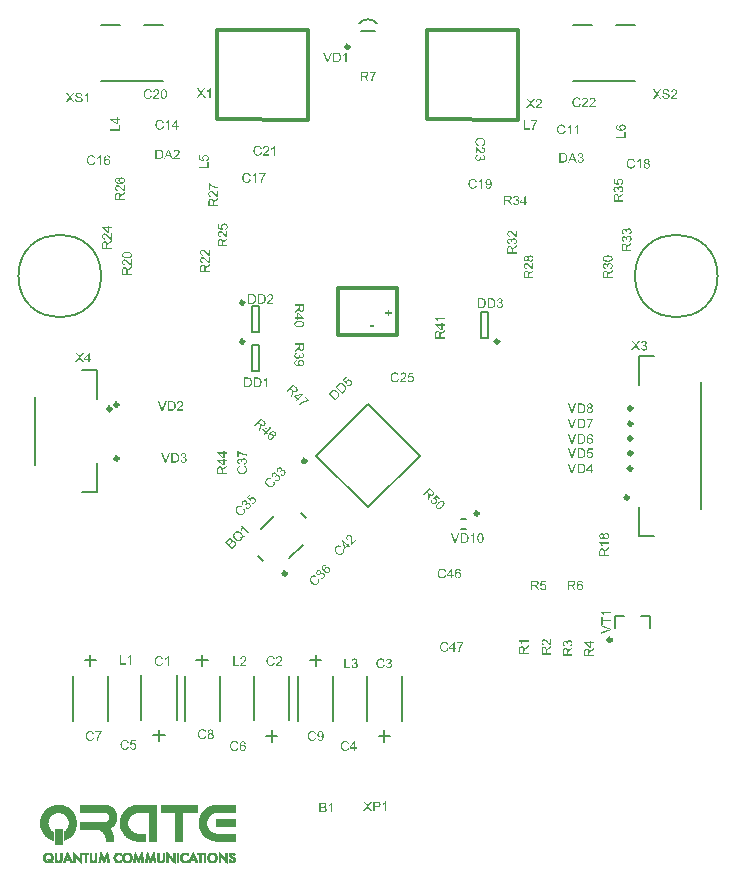
<source format=gto>
G04*
G04 #@! TF.GenerationSoftware,Altium Limited,Altium Designer,19.0.15 (446)*
G04*
G04 Layer_Color=65535*
%FSLAX42Y42*%
%MOMM*%
G71*
G01*
G75*
%ADD10C,0.30*%
%ADD11C,0.10*%
%ADD12C,0.15*%
%ADD13C,0.03*%
G36*
X7957Y4447D02*
X7894D01*
X7894Y4447D01*
X7894Y4446D01*
X7895Y4445D01*
X7896Y4444D01*
X7897Y4443D01*
X7898Y4441D01*
X7900Y4439D01*
X7901Y4437D01*
Y4437D01*
X7901Y4437D01*
X7901Y4437D01*
X7901Y4436D01*
X7902Y4435D01*
X7903Y4434D01*
X7904Y4432D01*
X7904Y4430D01*
X7905Y4429D01*
X7906Y4427D01*
X7896D01*
Y4427D01*
X7896Y4427D01*
X7896Y4428D01*
X7896Y4428D01*
X7895Y4429D01*
X7895Y4430D01*
X7894Y4432D01*
X7892Y4434D01*
X7891Y4437D01*
X7889Y4439D01*
X7887Y4441D01*
X7887Y4441D01*
X7887Y4442D01*
X7886Y4442D01*
X7886Y4442D01*
X7885Y4444D01*
X7883Y4445D01*
X7882Y4446D01*
X7880Y4448D01*
X7878Y4449D01*
X7876Y4450D01*
Y4457D01*
X7957D01*
Y4447D01*
D02*
G37*
G36*
X7886Y4385D02*
X7957D01*
Y4375D01*
X7886D01*
Y4348D01*
X7876D01*
Y4412D01*
X7886D01*
Y4385D01*
D02*
G37*
G36*
X7957Y4313D02*
Y4301D01*
X7876Y4270D01*
Y4282D01*
X7935Y4303D01*
X7935D01*
X7936Y4303D01*
X7936Y4303D01*
X7936Y4303D01*
X7937Y4303D01*
X7938Y4304D01*
X7940Y4304D01*
X7942Y4305D01*
X7944Y4306D01*
X7946Y4306D01*
X7949Y4307D01*
X7948D01*
X7948Y4307D01*
X7948Y4307D01*
X7947Y4307D01*
X7947Y4308D01*
X7946Y4308D01*
X7944Y4308D01*
X7942Y4309D01*
X7940Y4310D01*
X7938Y4310D01*
X7935Y4311D01*
X7876Y4333D01*
Y4344D01*
X7957Y4313D01*
D02*
G37*
G36*
X5949Y6871D02*
X5918D01*
Y6881D01*
X5949D01*
Y6871D01*
D02*
G37*
G36*
X6077Y6992D02*
X6099D01*
Y6982D01*
X6077D01*
Y6960D01*
X6068D01*
Y6982D01*
X6046D01*
Y6992D01*
X6068D01*
Y7014D01*
X6077D01*
Y6992D01*
D02*
G37*
G36*
X6131Y6484D02*
X6132Y6484D01*
X6134Y6483D01*
X6135Y6483D01*
X6136Y6483D01*
X6140Y6482D01*
X6141Y6482D01*
X6143Y6481D01*
X6145Y6480D01*
X6146Y6480D01*
X6148Y6479D01*
X6150Y6478D01*
X6150Y6477D01*
X6150Y6477D01*
X6151Y6477D01*
X6151Y6476D01*
X6152Y6476D01*
X6153Y6475D01*
X6153Y6474D01*
X6154Y6473D01*
X6155Y6472D01*
X6156Y6471D01*
X6157Y6469D01*
X6158Y6468D01*
X6159Y6466D01*
X6160Y6464D01*
X6161Y6462D01*
X6162Y6460D01*
X6151Y6458D01*
Y6458D01*
X6151Y6458D01*
X6151Y6458D01*
X6150Y6459D01*
X6150Y6460D01*
X6150Y6461D01*
X6149Y6463D01*
X6148Y6465D01*
X6146Y6467D01*
X6145Y6469D01*
X6144Y6470D01*
X6143Y6470D01*
X6143D01*
X6142Y6471D01*
X6142Y6471D01*
X6142Y6471D01*
X6141Y6471D01*
X6141Y6472D01*
X6139Y6473D01*
X6137Y6473D01*
X6135Y6474D01*
X6132Y6474D01*
X6129Y6475D01*
X6128D01*
X6127Y6474D01*
X6127D01*
X6126Y6474D01*
X6125Y6474D01*
X6124Y6474D01*
X6121Y6473D01*
X6118Y6473D01*
X6116Y6471D01*
X6115Y6471D01*
X6113Y6470D01*
X6113D01*
X6113Y6470D01*
X6113Y6470D01*
X6112Y6469D01*
X6111Y6468D01*
X6110Y6467D01*
X6108Y6465D01*
X6107Y6463D01*
X6106Y6461D01*
X6105Y6458D01*
Y6458D01*
X6104Y6458D01*
X6104Y6457D01*
X6104Y6457D01*
X6104Y6456D01*
X6104Y6455D01*
X6103Y6454D01*
X6103Y6453D01*
X6103Y6451D01*
X6102Y6448D01*
X6102Y6445D01*
X6102Y6442D01*
Y6442D01*
Y6442D01*
Y6441D01*
Y6441D01*
X6102Y6440D01*
X6102Y6439D01*
Y6437D01*
X6102Y6436D01*
X6103Y6433D01*
X6103Y6430D01*
X6104Y6427D01*
X6105Y6424D01*
Y6424D01*
X6105Y6424D01*
X6105Y6424D01*
X6106Y6423D01*
X6106Y6422D01*
X6106Y6422D01*
X6107Y6420D01*
X6109Y6418D01*
X6110Y6416D01*
X6112Y6414D01*
X6114Y6413D01*
X6114D01*
X6115Y6413D01*
X6115Y6412D01*
X6116Y6412D01*
X6116Y6412D01*
X6117Y6412D01*
X6118Y6411D01*
X6121Y6410D01*
X6123Y6410D01*
X6125Y6409D01*
X6128Y6409D01*
X6129D01*
X6130Y6409D01*
X6131Y6409D01*
X6131Y6409D01*
X6132Y6409D01*
X6134Y6410D01*
X6136Y6410D01*
X6138Y6411D01*
X6140Y6412D01*
X6141Y6412D01*
X6142Y6413D01*
X6144Y6414D01*
X6144Y6414D01*
X6144Y6414D01*
X6144Y6415D01*
X6145Y6415D01*
X6145Y6416D01*
X6146Y6416D01*
X6146Y6417D01*
X6147Y6418D01*
X6148Y6419D01*
X6148Y6420D01*
X6149Y6421D01*
X6150Y6423D01*
X6150Y6424D01*
X6151Y6426D01*
X6152Y6428D01*
X6152Y6430D01*
X6163Y6427D01*
Y6427D01*
X6163Y6426D01*
X6162Y6426D01*
X6162Y6425D01*
X6162Y6424D01*
X6161Y6422D01*
X6161Y6421D01*
X6160Y6419D01*
X6159Y6418D01*
X6158Y6416D01*
X6157Y6414D01*
X6156Y6413D01*
X6155Y6411D01*
X6154Y6409D01*
X6152Y6408D01*
X6151Y6407D01*
X6151Y6407D01*
X6150Y6406D01*
X6150Y6406D01*
X6149Y6406D01*
X6148Y6405D01*
X6147Y6404D01*
X6146Y6404D01*
X6145Y6403D01*
X6143Y6402D01*
X6142Y6402D01*
X6140Y6401D01*
X6138Y6401D01*
X6136Y6400D01*
X6134Y6400D01*
X6131Y6400D01*
X6129Y6400D01*
X6128D01*
X6127Y6400D01*
X6126Y6400D01*
X6125Y6400D01*
X6123Y6400D01*
X6122Y6400D01*
X6118Y6401D01*
X6115Y6402D01*
X6113Y6403D01*
X6111Y6403D01*
X6109Y6404D01*
X6108Y6405D01*
X6108Y6405D01*
X6107Y6405D01*
X6107Y6406D01*
X6106Y6406D01*
X6106Y6407D01*
X6105Y6407D01*
X6104Y6408D01*
X6103Y6409D01*
X6102Y6410D01*
X6101Y6411D01*
X6100Y6412D01*
X6099Y6414D01*
X6098Y6415D01*
X6097Y6417D01*
X6096Y6419D01*
X6095Y6421D01*
Y6421D01*
X6095Y6421D01*
X6095Y6422D01*
X6095Y6422D01*
X6094Y6423D01*
X6094Y6424D01*
X6093Y6426D01*
X6093Y6427D01*
X6093Y6429D01*
X6092Y6430D01*
X6092Y6432D01*
X6092Y6434D01*
X6091Y6438D01*
X6091Y6442D01*
Y6442D01*
Y6443D01*
Y6444D01*
X6091Y6444D01*
Y6446D01*
X6091Y6447D01*
X6091Y6448D01*
X6092Y6450D01*
X6092Y6452D01*
X6092Y6453D01*
X6093Y6457D01*
X6094Y6461D01*
X6095Y6463D01*
X6096Y6464D01*
X6096Y6465D01*
X6096Y6465D01*
X6096Y6465D01*
X6097Y6466D01*
X6097Y6467D01*
X6098Y6468D01*
X6098Y6469D01*
X6099Y6470D01*
X6101Y6472D01*
X6104Y6474D01*
X6106Y6477D01*
X6108Y6478D01*
X6110Y6479D01*
X6110Y6479D01*
X6110Y6479D01*
X6110Y6479D01*
X6111Y6480D01*
X6112Y6480D01*
X6113Y6480D01*
X6114Y6481D01*
X6115Y6481D01*
X6117Y6482D01*
X6118Y6482D01*
X6122Y6483D01*
X6125Y6484D01*
X6127Y6484D01*
X6130D01*
X6131Y6484D01*
D02*
G37*
G36*
X6285Y6472D02*
X6253D01*
X6248Y6450D01*
X6248Y6450D01*
X6249Y6450D01*
X6249Y6450D01*
X6250Y6451D01*
X6250Y6451D01*
X6251Y6452D01*
X6252Y6452D01*
X6253Y6452D01*
X6255Y6453D01*
X6258Y6454D01*
X6261Y6455D01*
X6262Y6455D01*
X6264Y6455D01*
X6265D01*
X6265Y6455D01*
X6266Y6455D01*
X6267Y6455D01*
X6269Y6454D01*
X6270Y6454D01*
X6271Y6454D01*
X6273Y6453D01*
X6274Y6453D01*
X6276Y6452D01*
X6277Y6451D01*
X6279Y6450D01*
X6280Y6449D01*
X6282Y6448D01*
X6282Y6447D01*
X6282Y6447D01*
X6282Y6447D01*
X6283Y6446D01*
X6283Y6445D01*
X6284Y6445D01*
X6285Y6444D01*
X6285Y6442D01*
X6286Y6441D01*
X6287Y6440D01*
X6287Y6438D01*
X6288Y6437D01*
X6288Y6435D01*
X6289Y6433D01*
X6289Y6431D01*
X6289Y6429D01*
Y6428D01*
Y6428D01*
Y6428D01*
X6289Y6427D01*
X6289Y6426D01*
X6289Y6425D01*
X6288Y6423D01*
X6288Y6422D01*
X6287Y6419D01*
X6287Y6417D01*
X6286Y6416D01*
X6285Y6414D01*
X6285Y6413D01*
X6284Y6411D01*
X6282Y6410D01*
X6282Y6409D01*
X6282Y6409D01*
X6282Y6409D01*
X6281Y6408D01*
X6280Y6407D01*
X6279Y6407D01*
X6278Y6406D01*
X6277Y6405D01*
X6275Y6404D01*
X6274Y6403D01*
X6272Y6402D01*
X6270Y6401D01*
X6268Y6401D01*
X6266Y6400D01*
X6264Y6400D01*
X6261Y6400D01*
X6260D01*
X6259Y6400D01*
X6258Y6400D01*
X6257Y6400D01*
X6256Y6400D01*
X6255Y6400D01*
X6252Y6401D01*
X6250Y6402D01*
X6249Y6402D01*
X6247Y6403D01*
X6246Y6404D01*
X6244Y6405D01*
X6243Y6406D01*
X6243Y6406D01*
X6243Y6406D01*
X6242Y6407D01*
X6242Y6407D01*
X6241Y6408D01*
X6241Y6408D01*
X6240Y6409D01*
X6239Y6410D01*
X6239Y6411D01*
X6238Y6413D01*
X6237Y6414D01*
X6237Y6415D01*
X6236Y6417D01*
X6236Y6419D01*
X6235Y6420D01*
X6235Y6422D01*
X6246Y6423D01*
Y6423D01*
X6246Y6423D01*
Y6422D01*
X6246Y6422D01*
X6246Y6421D01*
X6246Y6420D01*
X6247Y6419D01*
X6247Y6417D01*
X6248Y6415D01*
X6250Y6413D01*
X6251Y6412D01*
X6251Y6412D01*
X6252Y6411D01*
X6253Y6411D01*
X6254Y6410D01*
X6255Y6409D01*
X6257Y6409D01*
X6259Y6408D01*
X6261Y6408D01*
X6262D01*
X6262Y6408D01*
X6263Y6408D01*
X6264Y6408D01*
X6265Y6409D01*
X6267Y6409D01*
X6269Y6410D01*
X6270Y6411D01*
X6271Y6412D01*
X6272Y6412D01*
X6273Y6413D01*
X6274Y6413D01*
X6274Y6414D01*
X6274Y6414D01*
X6274Y6414D01*
X6275Y6415D01*
X6275Y6416D01*
X6275Y6416D01*
X6276Y6417D01*
X6277Y6419D01*
X6278Y6422D01*
X6278Y6425D01*
X6278Y6426D01*
Y6428D01*
Y6428D01*
Y6428D01*
Y6429D01*
X6278Y6429D01*
Y6430D01*
X6278Y6431D01*
X6278Y6433D01*
X6277Y6435D01*
X6276Y6437D01*
X6275Y6439D01*
X6274Y6440D01*
X6274Y6441D01*
Y6441D01*
X6273Y6441D01*
X6273Y6442D01*
X6273Y6442D01*
X6272Y6443D01*
X6270Y6444D01*
X6268Y6445D01*
X6266Y6445D01*
X6264Y6446D01*
X6263Y6446D01*
X6260D01*
X6259Y6446D01*
X6258Y6446D01*
X6257Y6446D01*
X6255Y6445D01*
X6254Y6445D01*
X6252Y6444D01*
X6252Y6444D01*
X6252Y6443D01*
X6251Y6443D01*
X6250Y6442D01*
X6249Y6442D01*
X6248Y6441D01*
X6247Y6439D01*
X6246Y6438D01*
X6237Y6440D01*
X6245Y6481D01*
X6285D01*
Y6472D01*
D02*
G37*
G36*
X6201Y6483D02*
X6202Y6482D01*
X6203Y6482D01*
X6204Y6482D01*
X6206Y6482D01*
X6209Y6481D01*
X6210Y6481D01*
X6212Y6480D01*
X6213Y6479D01*
X6215Y6478D01*
X6216Y6477D01*
X6217Y6476D01*
X6218Y6476D01*
X6218Y6476D01*
X6218Y6475D01*
X6218Y6475D01*
X6219Y6474D01*
X6220Y6474D01*
X6220Y6473D01*
X6221Y6472D01*
X6222Y6471D01*
X6222Y6469D01*
X6223Y6467D01*
X6224Y6465D01*
X6224Y6464D01*
X6224Y6462D01*
X6224Y6460D01*
Y6460D01*
Y6459D01*
X6224Y6458D01*
X6224Y6457D01*
X6224Y6456D01*
X6223Y6454D01*
X6223Y6452D01*
X6222Y6450D01*
X6222Y6450D01*
X6222Y6450D01*
X6221Y6449D01*
X6221Y6447D01*
X6220Y6446D01*
X6219Y6444D01*
X6217Y6442D01*
X6216Y6441D01*
Y6440D01*
X6215Y6440D01*
X6215Y6440D01*
X6215Y6440D01*
X6214Y6439D01*
X6214Y6438D01*
X6213Y6438D01*
X6212Y6437D01*
X6211Y6436D01*
X6210Y6435D01*
X6209Y6434D01*
X6207Y6432D01*
X6206Y6431D01*
X6204Y6430D01*
X6202Y6428D01*
X6200Y6426D01*
X6200Y6426D01*
X6200Y6426D01*
X6199Y6426D01*
X6199Y6425D01*
X6198Y6424D01*
X6197Y6424D01*
X6195Y6422D01*
X6193Y6420D01*
X6192Y6419D01*
X6191Y6418D01*
X6190Y6417D01*
X6189Y6417D01*
X6189Y6416D01*
X6189Y6416D01*
X6188Y6416D01*
X6188Y6415D01*
X6187Y6414D01*
X6187Y6414D01*
X6186Y6413D01*
X6184Y6411D01*
X6224D01*
Y6401D01*
X6171D01*
Y6401D01*
Y6402D01*
Y6402D01*
X6171Y6403D01*
X6171Y6404D01*
X6171Y6406D01*
X6171Y6407D01*
X6172Y6408D01*
Y6408D01*
X6172Y6408D01*
X6172Y6409D01*
X6172Y6409D01*
X6173Y6410D01*
X6173Y6411D01*
X6174Y6413D01*
X6175Y6415D01*
X6177Y6417D01*
X6178Y6419D01*
X6178Y6419D01*
X6179Y6419D01*
X6179Y6419D01*
X6179Y6420D01*
X6180Y6421D01*
X6182Y6422D01*
X6183Y6424D01*
X6186Y6426D01*
X6188Y6429D01*
X6191Y6431D01*
X6192Y6431D01*
X6192Y6432D01*
X6193Y6432D01*
X6194Y6433D01*
X6195Y6434D01*
X6196Y6435D01*
X6197Y6436D01*
X6199Y6437D01*
X6202Y6440D01*
X6205Y6443D01*
X6206Y6444D01*
X6207Y6446D01*
X6208Y6447D01*
X6209Y6448D01*
X6209Y6448D01*
X6209Y6449D01*
X6210Y6449D01*
X6210Y6449D01*
X6210Y6450D01*
X6211Y6451D01*
X6212Y6452D01*
X6213Y6454D01*
X6213Y6456D01*
X6214Y6458D01*
X6214Y6459D01*
Y6460D01*
Y6460D01*
Y6461D01*
Y6461D01*
X6214Y6461D01*
X6214Y6463D01*
X6213Y6464D01*
X6213Y6465D01*
X6212Y6467D01*
X6211Y6469D01*
X6210Y6470D01*
X6209Y6471D01*
X6209Y6471D01*
X6208Y6472D01*
X6207Y6472D01*
X6205Y6473D01*
X6203Y6474D01*
X6201Y6474D01*
X6199Y6474D01*
X6198D01*
X6197Y6474D01*
X6197D01*
X6196Y6474D01*
X6194Y6474D01*
X6193Y6473D01*
X6191Y6473D01*
X6189Y6472D01*
X6187Y6470D01*
X6187Y6470D01*
X6186Y6469D01*
X6186Y6468D01*
X6185Y6467D01*
X6184Y6465D01*
X6183Y6463D01*
X6183Y6461D01*
X6183Y6458D01*
X6172Y6459D01*
Y6459D01*
X6173Y6460D01*
Y6460D01*
X6173Y6461D01*
X6173Y6462D01*
X6173Y6463D01*
X6173Y6464D01*
X6174Y6466D01*
X6175Y6469D01*
X6175Y6470D01*
X6176Y6471D01*
X6177Y6473D01*
X6178Y6474D01*
X6179Y6475D01*
X6180Y6477D01*
X6180Y6477D01*
X6181Y6477D01*
X6181Y6477D01*
X6182Y6478D01*
X6182Y6478D01*
X6183Y6479D01*
X6184Y6479D01*
X6185Y6480D01*
X6187Y6480D01*
X6188Y6481D01*
X6189Y6481D01*
X6191Y6482D01*
X6193Y6482D01*
X6195Y6482D01*
X6197Y6483D01*
X6199Y6483D01*
X6200D01*
X6201Y6483D01*
D02*
G37*
G36*
X4500Y3463D02*
X4501Y3462D01*
X4503Y3462D01*
X4504Y3462D01*
X4506Y3462D01*
X4509Y3461D01*
X4510Y3461D01*
X4512Y3460D01*
X4514Y3459D01*
X4516Y3459D01*
X4517Y3457D01*
X4519Y3456D01*
X4519Y3456D01*
X4519Y3456D01*
X4520Y3456D01*
X4520Y3455D01*
X4521Y3455D01*
X4522Y3454D01*
X4523Y3453D01*
X4524Y3452D01*
X4524Y3451D01*
X4525Y3449D01*
X4526Y3448D01*
X4527Y3446D01*
X4528Y3445D01*
X4529Y3443D01*
X4530Y3441D01*
X4531Y3439D01*
X4520Y3436D01*
Y3437D01*
X4520Y3437D01*
X4520Y3437D01*
X4519Y3438D01*
X4519Y3439D01*
X4519Y3439D01*
X4518Y3441D01*
X4517Y3444D01*
X4515Y3446D01*
X4514Y3448D01*
X4513Y3448D01*
X4512Y3449D01*
X4512D01*
X4512Y3450D01*
X4511Y3450D01*
X4511Y3450D01*
X4510Y3450D01*
X4510Y3451D01*
X4508Y3451D01*
X4506Y3452D01*
X4504Y3453D01*
X4501Y3453D01*
X4498Y3453D01*
X4497D01*
X4497Y3453D01*
X4496D01*
X4495Y3453D01*
X4494Y3453D01*
X4493Y3453D01*
X4490Y3452D01*
X4488Y3452D01*
X4485Y3450D01*
X4484Y3450D01*
X4482Y3449D01*
X4482D01*
X4482Y3449D01*
X4482Y3448D01*
X4481Y3448D01*
X4480Y3447D01*
X4479Y3446D01*
X4478Y3444D01*
X4476Y3442D01*
X4475Y3440D01*
X4474Y3437D01*
Y3437D01*
X4474Y3437D01*
X4473Y3436D01*
X4473Y3436D01*
X4473Y3435D01*
X4473Y3434D01*
X4473Y3433D01*
X4472Y3432D01*
X4472Y3430D01*
X4472Y3427D01*
X4471Y3424D01*
X4471Y3421D01*
Y3421D01*
Y3421D01*
Y3420D01*
Y3420D01*
X4471Y3419D01*
X4471Y3418D01*
Y3416D01*
X4472Y3415D01*
X4472Y3412D01*
X4472Y3409D01*
X4473Y3406D01*
X4474Y3403D01*
Y3403D01*
X4474Y3403D01*
X4474Y3402D01*
X4475Y3402D01*
X4475Y3401D01*
X4475Y3400D01*
X4476Y3399D01*
X4478Y3397D01*
X4479Y3395D01*
X4481Y3393D01*
X4483Y3392D01*
X4484D01*
X4484Y3391D01*
X4484Y3391D01*
X4485Y3391D01*
X4485Y3391D01*
X4486Y3390D01*
X4488Y3390D01*
X4490Y3389D01*
X4492Y3388D01*
X4495Y3388D01*
X4497Y3388D01*
X4498D01*
X4499Y3388D01*
X4500Y3388D01*
X4500Y3388D01*
X4502Y3388D01*
X4503Y3388D01*
X4505Y3389D01*
X4508Y3390D01*
X4509Y3391D01*
X4510Y3391D01*
X4511Y3392D01*
X4513Y3393D01*
X4513Y3393D01*
X4513Y3393D01*
X4513Y3394D01*
X4514Y3394D01*
X4514Y3394D01*
X4515Y3395D01*
X4515Y3396D01*
X4516Y3397D01*
X4517Y3398D01*
X4517Y3399D01*
X4518Y3400D01*
X4519Y3402D01*
X4519Y3403D01*
X4520Y3405D01*
X4521Y3407D01*
X4521Y3408D01*
X4532Y3406D01*
Y3406D01*
X4532Y3405D01*
X4532Y3404D01*
X4531Y3403D01*
X4531Y3402D01*
X4530Y3401D01*
X4530Y3400D01*
X4529Y3398D01*
X4528Y3397D01*
X4527Y3395D01*
X4526Y3393D01*
X4525Y3392D01*
X4524Y3390D01*
X4523Y3388D01*
X4521Y3387D01*
X4520Y3385D01*
X4520Y3385D01*
X4519Y3385D01*
X4519Y3385D01*
X4518Y3384D01*
X4517Y3384D01*
X4516Y3383D01*
X4515Y3383D01*
X4514Y3382D01*
X4512Y3381D01*
X4511Y3381D01*
X4509Y3380D01*
X4507Y3380D01*
X4505Y3379D01*
X4503Y3379D01*
X4501Y3379D01*
X4498Y3379D01*
X4497D01*
X4496Y3379D01*
X4495Y3379D01*
X4494Y3379D01*
X4492Y3379D01*
X4491Y3379D01*
X4487Y3380D01*
X4484Y3381D01*
X4482Y3381D01*
X4480Y3382D01*
X4478Y3383D01*
X4477Y3384D01*
X4477Y3384D01*
X4476Y3384D01*
X4476Y3384D01*
X4475Y3385D01*
X4475Y3385D01*
X4474Y3386D01*
X4473Y3387D01*
X4472Y3388D01*
X4471Y3389D01*
X4470Y3390D01*
X4469Y3391D01*
X4468Y3393D01*
X4467Y3394D01*
X4466Y3396D01*
X4465Y3398D01*
X4464Y3399D01*
Y3400D01*
X4464Y3400D01*
X4464Y3400D01*
X4464Y3401D01*
X4463Y3402D01*
X4463Y3403D01*
X4463Y3405D01*
X4462Y3406D01*
X4462Y3408D01*
X4461Y3409D01*
X4461Y3411D01*
X4461Y3413D01*
X4460Y3417D01*
X4460Y3421D01*
Y3421D01*
Y3422D01*
Y3422D01*
X4460Y3423D01*
Y3424D01*
X4460Y3426D01*
X4460Y3427D01*
X4461Y3429D01*
X4461Y3430D01*
X4461Y3432D01*
X4462Y3436D01*
X4463Y3440D01*
X4464Y3441D01*
X4465Y3443D01*
X4465Y3443D01*
X4465Y3444D01*
X4465Y3444D01*
X4466Y3445D01*
X4466Y3446D01*
X4467Y3447D01*
X4468Y3448D01*
X4468Y3449D01*
X4470Y3451D01*
X4473Y3453D01*
X4475Y3456D01*
X4477Y3457D01*
X4479Y3458D01*
X4479Y3458D01*
X4479Y3458D01*
X4480Y3458D01*
X4480Y3458D01*
X4481Y3459D01*
X4482Y3459D01*
X4483Y3460D01*
X4484Y3460D01*
X4486Y3461D01*
X4487Y3461D01*
X4491Y3462D01*
X4494Y3462D01*
X4496Y3463D01*
X4500D01*
X4500Y3463D01*
D02*
G37*
G36*
X4569Y3461D02*
X4570Y3461D01*
X4571Y3461D01*
X4572Y3461D01*
X4574Y3461D01*
X4576Y3460D01*
X4578Y3460D01*
X4579Y3459D01*
X4581Y3458D01*
X4582Y3457D01*
X4583Y3456D01*
X4585Y3455D01*
X4585Y3455D01*
X4585Y3455D01*
X4585Y3455D01*
X4586Y3454D01*
X4586Y3454D01*
X4587Y3453D01*
X4587Y3452D01*
X4588Y3451D01*
X4589Y3449D01*
X4590Y3446D01*
X4591Y3445D01*
X4591Y3444D01*
X4591Y3442D01*
X4591Y3440D01*
Y3440D01*
Y3440D01*
Y3440D01*
Y3439D01*
X4591Y3438D01*
X4591Y3437D01*
X4590Y3435D01*
X4590Y3434D01*
X4589Y3432D01*
X4588Y3430D01*
X4588Y3430D01*
X4588Y3430D01*
X4587Y3429D01*
X4586Y3428D01*
X4585Y3427D01*
X4583Y3426D01*
X4581Y3425D01*
X4579Y3424D01*
X4579D01*
X4580Y3424D01*
X4580Y3424D01*
X4580Y3424D01*
X4581Y3423D01*
X4582Y3423D01*
X4583Y3422D01*
X4585Y3421D01*
X4587Y3420D01*
X4589Y3418D01*
X4591Y3416D01*
Y3416D01*
X4591Y3416D01*
X4591Y3416D01*
X4591Y3415D01*
X4592Y3415D01*
X4592Y3414D01*
X4593Y3413D01*
X4593Y3411D01*
X4594Y3408D01*
X4594Y3406D01*
X4595Y3403D01*
Y3403D01*
Y3403D01*
Y3402D01*
X4594Y3401D01*
X4594Y3400D01*
X4594Y3399D01*
X4594Y3398D01*
X4594Y3397D01*
X4593Y3396D01*
X4593Y3394D01*
X4592Y3393D01*
X4591Y3391D01*
X4590Y3390D01*
X4590Y3388D01*
X4588Y3387D01*
X4587Y3386D01*
X4587Y3386D01*
X4587Y3385D01*
X4586Y3385D01*
X4586Y3385D01*
X4585Y3384D01*
X4584Y3383D01*
X4583Y3383D01*
X4582Y3382D01*
X4581Y3381D01*
X4579Y3381D01*
X4578Y3380D01*
X4576Y3380D01*
X4574Y3379D01*
X4572Y3379D01*
X4570Y3379D01*
X4568Y3379D01*
X4567D01*
X4566Y3379D01*
X4565Y3379D01*
X4564Y3379D01*
X4562Y3379D01*
X4561Y3379D01*
X4558Y3380D01*
X4556Y3381D01*
X4554Y3382D01*
X4553Y3382D01*
X4551Y3383D01*
X4550Y3384D01*
X4548Y3386D01*
X4548Y3386D01*
X4548Y3386D01*
X4548Y3386D01*
X4547Y3387D01*
X4547Y3388D01*
X4546Y3389D01*
X4545Y3390D01*
X4545Y3391D01*
X4544Y3392D01*
X4543Y3393D01*
X4543Y3395D01*
X4542Y3396D01*
X4542Y3398D01*
X4541Y3400D01*
X4541Y3402D01*
X4541Y3403D01*
Y3404D01*
Y3404D01*
Y3404D01*
X4541Y3405D01*
Y3405D01*
X4541Y3406D01*
X4542Y3408D01*
X4542Y3410D01*
X4543Y3412D01*
X4544Y3415D01*
X4545Y3417D01*
Y3417D01*
X4545Y3417D01*
X4546Y3418D01*
X4547Y3418D01*
X4548Y3420D01*
X4550Y3421D01*
X4552Y3422D01*
X4554Y3423D01*
X4556Y3424D01*
X4556D01*
X4556Y3424D01*
X4556Y3424D01*
X4555Y3424D01*
X4554Y3425D01*
X4553Y3426D01*
X4552Y3427D01*
X4550Y3428D01*
X4549Y3429D01*
X4547Y3431D01*
X4547Y3431D01*
X4547Y3431D01*
X4546Y3432D01*
X4546Y3433D01*
X4545Y3435D01*
X4545Y3437D01*
X4544Y3438D01*
X4544Y3441D01*
Y3441D01*
Y3441D01*
Y3441D01*
X4544Y3442D01*
X4545Y3443D01*
X4545Y3444D01*
X4545Y3446D01*
X4546Y3448D01*
X4546Y3449D01*
X4547Y3451D01*
X4548Y3452D01*
X4549Y3453D01*
X4549Y3454D01*
X4551Y3455D01*
X4551Y3456D01*
X4551Y3456D01*
X4551Y3456D01*
X4552Y3456D01*
X4552Y3457D01*
X4553Y3457D01*
X4554Y3458D01*
X4555Y3459D01*
X4556Y3459D01*
X4558Y3460D01*
X4559Y3460D01*
X4560Y3461D01*
X4562Y3461D01*
X4564Y3461D01*
X4566Y3461D01*
X4568Y3462D01*
X4569D01*
X4569Y3461D01*
D02*
G37*
G36*
X6550Y4203D02*
X6551Y4202D01*
X6553Y4202D01*
X6554Y4202D01*
X6556Y4202D01*
X6559Y4201D01*
X6560Y4201D01*
X6562Y4200D01*
X6564Y4199D01*
X6566Y4199D01*
X6567Y4197D01*
X6569Y4196D01*
X6569Y4196D01*
X6569Y4196D01*
X6570Y4196D01*
X6570Y4195D01*
X6571Y4195D01*
X6572Y4194D01*
X6573Y4193D01*
X6574Y4192D01*
X6574Y4191D01*
X6575Y4189D01*
X6576Y4188D01*
X6577Y4186D01*
X6578Y4185D01*
X6579Y4183D01*
X6580Y4181D01*
X6581Y4179D01*
X6570Y4176D01*
Y4177D01*
X6570Y4177D01*
X6570Y4177D01*
X6569Y4178D01*
X6569Y4179D01*
X6569Y4179D01*
X6568Y4181D01*
X6567Y4184D01*
X6565Y4186D01*
X6564Y4188D01*
X6563Y4188D01*
X6562Y4189D01*
X6562D01*
X6562Y4190D01*
X6561Y4190D01*
X6561Y4190D01*
X6560Y4190D01*
X6560Y4191D01*
X6558Y4191D01*
X6556Y4192D01*
X6554Y4193D01*
X6551Y4193D01*
X6548Y4193D01*
X6547D01*
X6547Y4193D01*
X6546D01*
X6545Y4193D01*
X6544Y4193D01*
X6543Y4193D01*
X6540Y4192D01*
X6538Y4192D01*
X6535Y4190D01*
X6534Y4190D01*
X6532Y4189D01*
X6532D01*
X6532Y4189D01*
X6532Y4188D01*
X6531Y4188D01*
X6530Y4187D01*
X6529Y4186D01*
X6528Y4184D01*
X6526Y4182D01*
X6525Y4180D01*
X6524Y4177D01*
Y4177D01*
X6524Y4177D01*
X6523Y4176D01*
X6523Y4176D01*
X6523Y4175D01*
X6523Y4174D01*
X6523Y4173D01*
X6522Y4172D01*
X6522Y4170D01*
X6522Y4167D01*
X6521Y4164D01*
X6521Y4161D01*
Y4161D01*
Y4161D01*
Y4160D01*
Y4160D01*
X6521Y4159D01*
X6521Y4158D01*
Y4156D01*
X6522Y4155D01*
X6522Y4152D01*
X6522Y4149D01*
X6523Y4146D01*
X6524Y4143D01*
Y4143D01*
X6524Y4143D01*
X6524Y4142D01*
X6525Y4142D01*
X6525Y4141D01*
X6525Y4140D01*
X6526Y4139D01*
X6528Y4137D01*
X6529Y4135D01*
X6531Y4133D01*
X6533Y4132D01*
X6534D01*
X6534Y4131D01*
X6534Y4131D01*
X6535Y4131D01*
X6535Y4131D01*
X6536Y4130D01*
X6538Y4130D01*
X6540Y4129D01*
X6542Y4128D01*
X6545Y4128D01*
X6547Y4128D01*
X6548D01*
X6549Y4128D01*
X6550Y4128D01*
X6550Y4128D01*
X6552Y4128D01*
X6553Y4128D01*
X6555Y4129D01*
X6558Y4130D01*
X6559Y4131D01*
X6560Y4131D01*
X6561Y4132D01*
X6563Y4133D01*
X6563Y4133D01*
X6563Y4133D01*
X6563Y4134D01*
X6564Y4134D01*
X6564Y4134D01*
X6565Y4135D01*
X6565Y4136D01*
X6566Y4137D01*
X6567Y4138D01*
X6567Y4139D01*
X6568Y4140D01*
X6569Y4142D01*
X6569Y4143D01*
X6570Y4145D01*
X6571Y4147D01*
X6571Y4148D01*
X6582Y4146D01*
Y4146D01*
X6582Y4145D01*
X6582Y4144D01*
X6581Y4143D01*
X6581Y4142D01*
X6580Y4141D01*
X6580Y4140D01*
X6579Y4138D01*
X6578Y4137D01*
X6577Y4135D01*
X6576Y4133D01*
X6575Y4132D01*
X6574Y4130D01*
X6573Y4128D01*
X6571Y4127D01*
X6570Y4125D01*
X6570Y4125D01*
X6569Y4125D01*
X6569Y4125D01*
X6568Y4124D01*
X6567Y4124D01*
X6566Y4123D01*
X6565Y4123D01*
X6564Y4122D01*
X6562Y4121D01*
X6561Y4121D01*
X6559Y4120D01*
X6557Y4120D01*
X6555Y4119D01*
X6553Y4119D01*
X6551Y4119D01*
X6548Y4119D01*
X6547D01*
X6546Y4119D01*
X6545Y4119D01*
X6544Y4119D01*
X6542Y4119D01*
X6541Y4119D01*
X6537Y4120D01*
X6534Y4121D01*
X6532Y4121D01*
X6530Y4122D01*
X6528Y4123D01*
X6527Y4124D01*
X6527Y4124D01*
X6526Y4124D01*
X6526Y4124D01*
X6525Y4125D01*
X6525Y4125D01*
X6524Y4126D01*
X6523Y4127D01*
X6522Y4128D01*
X6521Y4129D01*
X6520Y4130D01*
X6519Y4131D01*
X6518Y4133D01*
X6517Y4134D01*
X6516Y4136D01*
X6515Y4138D01*
X6514Y4139D01*
Y4140D01*
X6514Y4140D01*
X6514Y4140D01*
X6514Y4141D01*
X6513Y4142D01*
X6513Y4143D01*
X6513Y4145D01*
X6512Y4146D01*
X6512Y4148D01*
X6511Y4149D01*
X6511Y4151D01*
X6511Y4153D01*
X6510Y4157D01*
X6510Y4161D01*
Y4161D01*
Y4162D01*
Y4162D01*
X6510Y4163D01*
Y4164D01*
X6510Y4166D01*
X6510Y4167D01*
X6511Y4169D01*
X6511Y4170D01*
X6511Y4172D01*
X6512Y4176D01*
X6513Y4180D01*
X6514Y4181D01*
X6515Y4183D01*
X6515Y4183D01*
X6515Y4184D01*
X6515Y4184D01*
X6516Y4185D01*
X6516Y4186D01*
X6517Y4187D01*
X6518Y4188D01*
X6518Y4189D01*
X6520Y4191D01*
X6523Y4193D01*
X6525Y4196D01*
X6527Y4197D01*
X6529Y4198D01*
X6529Y4198D01*
X6529Y4198D01*
X6530Y4198D01*
X6530Y4198D01*
X6531Y4199D01*
X6532Y4199D01*
X6533Y4200D01*
X6534Y4200D01*
X6536Y4201D01*
X6537Y4201D01*
X6541Y4202D01*
X6544Y4202D01*
X6546Y4203D01*
X6550D01*
X6550Y4203D01*
D02*
G37*
G36*
X6707Y4192D02*
X6707Y4192D01*
X6707Y4192D01*
X6707Y4192D01*
X6706Y4191D01*
X6705Y4190D01*
X6705Y4189D01*
X6704Y4188D01*
X6703Y4187D01*
X6701Y4185D01*
X6700Y4183D01*
X6699Y4182D01*
X6698Y4180D01*
X6696Y4178D01*
X6695Y4175D01*
X6693Y4173D01*
X6692Y4170D01*
X6692Y4170D01*
X6692Y4170D01*
X6691Y4169D01*
X6691Y4168D01*
X6690Y4167D01*
X6689Y4165D01*
X6689Y4164D01*
X6688Y4162D01*
X6687Y4160D01*
X6686Y4158D01*
X6685Y4155D01*
X6684Y4153D01*
X6682Y4148D01*
X6680Y4142D01*
Y4142D01*
X6680Y4142D01*
X6680Y4141D01*
X6680Y4140D01*
X6680Y4140D01*
X6679Y4138D01*
X6679Y4137D01*
X6679Y4136D01*
X6678Y4134D01*
X6678Y4132D01*
X6678Y4130D01*
X6677Y4129D01*
X6677Y4124D01*
X6677Y4120D01*
X6666D01*
Y4120D01*
Y4120D01*
Y4121D01*
X6666Y4122D01*
Y4123D01*
X6666Y4124D01*
X6667Y4125D01*
X6667Y4126D01*
X6667Y4128D01*
X6667Y4130D01*
X6668Y4132D01*
X6668Y4134D01*
X6668Y4136D01*
X6669Y4138D01*
X6669Y4140D01*
X6670Y4143D01*
Y4143D01*
X6670Y4144D01*
X6670Y4144D01*
X6671Y4145D01*
X6671Y4147D01*
X6671Y4148D01*
X6672Y4150D01*
X6673Y4151D01*
X6673Y4153D01*
X6674Y4155D01*
X6676Y4160D01*
X6678Y4164D01*
X6680Y4169D01*
X6680Y4169D01*
X6681Y4170D01*
X6681Y4171D01*
X6681Y4171D01*
X6682Y4172D01*
X6683Y4174D01*
X6684Y4175D01*
X6685Y4177D01*
X6687Y4180D01*
X6689Y4184D01*
X6692Y4187D01*
X6695Y4191D01*
X6655D01*
Y4200D01*
X6707D01*
Y4192D01*
D02*
G37*
G36*
X6633Y4149D02*
X6644D01*
Y4139D01*
X6633D01*
Y4120D01*
X6623D01*
Y4139D01*
X6588D01*
Y4149D01*
X6625Y4201D01*
X6633D01*
Y4149D01*
D02*
G37*
G36*
X6664Y4821D02*
X6665Y4821D01*
X6666Y4821D01*
X6667Y4821D01*
X6668Y4821D01*
X6671Y4820D01*
X6674Y4819D01*
X6675Y4819D01*
X6676Y4818D01*
X6677Y4817D01*
X6679Y4816D01*
X6679Y4816D01*
X6679Y4816D01*
X6679Y4816D01*
X6680Y4815D01*
X6680Y4815D01*
X6681Y4814D01*
X6681Y4813D01*
X6682Y4812D01*
X6683Y4811D01*
X6683Y4810D01*
X6684Y4809D01*
X6684Y4808D01*
X6685Y4805D01*
X6686Y4803D01*
X6686Y4801D01*
X6676Y4801D01*
Y4801D01*
X6676Y4801D01*
Y4801D01*
X6676Y4802D01*
X6676Y4803D01*
X6675Y4804D01*
X6675Y4805D01*
X6674Y4807D01*
X6673Y4808D01*
X6672Y4809D01*
X6672Y4809D01*
X6672Y4810D01*
X6671Y4810D01*
X6670Y4811D01*
X6668Y4812D01*
X6666Y4813D01*
X6664Y4813D01*
X6662Y4813D01*
X6661D01*
X6661Y4813D01*
X6659Y4813D01*
X6658Y4813D01*
X6657Y4812D01*
X6655Y4812D01*
X6654Y4811D01*
X6654Y4810D01*
X6653Y4810D01*
X6652Y4809D01*
X6651Y4808D01*
X6650Y4807D01*
X6649Y4805D01*
X6648Y4803D01*
X6646Y4801D01*
Y4801D01*
X6646Y4800D01*
X6646Y4800D01*
X6646Y4799D01*
X6646Y4799D01*
X6646Y4798D01*
X6645Y4797D01*
X6645Y4796D01*
X6645Y4795D01*
X6645Y4793D01*
X6644Y4792D01*
X6644Y4790D01*
X6644Y4788D01*
X6644Y4786D01*
X6644Y4784D01*
Y4782D01*
X6644Y4782D01*
X6644Y4783D01*
X6645Y4784D01*
X6646Y4785D01*
X6647Y4786D01*
X6649Y4788D01*
X6651Y4789D01*
X6652Y4790D01*
X6653D01*
X6653Y4790D01*
X6653Y4790D01*
X6653Y4790D01*
X6654Y4791D01*
X6656Y4791D01*
X6657Y4792D01*
X6659Y4792D01*
X6661Y4793D01*
X6663Y4793D01*
X6664D01*
X6665Y4793D01*
X6666Y4793D01*
X6667Y4792D01*
X6668Y4792D01*
X6669Y4792D01*
X6670Y4791D01*
X6672Y4791D01*
X6673Y4790D01*
X6675Y4790D01*
X6676Y4789D01*
X6678Y4788D01*
X6679Y4787D01*
X6680Y4785D01*
X6680Y4785D01*
X6681Y4785D01*
X6681Y4785D01*
X6681Y4784D01*
X6682Y4783D01*
X6683Y4782D01*
X6683Y4781D01*
X6684Y4780D01*
X6685Y4779D01*
X6685Y4777D01*
X6686Y4776D01*
X6686Y4774D01*
X6687Y4772D01*
X6687Y4770D01*
X6687Y4768D01*
X6687Y4766D01*
Y4766D01*
Y4766D01*
Y4766D01*
Y4765D01*
X6687Y4764D01*
X6687Y4764D01*
X6687Y4762D01*
X6687Y4760D01*
X6686Y4757D01*
X6685Y4755D01*
X6684Y4752D01*
Y4752D01*
X6684Y4752D01*
X6684Y4752D01*
X6683Y4751D01*
X6683Y4750D01*
X6682Y4748D01*
X6680Y4747D01*
X6679Y4745D01*
X6677Y4744D01*
X6675Y4742D01*
X6675D01*
X6675Y4742D01*
X6674Y4742D01*
X6674Y4742D01*
X6673Y4741D01*
X6673Y4741D01*
X6671Y4740D01*
X6669Y4740D01*
X6667Y4739D01*
X6665Y4739D01*
X6662Y4739D01*
X6661D01*
X6661Y4739D01*
X6660D01*
X6659Y4739D01*
X6658Y4739D01*
X6656Y4739D01*
X6655Y4740D01*
X6653Y4740D01*
X6651Y4741D01*
X6650Y4742D01*
X6648Y4742D01*
X6646Y4743D01*
X6645Y4745D01*
X6643Y4746D01*
X6642Y4748D01*
X6641Y4748D01*
X6641Y4748D01*
X6641Y4749D01*
X6640Y4750D01*
X6640Y4750D01*
X6639Y4752D01*
X6638Y4753D01*
X6638Y4755D01*
X6637Y4757D01*
X6636Y4759D01*
X6635Y4762D01*
X6635Y4764D01*
X6634Y4767D01*
X6634Y4771D01*
X6634Y4774D01*
X6634Y4778D01*
Y4778D01*
Y4778D01*
Y4779D01*
Y4779D01*
Y4780D01*
X6634Y4780D01*
Y4782D01*
X6634Y4784D01*
X6634Y4786D01*
X6634Y4788D01*
X6635Y4791D01*
X6635Y4794D01*
X6636Y4797D01*
X6637Y4799D01*
X6637Y4802D01*
X6638Y4805D01*
X6640Y4808D01*
X6641Y4810D01*
X6642Y4812D01*
X6642Y4812D01*
X6643Y4813D01*
X6643Y4813D01*
X6644Y4814D01*
X6644Y4814D01*
X6645Y4815D01*
X6647Y4816D01*
X6648Y4817D01*
X6649Y4818D01*
X6651Y4819D01*
X6652Y4819D01*
X6654Y4820D01*
X6656Y4821D01*
X6658Y4821D01*
X6661Y4821D01*
X6663Y4822D01*
X6664D01*
X6664Y4821D01*
D02*
G37*
G36*
X6530Y4823D02*
X6531Y4822D01*
X6533Y4822D01*
X6534Y4822D01*
X6536Y4822D01*
X6539Y4821D01*
X6540Y4821D01*
X6542Y4820D01*
X6544Y4819D01*
X6546Y4819D01*
X6547Y4817D01*
X6549Y4816D01*
X6549Y4816D01*
X6549Y4816D01*
X6550Y4816D01*
X6550Y4815D01*
X6551Y4815D01*
X6552Y4814D01*
X6553Y4813D01*
X6554Y4812D01*
X6554Y4811D01*
X6555Y4809D01*
X6556Y4808D01*
X6557Y4806D01*
X6558Y4805D01*
X6559Y4803D01*
X6560Y4801D01*
X6561Y4799D01*
X6550Y4796D01*
Y4797D01*
X6550Y4797D01*
X6550Y4797D01*
X6549Y4798D01*
X6549Y4799D01*
X6549Y4799D01*
X6548Y4801D01*
X6547Y4804D01*
X6545Y4806D01*
X6544Y4808D01*
X6543Y4808D01*
X6542Y4809D01*
X6542D01*
X6542Y4810D01*
X6541Y4810D01*
X6541Y4810D01*
X6540Y4810D01*
X6540Y4811D01*
X6538Y4811D01*
X6536Y4812D01*
X6534Y4813D01*
X6531Y4813D01*
X6528Y4813D01*
X6527D01*
X6527Y4813D01*
X6526D01*
X6525Y4813D01*
X6524Y4813D01*
X6523Y4813D01*
X6520Y4812D01*
X6518Y4812D01*
X6515Y4810D01*
X6514Y4810D01*
X6512Y4809D01*
X6512D01*
X6512Y4809D01*
X6512Y4808D01*
X6511Y4808D01*
X6510Y4807D01*
X6509Y4806D01*
X6508Y4804D01*
X6506Y4802D01*
X6505Y4800D01*
X6504Y4797D01*
Y4797D01*
X6504Y4797D01*
X6503Y4796D01*
X6503Y4796D01*
X6503Y4795D01*
X6503Y4794D01*
X6503Y4793D01*
X6502Y4792D01*
X6502Y4790D01*
X6502Y4787D01*
X6501Y4784D01*
X6501Y4781D01*
Y4781D01*
Y4781D01*
Y4780D01*
Y4780D01*
X6501Y4779D01*
X6501Y4778D01*
Y4776D01*
X6502Y4775D01*
X6502Y4772D01*
X6502Y4769D01*
X6503Y4766D01*
X6504Y4763D01*
Y4763D01*
X6504Y4763D01*
X6504Y4762D01*
X6505Y4762D01*
X6505Y4761D01*
X6505Y4760D01*
X6506Y4759D01*
X6508Y4757D01*
X6509Y4755D01*
X6511Y4753D01*
X6513Y4752D01*
X6514D01*
X6514Y4751D01*
X6514Y4751D01*
X6515Y4751D01*
X6515Y4751D01*
X6516Y4750D01*
X6518Y4750D01*
X6520Y4749D01*
X6522Y4748D01*
X6525Y4748D01*
X6527Y4748D01*
X6528D01*
X6529Y4748D01*
X6530Y4748D01*
X6530Y4748D01*
X6532Y4748D01*
X6533Y4748D01*
X6535Y4749D01*
X6538Y4750D01*
X6539Y4751D01*
X6540Y4751D01*
X6541Y4752D01*
X6543Y4753D01*
X6543Y4753D01*
X6543Y4753D01*
X6543Y4754D01*
X6544Y4754D01*
X6544Y4754D01*
X6545Y4755D01*
X6545Y4756D01*
X6546Y4757D01*
X6547Y4758D01*
X6547Y4759D01*
X6548Y4760D01*
X6549Y4762D01*
X6549Y4763D01*
X6550Y4765D01*
X6551Y4767D01*
X6551Y4768D01*
X6562Y4766D01*
Y4766D01*
X6562Y4765D01*
X6562Y4764D01*
X6561Y4763D01*
X6561Y4762D01*
X6560Y4761D01*
X6560Y4760D01*
X6559Y4758D01*
X6558Y4757D01*
X6557Y4755D01*
X6556Y4753D01*
X6555Y4752D01*
X6554Y4750D01*
X6553Y4748D01*
X6551Y4747D01*
X6550Y4745D01*
X6550Y4745D01*
X6549Y4745D01*
X6549Y4745D01*
X6548Y4744D01*
X6547Y4744D01*
X6546Y4743D01*
X6545Y4743D01*
X6544Y4742D01*
X6542Y4741D01*
X6541Y4741D01*
X6539Y4740D01*
X6537Y4740D01*
X6535Y4739D01*
X6533Y4739D01*
X6531Y4739D01*
X6528Y4739D01*
X6527D01*
X6526Y4739D01*
X6525Y4739D01*
X6524Y4739D01*
X6522Y4739D01*
X6521Y4739D01*
X6517Y4740D01*
X6514Y4741D01*
X6512Y4741D01*
X6510Y4742D01*
X6508Y4743D01*
X6507Y4744D01*
X6507Y4744D01*
X6506Y4744D01*
X6506Y4744D01*
X6505Y4745D01*
X6505Y4745D01*
X6504Y4746D01*
X6503Y4747D01*
X6502Y4748D01*
X6501Y4749D01*
X6500Y4750D01*
X6499Y4751D01*
X6498Y4753D01*
X6497Y4754D01*
X6496Y4756D01*
X6495Y4758D01*
X6494Y4759D01*
Y4760D01*
X6494Y4760D01*
X6494Y4760D01*
X6494Y4761D01*
X6493Y4762D01*
X6493Y4763D01*
X6493Y4765D01*
X6492Y4766D01*
X6492Y4768D01*
X6491Y4769D01*
X6491Y4771D01*
X6491Y4773D01*
X6490Y4777D01*
X6490Y4781D01*
Y4781D01*
Y4782D01*
Y4782D01*
X6490Y4783D01*
Y4784D01*
X6490Y4786D01*
X6490Y4787D01*
X6491Y4789D01*
X6491Y4790D01*
X6491Y4792D01*
X6492Y4796D01*
X6493Y4800D01*
X6494Y4801D01*
X6495Y4803D01*
X6495Y4803D01*
X6495Y4804D01*
X6495Y4804D01*
X6496Y4805D01*
X6496Y4806D01*
X6497Y4807D01*
X6498Y4808D01*
X6498Y4809D01*
X6500Y4811D01*
X6503Y4813D01*
X6505Y4816D01*
X6507Y4817D01*
X6509Y4818D01*
X6509Y4818D01*
X6509Y4818D01*
X6510Y4818D01*
X6510Y4818D01*
X6511Y4819D01*
X6512Y4819D01*
X6513Y4820D01*
X6514Y4820D01*
X6516Y4821D01*
X6517Y4821D01*
X6521Y4822D01*
X6524Y4822D01*
X6526Y4823D01*
X6530D01*
X6530Y4823D01*
D02*
G37*
G36*
X6613Y4769D02*
X6624D01*
Y4759D01*
X6613D01*
Y4740D01*
X6603D01*
Y4759D01*
X6568D01*
Y4769D01*
X6605Y4821D01*
X6613D01*
Y4769D01*
D02*
G37*
G36*
X5048Y6360D02*
X5038D01*
Y6424D01*
X5037Y6423D01*
X5037Y6423D01*
X5036Y6422D01*
X5035Y6421D01*
X5034Y6420D01*
X5032Y6419D01*
X5030Y6418D01*
X5028Y6417D01*
X5028D01*
X5028Y6417D01*
X5028Y6416D01*
X5027Y6416D01*
X5026Y6415D01*
X5025Y6415D01*
X5023Y6414D01*
X5021Y6413D01*
X5019Y6412D01*
X5018Y6411D01*
Y6421D01*
X5018D01*
X5018Y6421D01*
X5019Y6422D01*
X5019Y6422D01*
X5020Y6422D01*
X5021Y6423D01*
X5023Y6424D01*
X5025Y6425D01*
X5027Y6427D01*
X5030Y6429D01*
X5032Y6431D01*
X5032Y6431D01*
X5033Y6431D01*
X5033Y6431D01*
X5033Y6432D01*
X5034Y6433D01*
X5036Y6434D01*
X5037Y6436D01*
X5039Y6438D01*
X5040Y6440D01*
X5041Y6442D01*
X5048D01*
Y6360D01*
D02*
G37*
G36*
X4963Y6441D02*
X4965D01*
X4968Y6441D01*
X4970Y6441D01*
X4972Y6440D01*
X4974Y6440D01*
X4975D01*
X4975Y6440D01*
X4975Y6440D01*
X4976Y6440D01*
X4976Y6439D01*
X4977Y6439D01*
X4979Y6439D01*
X4980Y6438D01*
X4982Y6437D01*
X4984Y6436D01*
X4986Y6434D01*
X4986Y6434D01*
X4987Y6434D01*
X4987Y6434D01*
X4987Y6433D01*
X4988Y6433D01*
X4989Y6432D01*
X4989Y6431D01*
X4990Y6430D01*
X4992Y6428D01*
X4993Y6426D01*
X4995Y6423D01*
X4996Y6420D01*
Y6420D01*
X4996Y6420D01*
X4996Y6419D01*
X4997Y6419D01*
X4997Y6418D01*
X4997Y6417D01*
X4997Y6416D01*
X4998Y6415D01*
X4998Y6413D01*
X4998Y6412D01*
X4999Y6410D01*
X4999Y6409D01*
X4999Y6405D01*
X4999Y6401D01*
Y6401D01*
Y6401D01*
Y6400D01*
Y6399D01*
X4999Y6399D01*
Y6398D01*
X4999Y6397D01*
X4999Y6396D01*
X4999Y6393D01*
X4998Y6390D01*
X4998Y6387D01*
X4997Y6385D01*
Y6385D01*
X4997Y6384D01*
X4997Y6384D01*
X4997Y6383D01*
X4996Y6383D01*
X4996Y6382D01*
X4996Y6380D01*
X4995Y6379D01*
X4994Y6377D01*
X4993Y6375D01*
X4992Y6373D01*
X4991Y6373D01*
X4991Y6372D01*
X4990Y6371D01*
X4989Y6370D01*
X4988Y6369D01*
X4987Y6368D01*
X4986Y6367D01*
X4984Y6365D01*
X4984Y6365D01*
X4983Y6365D01*
X4982Y6364D01*
X4981Y6364D01*
X4980Y6363D01*
X4978Y6363D01*
X4976Y6362D01*
X4974Y6361D01*
X4974D01*
X4974Y6361D01*
X4974D01*
X4973Y6361D01*
X4973Y6361D01*
X4972Y6361D01*
X4971Y6361D01*
X4969Y6360D01*
X4967Y6360D01*
X4964Y6360D01*
X4961Y6360D01*
X4932D01*
Y6441D01*
X4962D01*
X4963Y6441D01*
D02*
G37*
G36*
X4881D02*
X4883D01*
X4886Y6441D01*
X4888Y6441D01*
X4890Y6440D01*
X4892Y6440D01*
X4893D01*
X4893Y6440D01*
X4893Y6440D01*
X4894Y6440D01*
X4894Y6439D01*
X4895Y6439D01*
X4897Y6439D01*
X4898Y6438D01*
X4900Y6437D01*
X4902Y6436D01*
X4904Y6434D01*
X4904Y6434D01*
X4905Y6434D01*
X4905Y6434D01*
X4905Y6433D01*
X4906Y6433D01*
X4907Y6432D01*
X4907Y6431D01*
X4908Y6430D01*
X4910Y6428D01*
X4911Y6426D01*
X4913Y6423D01*
X4914Y6420D01*
Y6420D01*
X4914Y6420D01*
X4914Y6419D01*
X4915Y6419D01*
X4915Y6418D01*
X4915Y6417D01*
X4915Y6416D01*
X4916Y6415D01*
X4916Y6413D01*
X4916Y6412D01*
X4917Y6410D01*
X4917Y6409D01*
X4917Y6405D01*
X4917Y6401D01*
Y6401D01*
Y6401D01*
Y6400D01*
Y6399D01*
X4917Y6399D01*
Y6398D01*
X4917Y6397D01*
X4917Y6396D01*
X4917Y6393D01*
X4916Y6390D01*
X4916Y6387D01*
X4915Y6385D01*
Y6385D01*
X4915Y6384D01*
X4915Y6384D01*
X4915Y6383D01*
X4914Y6383D01*
X4914Y6382D01*
X4914Y6380D01*
X4913Y6379D01*
X4912Y6377D01*
X4911Y6375D01*
X4910Y6373D01*
X4909Y6373D01*
X4909Y6372D01*
X4908Y6371D01*
X4907Y6370D01*
X4906Y6369D01*
X4905Y6368D01*
X4904Y6367D01*
X4902Y6365D01*
X4902Y6365D01*
X4901Y6365D01*
X4900Y6364D01*
X4899Y6364D01*
X4898Y6363D01*
X4896Y6363D01*
X4894Y6362D01*
X4892Y6361D01*
X4892D01*
X4892Y6361D01*
X4892D01*
X4891Y6361D01*
X4891Y6361D01*
X4890Y6361D01*
X4889Y6361D01*
X4887Y6360D01*
X4885Y6360D01*
X4882Y6360D01*
X4879Y6360D01*
X4850D01*
Y6441D01*
X4880D01*
X4881Y6441D01*
D02*
G37*
G36*
X8174Y6713D02*
X8204Y6670D01*
X8191D01*
X8171Y6699D01*
X8170Y6699D01*
X8170Y6699D01*
X8170Y6700D01*
X8170Y6701D01*
X8169Y6701D01*
X8168Y6702D01*
X8167Y6704D01*
X8167Y6704D01*
X8167Y6703D01*
X8166Y6703D01*
X8166Y6702D01*
X8164Y6700D01*
X8164Y6699D01*
X8163Y6698D01*
X8143Y6670D01*
X8130D01*
X8161Y6712D01*
X8134Y6751D01*
X8146D01*
X8161Y6730D01*
X8161Y6730D01*
X8161Y6730D01*
X8162Y6730D01*
X8162Y6729D01*
X8163Y6728D01*
X8164Y6727D01*
X8165Y6725D01*
X8166Y6723D01*
X8167Y6722D01*
X8168Y6721D01*
X8168Y6721D01*
X8168Y6721D01*
X8169Y6722D01*
X8170Y6723D01*
X8170Y6725D01*
X8172Y6726D01*
X8173Y6728D01*
X8174Y6730D01*
X8190Y6751D01*
X8202D01*
X8174Y6713D01*
D02*
G37*
G36*
X8237Y6751D02*
X8238D01*
X8239Y6751D01*
X8241Y6751D01*
X8243Y6750D01*
X8245Y6750D01*
X8247Y6749D01*
X8247D01*
X8248Y6749D01*
X8248Y6748D01*
X8248Y6748D01*
X8249Y6748D01*
X8251Y6747D01*
X8252Y6746D01*
X8253Y6744D01*
X8255Y6743D01*
X8256Y6741D01*
Y6741D01*
X8256Y6741D01*
X8256Y6740D01*
X8257Y6739D01*
X8258Y6738D01*
X8258Y6736D01*
X8259Y6734D01*
X8259Y6732D01*
X8259Y6730D01*
Y6730D01*
Y6730D01*
Y6730D01*
X8259Y6729D01*
X8259Y6727D01*
X8258Y6726D01*
X8258Y6724D01*
X8257Y6723D01*
X8256Y6721D01*
X8256Y6721D01*
X8256Y6720D01*
X8255Y6719D01*
X8254Y6718D01*
X8253Y6717D01*
X8251Y6716D01*
X8250Y6715D01*
X8248Y6714D01*
X8248D01*
X8248Y6714D01*
X8249Y6714D01*
X8249Y6714D01*
X8250Y6713D01*
X8250Y6713D01*
X8252Y6712D01*
X8254Y6712D01*
X8256Y6710D01*
X8257Y6709D01*
X8259Y6707D01*
Y6707D01*
X8259Y6707D01*
X8259Y6706D01*
X8260Y6706D01*
X8260Y6706D01*
X8260Y6705D01*
X8261Y6703D01*
X8262Y6701D01*
X8262Y6699D01*
X8263Y6697D01*
X8263Y6694D01*
Y6694D01*
Y6694D01*
Y6693D01*
X8263Y6692D01*
X8263Y6691D01*
X8263Y6690D01*
X8262Y6689D01*
X8262Y6688D01*
X8262Y6686D01*
X8261Y6685D01*
X8260Y6683D01*
X8260Y6682D01*
X8259Y6680D01*
X8258Y6679D01*
X8257Y6677D01*
X8255Y6676D01*
X8255Y6676D01*
X8255Y6676D01*
X8254Y6675D01*
X8254Y6675D01*
X8253Y6674D01*
X8252Y6674D01*
X8251Y6673D01*
X8250Y6672D01*
X8249Y6672D01*
X8247Y6671D01*
X8245Y6670D01*
X8244Y6670D01*
X8242Y6669D01*
X8240Y6669D01*
X8238Y6669D01*
X8236Y6669D01*
X8235D01*
X8234Y6669D01*
X8233Y6669D01*
X8232Y6669D01*
X8231Y6669D01*
X8229Y6669D01*
X8227Y6670D01*
X8225Y6671D01*
X8224Y6671D01*
X8222Y6672D01*
X8221Y6673D01*
X8219Y6674D01*
X8218Y6675D01*
X8218Y6675D01*
X8218Y6675D01*
X8217Y6676D01*
X8217Y6676D01*
X8216Y6677D01*
X8216Y6678D01*
X8215Y6678D01*
X8214Y6679D01*
X8214Y6681D01*
X8213Y6682D01*
X8212Y6683D01*
X8212Y6685D01*
X8211Y6686D01*
X8211Y6688D01*
X8210Y6690D01*
X8210Y6692D01*
X8220Y6693D01*
Y6693D01*
X8220Y6693D01*
X8220Y6692D01*
X8220Y6692D01*
X8220Y6691D01*
X8221Y6690D01*
X8221Y6688D01*
X8222Y6686D01*
X8223Y6684D01*
X8224Y6682D01*
X8225Y6681D01*
X8226Y6681D01*
X8226Y6680D01*
X8226Y6680D01*
X8227Y6679D01*
X8228Y6679D01*
X8230Y6678D01*
X8232Y6678D01*
X8234Y6677D01*
X8236Y6677D01*
X8236D01*
X8237Y6677D01*
X8237D01*
X8238Y6677D01*
X8240Y6678D01*
X8242Y6678D01*
X8244Y6679D01*
X8246Y6680D01*
X8247Y6681D01*
X8248Y6682D01*
X8248Y6682D01*
X8248Y6682D01*
X8248Y6682D01*
X8248Y6683D01*
X8249Y6684D01*
X8250Y6685D01*
X8251Y6687D01*
X8252Y6689D01*
X8252Y6691D01*
X8252Y6693D01*
Y6694D01*
Y6694D01*
Y6694D01*
Y6694D01*
X8252Y6695D01*
Y6695D01*
X8252Y6696D01*
X8252Y6698D01*
X8251Y6700D01*
X8251Y6701D01*
X8249Y6703D01*
X8249Y6704D01*
X8248Y6705D01*
X8248Y6705D01*
X8247Y6706D01*
X8246Y6706D01*
X8245Y6707D01*
X8243Y6708D01*
X8241Y6709D01*
X8239Y6709D01*
X8237Y6710D01*
X8235D01*
X8235Y6709D01*
X8234Y6709D01*
X8232Y6709D01*
X8231Y6709D01*
X8229Y6708D01*
X8231Y6717D01*
X8231D01*
X8231Y6717D01*
X8232Y6717D01*
X8233D01*
X8233Y6717D01*
X8235Y6717D01*
X8236Y6717D01*
X8238Y6718D01*
X8240Y6718D01*
X8242Y6719D01*
X8244Y6720D01*
X8244D01*
X8244Y6721D01*
X8244Y6721D01*
X8245Y6722D01*
X8246Y6723D01*
X8247Y6724D01*
X8248Y6726D01*
X8249Y6728D01*
X8249Y6729D01*
X8249Y6731D01*
Y6731D01*
Y6731D01*
X8249Y6732D01*
X8249Y6733D01*
X8248Y6734D01*
X8248Y6735D01*
X8247Y6737D01*
X8246Y6738D01*
X8245Y6740D01*
X8245Y6740D01*
X8244Y6740D01*
X8243Y6741D01*
X8242Y6742D01*
X8241Y6742D01*
X8239Y6743D01*
X8238Y6743D01*
X8235Y6743D01*
X8235D01*
X8235Y6743D01*
X8233Y6743D01*
X8232Y6743D01*
X8230Y6742D01*
X8229Y6742D01*
X8227Y6741D01*
X8226Y6740D01*
X8225Y6739D01*
X8225Y6739D01*
X8224Y6738D01*
X8224Y6737D01*
X8223Y6735D01*
X8222Y6734D01*
X8221Y6731D01*
X8221Y6729D01*
X8211Y6731D01*
Y6731D01*
X8211Y6731D01*
X8211Y6731D01*
X8211Y6732D01*
X8211Y6733D01*
X8212Y6734D01*
X8212Y6735D01*
X8213Y6736D01*
X8214Y6739D01*
X8215Y6741D01*
X8217Y6744D01*
X8218Y6745D01*
X8219Y6746D01*
X8219Y6746D01*
X8219Y6746D01*
X8220Y6747D01*
X8220Y6747D01*
X8221Y6747D01*
X8222Y6748D01*
X8223Y6748D01*
X8224Y6749D01*
X8225Y6749D01*
X8226Y6750D01*
X8229Y6751D01*
X8232Y6751D01*
X8233Y6751D01*
X8235Y6752D01*
X8236D01*
X8237Y6751D01*
D02*
G37*
G36*
X5723Y6444D02*
X5700Y6421D01*
X5712Y6402D01*
Y6403D01*
X5712Y6403D01*
X5712Y6403D01*
X5713Y6404D01*
X5713Y6405D01*
X5713Y6406D01*
X5713Y6406D01*
X5714Y6408D01*
X5715Y6410D01*
X5716Y6412D01*
X5717Y6415D01*
X5718Y6416D01*
X5719Y6417D01*
X5720Y6418D01*
X5721Y6418D01*
X5721Y6419D01*
X5722Y6419D01*
X5723Y6420D01*
X5724Y6421D01*
X5726Y6421D01*
X5727Y6422D01*
X5729Y6423D01*
X5730Y6423D01*
X5732Y6424D01*
X5734Y6424D01*
X5735Y6424D01*
X5737Y6424D01*
X5738D01*
X5738Y6424D01*
X5739Y6424D01*
X5740Y6424D01*
X5741Y6424D01*
X5742Y6424D01*
X5744Y6423D01*
X5745Y6423D01*
X5746Y6422D01*
X5748Y6422D01*
X5750Y6421D01*
X5751Y6420D01*
X5753Y6419D01*
X5754Y6418D01*
X5756Y6416D01*
X5756Y6416D01*
X5756Y6416D01*
X5757Y6415D01*
X5757Y6415D01*
X5758Y6414D01*
X5758Y6413D01*
X5759Y6412D01*
X5760Y6411D01*
X5762Y6408D01*
X5762Y6407D01*
X5763Y6405D01*
X5764Y6404D01*
X5764Y6402D01*
X5765Y6400D01*
X5765Y6398D01*
Y6398D01*
X5765Y6398D01*
Y6397D01*
X5765Y6396D01*
X5765Y6395D01*
X5765Y6394D01*
X5765Y6392D01*
X5764Y6391D01*
X5764Y6389D01*
X5763Y6387D01*
X5763Y6385D01*
X5762Y6384D01*
X5761Y6382D01*
X5760Y6380D01*
X5758Y6378D01*
X5757Y6376D01*
X5756Y6375D01*
X5755Y6375D01*
X5755Y6374D01*
X5754Y6374D01*
X5753Y6373D01*
X5752Y6372D01*
X5749Y6371D01*
X5748Y6370D01*
X5746Y6369D01*
X5745Y6369D01*
X5743Y6368D01*
X5741Y6368D01*
X5740Y6368D01*
X5739D01*
X5738Y6368D01*
X5737D01*
X5736Y6368D01*
X5735Y6368D01*
X5734Y6368D01*
X5733Y6368D01*
X5731Y6369D01*
X5730Y6369D01*
X5728Y6370D01*
X5727Y6371D01*
X5725Y6372D01*
X5724Y6372D01*
X5722Y6374D01*
X5729Y6382D01*
X5729Y6382D01*
X5730Y6381D01*
X5730Y6381D01*
X5730Y6381D01*
X5731Y6381D01*
X5732Y6380D01*
X5733Y6379D01*
X5735Y6379D01*
X5737Y6378D01*
X5739Y6377D01*
X5741Y6377D01*
X5741Y6377D01*
X5742Y6377D01*
X5743Y6378D01*
X5744Y6378D01*
X5746Y6379D01*
X5748Y6379D01*
X5749Y6380D01*
X5751Y6382D01*
X5751Y6382D01*
X5752Y6383D01*
X5752Y6383D01*
X5752Y6384D01*
X5753Y6385D01*
X5754Y6387D01*
X5755Y6389D01*
X5755Y6390D01*
X5756Y6392D01*
X5756Y6393D01*
Y6394D01*
Y6395D01*
Y6395D01*
X5756Y6395D01*
X5756Y6396D01*
X5756Y6396D01*
X5755Y6397D01*
X5755Y6398D01*
X5755Y6399D01*
X5754Y6401D01*
X5753Y6403D01*
X5751Y6406D01*
X5750Y6407D01*
X5749Y6408D01*
X5749Y6408D01*
X5749Y6408D01*
X5748Y6409D01*
X5748Y6409D01*
X5748Y6409D01*
X5747Y6410D01*
X5745Y6411D01*
X5743Y6412D01*
X5741Y6413D01*
X5739Y6414D01*
X5737Y6414D01*
X5736Y6414D01*
X5736Y6414D01*
X5736Y6414D01*
X5735Y6414D01*
X5735D01*
X5734Y6414D01*
X5732Y6414D01*
X5730Y6413D01*
X5728Y6412D01*
X5726Y6411D01*
X5725Y6410D01*
X5723Y6408D01*
X5723Y6408D01*
X5722Y6407D01*
X5721Y6406D01*
X5720Y6404D01*
X5720Y6403D01*
X5719Y6401D01*
X5719Y6401D01*
X5719Y6400D01*
X5719Y6400D01*
X5719Y6398D01*
X5719Y6397D01*
Y6396D01*
X5719Y6394D01*
X5719Y6393D01*
X5711Y6387D01*
X5687Y6422D01*
X5716Y6451D01*
X5723Y6444D01*
D02*
G37*
G36*
X5672Y6394D02*
X5673Y6394D01*
X5676Y6394D01*
X5679Y6393D01*
X5682Y6393D01*
X5685Y6391D01*
X5685Y6391D01*
X5685Y6391D01*
X5686Y6391D01*
X5686Y6391D01*
X5687Y6390D01*
X5688Y6390D01*
X5689Y6389D01*
X5690Y6389D01*
X5691Y6388D01*
X5692Y6387D01*
X5694Y6386D01*
X5695Y6385D01*
X5698Y6383D01*
X5701Y6380D01*
X5701Y6380D01*
X5701Y6380D01*
X5701Y6379D01*
X5702Y6379D01*
X5702Y6378D01*
X5703Y6378D01*
X5704Y6377D01*
X5704Y6376D01*
X5706Y6374D01*
X5708Y6372D01*
X5709Y6369D01*
X5711Y6367D01*
X5711Y6367D01*
X5711Y6367D01*
X5711Y6366D01*
X5711Y6366D01*
X5712Y6365D01*
X5712Y6364D01*
X5713Y6363D01*
X5713Y6361D01*
X5714Y6359D01*
X5715Y6357D01*
X5715Y6355D01*
X5715Y6354D01*
Y6354D01*
X5715Y6353D01*
X5716Y6351D01*
X5716Y6350D01*
Y6348D01*
X5715Y6346D01*
X5715Y6344D01*
X5715Y6344D01*
X5715Y6343D01*
X5715Y6342D01*
X5714Y6341D01*
X5714Y6340D01*
X5713Y6338D01*
X5712Y6336D01*
X5711Y6334D01*
X5711Y6334D01*
Y6334D01*
X5711Y6334D01*
X5711Y6334D01*
X5710Y6333D01*
X5710Y6333D01*
X5709Y6331D01*
X5708Y6330D01*
X5706Y6328D01*
X5705Y6326D01*
X5703Y6324D01*
X5682Y6304D01*
X5625Y6361D01*
X5646Y6382D01*
X5647Y6383D01*
X5648Y6384D01*
X5650Y6386D01*
X5652Y6388D01*
X5654Y6389D01*
X5656Y6390D01*
X5656Y6390D01*
X5656Y6390D01*
X5656Y6390D01*
X5657Y6391D01*
X5657Y6391D01*
X5658Y6391D01*
X5659Y6392D01*
X5661Y6393D01*
X5663Y6394D01*
X5666Y6394D01*
X5668Y6394D01*
X5668D01*
X5669Y6394D01*
X5671D01*
X5672Y6394D01*
D02*
G37*
G36*
X5614Y6336D02*
X5615Y6336D01*
X5618Y6336D01*
X5621Y6335D01*
X5624Y6335D01*
X5627Y6333D01*
X5627Y6333D01*
X5627Y6333D01*
X5628Y6333D01*
X5628Y6333D01*
X5629Y6332D01*
X5630Y6332D01*
X5631Y6331D01*
X5632Y6331D01*
X5633Y6330D01*
X5634Y6329D01*
X5636Y6328D01*
X5637Y6327D01*
X5640Y6325D01*
X5643Y6322D01*
X5643Y6322D01*
X5643Y6322D01*
X5643Y6321D01*
X5644Y6321D01*
X5644Y6320D01*
X5645Y6320D01*
X5646Y6319D01*
X5646Y6318D01*
X5648Y6316D01*
X5650Y6314D01*
X5651Y6311D01*
X5653Y6309D01*
X5653Y6309D01*
X5653Y6309D01*
X5653Y6308D01*
X5653Y6308D01*
X5654Y6307D01*
X5654Y6307D01*
X5655Y6305D01*
X5655Y6303D01*
X5656Y6301D01*
X5657Y6299D01*
X5657Y6297D01*
X5657Y6296D01*
Y6296D01*
X5657Y6295D01*
X5658Y6293D01*
X5658Y6292D01*
Y6290D01*
X5657Y6288D01*
X5657Y6286D01*
X5657Y6286D01*
X5657Y6285D01*
X5657Y6284D01*
X5656Y6283D01*
X5656Y6282D01*
X5655Y6280D01*
X5654Y6278D01*
X5653Y6276D01*
X5653Y6276D01*
Y6276D01*
X5653Y6276D01*
X5653Y6276D01*
X5652Y6275D01*
X5652Y6275D01*
X5651Y6273D01*
X5650Y6272D01*
X5648Y6270D01*
X5647Y6268D01*
X5645Y6266D01*
X5624Y6246D01*
X5567Y6303D01*
X5588Y6324D01*
X5589Y6325D01*
X5590Y6326D01*
X5592Y6328D01*
X5594Y6330D01*
X5596Y6331D01*
X5598Y6332D01*
X5598Y6332D01*
X5598Y6332D01*
X5598Y6332D01*
X5599Y6333D01*
X5599Y6333D01*
X5600Y6333D01*
X5601Y6334D01*
X5603Y6335D01*
X5605Y6336D01*
X5608Y6336D01*
X5610Y6336D01*
X5610D01*
X5611Y6336D01*
X5613D01*
X5614Y6336D01*
D02*
G37*
G36*
X3464Y6613D02*
X3494Y6570D01*
X3481D01*
X3461Y6599D01*
X3460Y6599D01*
X3460Y6599D01*
X3460Y6600D01*
X3460Y6601D01*
X3459Y6601D01*
X3458Y6602D01*
X3457Y6604D01*
X3457Y6604D01*
X3457Y6603D01*
X3456Y6603D01*
X3456Y6602D01*
X3454Y6600D01*
X3454Y6599D01*
X3453Y6598D01*
X3433Y6570D01*
X3420D01*
X3451Y6612D01*
X3424Y6651D01*
X3436D01*
X3451Y6630D01*
X3451Y6630D01*
X3451Y6630D01*
X3452Y6630D01*
X3452Y6629D01*
X3453Y6628D01*
X3454Y6627D01*
X3455Y6625D01*
X3456Y6623D01*
X3457Y6622D01*
X3458Y6621D01*
X3458Y6621D01*
X3458Y6621D01*
X3459Y6622D01*
X3460Y6623D01*
X3460Y6625D01*
X3462Y6626D01*
X3463Y6628D01*
X3464Y6630D01*
X3480Y6651D01*
X3492D01*
X3464Y6613D01*
D02*
G37*
G36*
X3542Y6599D02*
X3553D01*
Y6589D01*
X3542D01*
Y6570D01*
X3532D01*
Y6589D01*
X3497D01*
Y6599D01*
X3534Y6651D01*
X3542D01*
Y6599D01*
D02*
G37*
G36*
X6643Y5040D02*
X6631D01*
X6600Y5121D01*
X6612D01*
X6633Y5062D01*
Y5062D01*
X6633Y5062D01*
X6633Y5061D01*
X6633Y5061D01*
X6633Y5060D01*
X6634Y5060D01*
X6634Y5058D01*
X6635Y5056D01*
X6636Y5054D01*
X6636Y5051D01*
X6637Y5049D01*
Y5049D01*
X6637Y5049D01*
X6637Y5050D01*
X6637Y5050D01*
X6638Y5051D01*
X6638Y5051D01*
X6638Y5053D01*
X6639Y5055D01*
X6640Y5057D01*
X6640Y5060D01*
X6641Y5062D01*
X6663Y5121D01*
X6674D01*
X6643Y5040D01*
D02*
G37*
G36*
X6799D02*
X6789D01*
Y5104D01*
X6789Y5103D01*
X6789Y5103D01*
X6788Y5102D01*
X6787Y5101D01*
X6786Y5100D01*
X6784Y5099D01*
X6782Y5098D01*
X6780Y5097D01*
X6780D01*
X6780Y5097D01*
X6779Y5096D01*
X6779Y5096D01*
X6778Y5095D01*
X6776Y5095D01*
X6775Y5094D01*
X6773Y5093D01*
X6771Y5092D01*
X6769Y5091D01*
Y5101D01*
X6770D01*
X6770Y5101D01*
X6770Y5102D01*
X6771Y5102D01*
X6772Y5102D01*
X6772Y5103D01*
X6774Y5104D01*
X6777Y5105D01*
X6779Y5107D01*
X6782Y5109D01*
X6784Y5111D01*
X6784Y5111D01*
X6784Y5111D01*
X6785Y5111D01*
X6785Y5112D01*
X6786Y5113D01*
X6788Y5114D01*
X6789Y5116D01*
X6790Y5118D01*
X6792Y5120D01*
X6793Y5122D01*
X6799D01*
Y5040D01*
D02*
G37*
G36*
X6715Y5121D02*
X6717D01*
X6720Y5121D01*
X6722Y5121D01*
X6724Y5120D01*
X6726Y5120D01*
X6726D01*
X6727Y5120D01*
X6727Y5120D01*
X6727Y5120D01*
X6728Y5119D01*
X6729Y5119D01*
X6730Y5119D01*
X6732Y5118D01*
X6734Y5117D01*
X6736Y5116D01*
X6738Y5114D01*
X6738Y5114D01*
X6739Y5114D01*
X6739Y5114D01*
X6739Y5113D01*
X6740Y5113D01*
X6740Y5112D01*
X6741Y5111D01*
X6742Y5110D01*
X6743Y5108D01*
X6745Y5106D01*
X6747Y5103D01*
X6748Y5100D01*
Y5100D01*
X6748Y5100D01*
X6748Y5099D01*
X6748Y5099D01*
X6749Y5098D01*
X6749Y5097D01*
X6749Y5096D01*
X6750Y5095D01*
X6750Y5093D01*
X6750Y5092D01*
X6750Y5090D01*
X6751Y5089D01*
X6751Y5085D01*
X6751Y5081D01*
Y5081D01*
Y5081D01*
Y5080D01*
Y5079D01*
X6751Y5079D01*
Y5078D01*
X6751Y5077D01*
X6751Y5076D01*
X6751Y5073D01*
X6750Y5070D01*
X6750Y5067D01*
X6749Y5065D01*
Y5065D01*
X6749Y5064D01*
X6749Y5064D01*
X6748Y5063D01*
X6748Y5063D01*
X6748Y5062D01*
X6747Y5060D01*
X6747Y5059D01*
X6746Y5057D01*
X6745Y5055D01*
X6743Y5053D01*
X6743Y5053D01*
X6743Y5052D01*
X6742Y5051D01*
X6741Y5050D01*
X6740Y5049D01*
X6739Y5048D01*
X6737Y5047D01*
X6736Y5045D01*
X6736Y5045D01*
X6735Y5045D01*
X6734Y5044D01*
X6733Y5044D01*
X6732Y5043D01*
X6730Y5043D01*
X6728Y5042D01*
X6726Y5041D01*
X6726D01*
X6726Y5041D01*
X6726D01*
X6725Y5041D01*
X6725Y5041D01*
X6724Y5041D01*
X6722Y5041D01*
X6721Y5040D01*
X6718Y5040D01*
X6716Y5040D01*
X6713Y5040D01*
X6684D01*
Y5121D01*
X6714D01*
X6715Y5121D01*
D02*
G37*
G36*
X6853Y5121D02*
X6854D01*
X6855Y5121D01*
X6857Y5121D01*
X6859Y5120D01*
X6861Y5120D01*
X6863Y5119D01*
X6863D01*
X6863Y5119D01*
X6864Y5118D01*
X6865Y5118D01*
X6866Y5117D01*
X6867Y5116D01*
X6868Y5115D01*
X6870Y5113D01*
X6871Y5111D01*
Y5111D01*
X6871Y5111D01*
X6871Y5111D01*
X6872Y5110D01*
X6872Y5109D01*
X6873Y5108D01*
X6874Y5106D01*
X6875Y5104D01*
X6875Y5102D01*
X6876Y5099D01*
Y5099D01*
X6876Y5099D01*
X6876Y5098D01*
X6876Y5098D01*
X6876Y5097D01*
X6877Y5096D01*
X6877Y5095D01*
X6877Y5094D01*
X6877Y5093D01*
X6877Y5091D01*
X6877Y5090D01*
X6878Y5088D01*
X6878Y5086D01*
X6878Y5084D01*
X6878Y5082D01*
Y5080D01*
Y5080D01*
Y5079D01*
Y5079D01*
Y5078D01*
X6878Y5076D01*
Y5075D01*
X6878Y5073D01*
X6878Y5072D01*
X6877Y5068D01*
X6877Y5064D01*
X6876Y5060D01*
X6875Y5059D01*
X6875Y5057D01*
Y5057D01*
X6875Y5056D01*
X6875Y5056D01*
X6874Y5055D01*
X6874Y5055D01*
X6874Y5054D01*
X6873Y5052D01*
X6871Y5050D01*
X6870Y5048D01*
X6868Y5045D01*
X6866Y5043D01*
X6866D01*
X6866Y5043D01*
X6865Y5043D01*
X6865Y5043D01*
X6864Y5042D01*
X6864Y5042D01*
X6863Y5041D01*
X6862Y5041D01*
X6860Y5040D01*
X6857Y5039D01*
X6855Y5039D01*
X6853Y5039D01*
X6851Y5039D01*
X6851D01*
X6850Y5039D01*
X6849D01*
X6848Y5039D01*
X6847Y5039D01*
X6846Y5039D01*
X6845Y5040D01*
X6843Y5040D01*
X6842Y5041D01*
X6840Y5041D01*
X6839Y5042D01*
X6837Y5043D01*
X6836Y5044D01*
X6834Y5045D01*
X6833Y5047D01*
X6833Y5047D01*
X6833Y5048D01*
X6832Y5048D01*
X6832Y5049D01*
X6831Y5050D01*
X6830Y5051D01*
X6830Y5053D01*
X6829Y5055D01*
X6828Y5057D01*
X6827Y5060D01*
X6827Y5062D01*
X6826Y5065D01*
X6826Y5069D01*
X6825Y5072D01*
X6825Y5076D01*
X6825Y5080D01*
Y5080D01*
Y5081D01*
Y5081D01*
Y5082D01*
X6825Y5084D01*
X6825Y5085D01*
Y5087D01*
X6825Y5088D01*
X6826Y5092D01*
X6826Y5096D01*
X6827Y5100D01*
X6827Y5101D01*
X6828Y5103D01*
Y5103D01*
X6828Y5104D01*
X6828Y5104D01*
X6828Y5105D01*
X6829Y5105D01*
X6829Y5106D01*
X6830Y5108D01*
X6831Y5110D01*
X6833Y5113D01*
X6835Y5115D01*
X6837Y5117D01*
X6837Y5117D01*
X6837Y5117D01*
X6837Y5117D01*
X6838Y5118D01*
X6838Y5118D01*
X6839Y5118D01*
X6840Y5119D01*
X6841Y5119D01*
X6843Y5120D01*
X6845Y5121D01*
X6848Y5121D01*
X6850Y5122D01*
X6852D01*
X6853Y5121D01*
D02*
G37*
G36*
X6449Y5481D02*
X6449Y5481D01*
X6450Y5480D01*
X6451Y5479D01*
X6452Y5478D01*
X6453Y5476D01*
X6455Y5474D01*
X6457Y5472D01*
X6457Y5470D01*
X6458Y5469D01*
X6458Y5469D01*
Y5469D01*
X6458Y5469D01*
X6458Y5468D01*
X6458Y5467D01*
X6459Y5466D01*
X6459Y5464D01*
X6459Y5462D01*
X6459Y5460D01*
X6459Y5457D01*
X6458Y5457D01*
Y5457D01*
X6458Y5457D01*
X6458Y5456D01*
X6458Y5455D01*
X6457Y5454D01*
X6456Y5452D01*
X6455Y5450D01*
X6454Y5448D01*
X6452Y5446D01*
X6452Y5446D01*
X6452Y5446D01*
X6452Y5446D01*
X6451Y5445D01*
X6451Y5445D01*
X6450Y5444D01*
X6448Y5443D01*
X6446Y5442D01*
X6444Y5441D01*
X6442Y5441D01*
X6441Y5440D01*
X6440Y5440D01*
X6438Y5440D01*
X6438D01*
X6438D01*
X6437Y5440D01*
X6437D01*
X6436Y5440D01*
X6435Y5440D01*
X6434Y5441D01*
X6433Y5441D01*
X6432Y5441D01*
X6430Y5442D01*
X6429Y5442D01*
X6427Y5443D01*
X6426Y5444D01*
X6424Y5445D01*
X6422Y5446D01*
X6420Y5447D01*
X6421Y5447D01*
X6421Y5446D01*
X6421Y5445D01*
X6421Y5444D01*
X6422Y5442D01*
X6422Y5441D01*
X6422Y5439D01*
X6422Y5439D01*
X6422Y5439D01*
X6422Y5438D01*
X6422Y5437D01*
Y5435D01*
X6422Y5433D01*
X6422Y5431D01*
X6421Y5428D01*
X6421Y5426D01*
X6415Y5400D01*
X6406Y5410D01*
X6410Y5429D01*
X6410Y5429D01*
Y5429D01*
X6410Y5430D01*
X6410Y5430D01*
X6410Y5431D01*
X6411Y5432D01*
X6411Y5434D01*
X6411Y5436D01*
X6412Y5438D01*
X6412Y5440D01*
X6412Y5442D01*
X6412Y5443D01*
Y5443D01*
X6413Y5444D01*
Y5445D01*
X6413Y5446D01*
Y5448D01*
X6412Y5449D01*
X6412Y5450D01*
Y5450D01*
X6412Y5451D01*
X6412Y5451D01*
X6412Y5452D01*
X6412Y5453D01*
X6411Y5453D01*
X6410Y5455D01*
X6410Y5455D01*
X6410Y5455D01*
X6410Y5456D01*
X6410Y5456D01*
X6409Y5457D01*
X6408Y5458D01*
X6408Y5459D01*
X6398Y5468D01*
X6372Y5443D01*
X6365Y5451D01*
X6422Y5508D01*
X6449Y5481D01*
D02*
G37*
G36*
X6512Y5417D02*
X6505Y5410D01*
X6482Y5433D01*
X6463Y5421D01*
X6464D01*
X6464Y5421D01*
X6464Y5421D01*
X6465Y5420D01*
X6466Y5420D01*
X6467Y5420D01*
X6468Y5420D01*
X6469Y5419D01*
X6471Y5418D01*
X6473Y5417D01*
X6476Y5415D01*
X6477Y5414D01*
X6478Y5413D01*
X6479Y5413D01*
X6479Y5412D01*
X6480Y5411D01*
X6480Y5411D01*
X6481Y5410D01*
X6482Y5408D01*
X6482Y5407D01*
X6483Y5406D01*
X6484Y5404D01*
X6484Y5403D01*
X6485Y5401D01*
X6485Y5399D01*
X6485Y5398D01*
X6485Y5396D01*
Y5395D01*
Y5395D01*
X6485Y5395D01*
X6485Y5394D01*
X6485Y5393D01*
X6485Y5392D01*
X6485Y5391D01*
X6484Y5389D01*
X6484Y5388D01*
X6483Y5386D01*
X6483Y5385D01*
X6482Y5383D01*
X6481Y5382D01*
X6480Y5380D01*
X6479Y5379D01*
X6477Y5377D01*
X6477Y5377D01*
X6477Y5377D01*
X6476Y5376D01*
X6476Y5376D01*
X6475Y5375D01*
X6474Y5374D01*
X6473Y5374D01*
X6472Y5373D01*
X6469Y5371D01*
X6468Y5371D01*
X6466Y5370D01*
X6465Y5369D01*
X6463Y5369D01*
X6461Y5368D01*
X6459Y5368D01*
X6459D01*
X6459Y5368D01*
X6458D01*
X6457Y5368D01*
X6456Y5368D01*
X6455Y5368D01*
X6453Y5368D01*
X6452Y5369D01*
X6450Y5369D01*
X6448Y5369D01*
X6447Y5370D01*
X6445Y5371D01*
X6443Y5372D01*
X6441Y5373D01*
X6439Y5375D01*
X6437Y5376D01*
X6436Y5377D01*
X6436Y5378D01*
X6435Y5378D01*
X6435Y5379D01*
X6434Y5380D01*
X6433Y5381D01*
X6432Y5384D01*
X6431Y5385D01*
X6430Y5387D01*
X6430Y5388D01*
X6429Y5390D01*
X6429Y5392D01*
X6429Y5393D01*
Y5393D01*
Y5394D01*
Y5394D01*
X6429Y5395D01*
Y5396D01*
X6429Y5397D01*
X6429Y5398D01*
X6429Y5399D01*
X6429Y5400D01*
X6430Y5402D01*
X6430Y5403D01*
X6431Y5405D01*
X6432Y5406D01*
X6433Y5408D01*
X6434Y5409D01*
X6435Y5411D01*
X6443Y5404D01*
X6443Y5404D01*
X6442Y5403D01*
X6442Y5403D01*
X6442Y5403D01*
X6442Y5402D01*
X6441Y5401D01*
X6440Y5400D01*
X6440Y5398D01*
X6439Y5396D01*
X6438Y5394D01*
X6438Y5392D01*
X6438Y5392D01*
X6438Y5391D01*
X6439Y5390D01*
X6439Y5389D01*
X6440Y5387D01*
X6440Y5385D01*
X6442Y5384D01*
X6443Y5382D01*
X6443Y5382D01*
X6444Y5381D01*
X6444Y5381D01*
X6445Y5380D01*
X6446Y5379D01*
X6448Y5379D01*
X6450Y5378D01*
X6452Y5377D01*
X6453Y5377D01*
X6454Y5377D01*
X6455D01*
X6456D01*
X6456D01*
X6456Y5377D01*
X6457Y5377D01*
X6457Y5377D01*
X6458Y5378D01*
X6459Y5378D01*
X6460Y5378D01*
X6462Y5379D01*
X6464Y5380D01*
X6467Y5382D01*
X6468Y5383D01*
X6469Y5384D01*
X6469Y5384D01*
X6469Y5384D01*
X6470Y5384D01*
X6470Y5385D01*
X6471Y5385D01*
X6471Y5386D01*
X6472Y5388D01*
X6473Y5390D01*
X6474Y5392D01*
X6475Y5394D01*
X6475Y5395D01*
X6475Y5397D01*
X6475Y5397D01*
X6475Y5397D01*
X6475Y5397D01*
Y5398D01*
X6475Y5399D01*
X6475Y5401D01*
X6474Y5403D01*
X6473Y5405D01*
X6472Y5407D01*
X6471Y5408D01*
X6469Y5410D01*
X6469Y5410D01*
X6468Y5411D01*
X6467Y5412D01*
X6465Y5413D01*
X6464Y5413D01*
X6462Y5414D01*
X6462Y5414D01*
X6461Y5414D01*
X6461Y5414D01*
X6459Y5414D01*
X6458Y5414D01*
X6457D01*
X6455Y5414D01*
X6454Y5414D01*
X6448Y5421D01*
X6483Y5445D01*
X6512Y5417D01*
D02*
G37*
G36*
X6527Y5397D02*
X6527D01*
X6527Y5397D01*
X6528Y5397D01*
X6528Y5397D01*
X6529Y5397D01*
X6530Y5396D01*
X6530Y5396D01*
X6531Y5396D01*
X6534Y5395D01*
X6536Y5394D01*
X6538Y5392D01*
X6540Y5391D01*
X6541Y5389D01*
X6542Y5389D01*
X6542Y5388D01*
X6543Y5387D01*
X6544Y5385D01*
X6545Y5384D01*
X6546Y5382D01*
X6547Y5380D01*
X6547Y5380D01*
Y5380D01*
X6547Y5379D01*
X6547Y5378D01*
X6548Y5377D01*
X6548Y5375D01*
X6548Y5373D01*
X6548Y5371D01*
X6547Y5369D01*
X6547Y5369D01*
Y5369D01*
X6547Y5368D01*
X6547Y5368D01*
X6547Y5367D01*
X6546Y5365D01*
X6546Y5363D01*
X6545Y5361D01*
X6544Y5359D01*
X6542Y5357D01*
X6542Y5357D01*
X6542Y5356D01*
X6542Y5356D01*
X6542Y5356D01*
X6541Y5355D01*
X6541Y5354D01*
X6540Y5353D01*
X6539Y5352D01*
X6539Y5351D01*
X6538Y5350D01*
X6537Y5349D01*
X6536Y5348D01*
X6534Y5346D01*
X6533Y5345D01*
X6532Y5343D01*
X6530Y5342D01*
X6530Y5342D01*
X6530Y5341D01*
X6529Y5341D01*
X6528Y5340D01*
X6527Y5339D01*
X6526Y5338D01*
X6525Y5337D01*
X6524Y5336D01*
X6521Y5334D01*
X6518Y5332D01*
X6515Y5329D01*
X6513Y5328D01*
X6512Y5328D01*
X6512Y5327D01*
X6511Y5327D01*
X6511Y5327D01*
X6510Y5327D01*
X6509Y5327D01*
X6509Y5326D01*
X6507Y5326D01*
X6504Y5325D01*
X6501Y5324D01*
X6499Y5324D01*
X6496Y5324D01*
X6496Y5324D01*
X6495Y5324D01*
X6495Y5324D01*
X6495Y5325D01*
X6494Y5325D01*
X6493Y5325D01*
X6492Y5325D01*
X6491Y5325D01*
X6489Y5326D01*
X6487Y5328D01*
X6484Y5329D01*
X6483Y5330D01*
X6482Y5331D01*
X6482Y5332D01*
X6481Y5332D01*
X6481Y5333D01*
X6480Y5334D01*
X6479Y5334D01*
X6479Y5336D01*
X6478Y5337D01*
X6477Y5338D01*
X6477Y5340D01*
X6476Y5341D01*
X6475Y5343D01*
X6475Y5345D01*
X6475Y5346D01*
X6475Y5348D01*
X6475Y5350D01*
Y5350D01*
X6475Y5351D01*
X6475Y5352D01*
X6475Y5353D01*
X6476Y5354D01*
X6476Y5355D01*
X6477Y5357D01*
X6478Y5359D01*
X6479Y5361D01*
X6480Y5363D01*
X6481Y5365D01*
X6483Y5368D01*
X6485Y5371D01*
X6487Y5373D01*
X6490Y5376D01*
X6493Y5379D01*
X6493Y5379D01*
X6493Y5380D01*
X6494Y5380D01*
X6494Y5381D01*
X6495Y5382D01*
X6496Y5383D01*
X6497Y5384D01*
X6499Y5385D01*
X6502Y5387D01*
X6505Y5390D01*
X6508Y5392D01*
X6510Y5393D01*
X6511Y5394D01*
X6511Y5394D01*
X6511Y5394D01*
X6512Y5394D01*
X6513Y5394D01*
X6513Y5395D01*
X6514Y5395D01*
X6516Y5396D01*
X6519Y5396D01*
X6521Y5397D01*
X6524Y5397D01*
X6527Y5397D01*
D02*
G37*
G36*
X4686Y5806D02*
X4705D01*
Y5796D01*
X4686D01*
Y5761D01*
X4676D01*
X4624Y5798D01*
Y5806D01*
X4676D01*
Y5817D01*
X4686D01*
Y5806D01*
D02*
G37*
G36*
Y5743D02*
X4705D01*
Y5733D01*
X4686D01*
Y5698D01*
X4676D01*
X4624Y5735D01*
Y5743D01*
X4676D01*
Y5754D01*
X4686D01*
Y5743D01*
D02*
G37*
G36*
X4705Y5681D02*
X4688Y5671D01*
X4688D01*
X4688Y5670D01*
X4687Y5670D01*
X4687Y5670D01*
X4686Y5669D01*
X4686Y5669D01*
X4684Y5668D01*
X4682Y5667D01*
X4680Y5665D01*
X4679Y5664D01*
X4677Y5663D01*
X4677Y5663D01*
X4676Y5662D01*
X4676Y5662D01*
X4675Y5661D01*
X4674Y5660D01*
X4673Y5659D01*
X4672Y5658D01*
X4672Y5657D01*
X4671Y5657D01*
X4671Y5657D01*
X4671Y5656D01*
X4671Y5656D01*
X4670Y5655D01*
X4670Y5654D01*
X4669Y5652D01*
Y5652D01*
X4669Y5652D01*
Y5652D01*
X4669Y5651D01*
X4669Y5650D01*
Y5649D01*
X4669Y5648D01*
Y5634D01*
X4705D01*
Y5623D01*
X4624D01*
Y5661D01*
X4624Y5662D01*
Y5663D01*
X4624Y5664D01*
X4624Y5665D01*
X4624Y5668D01*
X4625Y5671D01*
X4625Y5673D01*
X4626Y5675D01*
X4626Y5676D01*
Y5676D01*
X4626Y5676D01*
X4626Y5676D01*
X4626Y5677D01*
X4627Y5678D01*
X4628Y5679D01*
X4629Y5681D01*
X4630Y5682D01*
X4632Y5684D01*
X4634Y5685D01*
X4634D01*
X4634Y5685D01*
X4634Y5685D01*
X4635Y5685D01*
X4636Y5686D01*
X4637Y5687D01*
X4639Y5687D01*
X4641Y5688D01*
X4644Y5688D01*
X4646Y5688D01*
X4646D01*
X4646D01*
X4647D01*
X4648Y5688D01*
X4648Y5688D01*
X4649Y5688D01*
X4651Y5688D01*
X4653Y5687D01*
X4656Y5686D01*
X4657Y5685D01*
X4658Y5685D01*
X4659Y5684D01*
X4661Y5683D01*
X4661Y5683D01*
X4661Y5682D01*
X4661Y5682D01*
X4662Y5682D01*
X4662Y5681D01*
X4663Y5680D01*
X4663Y5679D01*
X4664Y5678D01*
X4664Y5677D01*
X4665Y5676D01*
X4666Y5675D01*
X4666Y5673D01*
X4667Y5671D01*
X4667Y5669D01*
X4668Y5667D01*
X4668Y5665D01*
X4668Y5666D01*
X4668Y5666D01*
X4669Y5667D01*
X4669Y5668D01*
X4671Y5670D01*
X4671Y5671D01*
X4672Y5672D01*
Y5672D01*
X4672Y5672D01*
X4673Y5673D01*
X4674Y5673D01*
X4675Y5675D01*
X4677Y5676D01*
X4679Y5678D01*
X4681Y5679D01*
X4683Y5681D01*
X4705Y5695D01*
Y5681D01*
D02*
G37*
G36*
X4909Y5448D02*
X4886Y5425D01*
X4898Y5406D01*
Y5406D01*
X4898Y5407D01*
X4899Y5407D01*
X4899Y5408D01*
X4899Y5408D01*
X4899Y5409D01*
X4899Y5410D01*
X4900Y5411D01*
X4901Y5414D01*
X4902Y5416D01*
X4904Y5419D01*
X4905Y5420D01*
X4906Y5421D01*
X4906Y5422D01*
X4907Y5422D01*
X4908Y5422D01*
X4908Y5423D01*
X4909Y5424D01*
X4911Y5425D01*
X4912Y5425D01*
X4913Y5426D01*
X4915Y5426D01*
X4916Y5427D01*
X4918Y5427D01*
X4920Y5428D01*
X4922Y5428D01*
X4923Y5428D01*
X4924D01*
X4924Y5428D01*
X4925Y5428D01*
X4926Y5428D01*
X4927Y5428D01*
X4928Y5427D01*
X4930Y5427D01*
X4931Y5427D01*
X4933Y5426D01*
X4934Y5426D01*
X4936Y5425D01*
X4937Y5424D01*
X4939Y5423D01*
X4941Y5421D01*
X4942Y5420D01*
X4942Y5420D01*
X4942Y5420D01*
X4943Y5419D01*
X4943Y5419D01*
X4944Y5418D01*
X4945Y5417D01*
X4945Y5416D01*
X4946Y5415D01*
X4948Y5412D01*
X4948Y5411D01*
X4949Y5409D01*
X4950Y5407D01*
X4950Y5406D01*
X4951Y5404D01*
X4951Y5402D01*
Y5402D01*
X4951Y5401D01*
Y5401D01*
X4951Y5400D01*
X4951Y5399D01*
X4951Y5398D01*
X4951Y5396D01*
X4950Y5395D01*
X4950Y5393D01*
X4950Y5391D01*
X4949Y5389D01*
X4948Y5387D01*
X4947Y5386D01*
X4946Y5384D01*
X4944Y5382D01*
X4943Y5380D01*
X4942Y5379D01*
X4942Y5379D01*
X4941Y5378D01*
X4940Y5377D01*
X4939Y5377D01*
X4938Y5376D01*
X4935Y5374D01*
X4934Y5374D01*
X4932Y5373D01*
X4931Y5372D01*
X4929Y5372D01*
X4927Y5372D01*
X4926Y5371D01*
X4925D01*
X4924Y5372D01*
X4923D01*
X4922Y5372D01*
X4921Y5372D01*
X4920Y5372D01*
X4919Y5372D01*
X4917Y5373D01*
X4916Y5373D01*
X4915Y5374D01*
X4913Y5375D01*
X4912Y5375D01*
X4910Y5376D01*
X4908Y5378D01*
X4915Y5385D01*
X4915Y5385D01*
X4916Y5385D01*
X4916Y5385D01*
X4916Y5385D01*
X4917Y5384D01*
X4918Y5384D01*
X4919Y5383D01*
X4921Y5382D01*
X4923Y5382D01*
X4925Y5381D01*
X4927Y5381D01*
X4927Y5381D01*
X4928Y5381D01*
X4929Y5381D01*
X4930Y5382D01*
X4932Y5382D01*
X4934Y5383D01*
X4935Y5384D01*
X4937Y5386D01*
X4938Y5386D01*
X4938Y5387D01*
X4938Y5387D01*
X4939Y5388D01*
X4940Y5389D01*
X4941Y5391D01*
X4941Y5393D01*
X4942Y5394D01*
X4942Y5396D01*
X4942Y5397D01*
Y5398D01*
Y5398D01*
Y5399D01*
X4942Y5399D01*
X4942Y5399D01*
X4942Y5400D01*
X4941Y5401D01*
X4941Y5402D01*
X4941Y5403D01*
X4940Y5405D01*
X4939Y5407D01*
X4937Y5409D01*
X4936Y5411D01*
X4935Y5412D01*
X4935Y5412D01*
X4935Y5412D01*
X4935Y5412D01*
X4934Y5413D01*
X4934Y5413D01*
X4933Y5414D01*
X4931Y5415D01*
X4929Y5416D01*
X4927Y5417D01*
X4925Y5418D01*
X4924Y5418D01*
X4922Y5418D01*
X4922Y5418D01*
X4922Y5418D01*
X4922Y5418D01*
X4921D01*
X4920Y5418D01*
X4918Y5417D01*
X4916Y5417D01*
X4914Y5416D01*
X4912Y5414D01*
X4911Y5414D01*
X4909Y5412D01*
X4909Y5411D01*
X4908Y5410D01*
X4907Y5409D01*
X4907Y5408D01*
X4906Y5406D01*
X4905Y5405D01*
X4905Y5405D01*
X4905Y5404D01*
X4905Y5403D01*
X4905Y5402D01*
X4905Y5401D01*
Y5400D01*
X4905Y5398D01*
X4905Y5397D01*
X4898Y5391D01*
X4874Y5426D01*
X4902Y5455D01*
X4909Y5448D01*
D02*
G37*
G36*
X4814Y5356D02*
X4816Y5356D01*
X4817Y5356D01*
X4819Y5356D01*
X4820Y5355D01*
X4822Y5355D01*
X4824Y5355D01*
X4826Y5354D01*
X4828Y5353D01*
X4830Y5352D01*
X4824Y5343D01*
X4824Y5343D01*
X4824Y5343D01*
X4823Y5343D01*
X4823Y5344D01*
X4822Y5344D01*
X4821Y5344D01*
X4819Y5345D01*
X4817Y5346D01*
X4814Y5346D01*
X4812Y5346D01*
X4810Y5346D01*
X4809Y5346D01*
X4809Y5346D01*
X4809Y5346D01*
X4808Y5346D01*
X4808Y5346D01*
X4807Y5346D01*
X4807Y5346D01*
X4805Y5345D01*
X4803Y5344D01*
X4801Y5343D01*
X4799Y5341D01*
X4797Y5339D01*
X4796Y5339D01*
X4796Y5338D01*
X4795Y5338D01*
X4794Y5337D01*
X4794Y5336D01*
X4793Y5335D01*
X4792Y5333D01*
X4790Y5331D01*
X4789Y5328D01*
X4789Y5327D01*
X4789Y5325D01*
X4789Y5325D01*
Y5325D01*
X4788Y5324D01*
Y5324D01*
X4788Y5322D01*
X4788Y5320D01*
X4789Y5318D01*
X4789Y5316D01*
X4790Y5313D01*
X4791Y5310D01*
X4791Y5310D01*
X4791Y5310D01*
X4791Y5310D01*
X4792Y5309D01*
X4792Y5308D01*
X4792Y5308D01*
X4793Y5307D01*
X4793Y5306D01*
X4795Y5304D01*
X4796Y5302D01*
X4798Y5300D01*
X4800Y5297D01*
X4800Y5297D01*
X4801Y5297D01*
X4801Y5297D01*
X4801Y5296D01*
X4802Y5296D01*
X4803Y5295D01*
X4804Y5294D01*
X4805Y5293D01*
X4807Y5292D01*
X4810Y5290D01*
X4812Y5288D01*
X4815Y5287D01*
X4815Y5287D01*
X4815Y5287D01*
X4816Y5287D01*
X4816Y5286D01*
X4817Y5286D01*
X4818Y5286D01*
X4820Y5285D01*
X4822Y5285D01*
X4825Y5285D01*
X4827Y5285D01*
X4830Y5285D01*
X4830Y5285D01*
X4830D01*
X4831Y5286D01*
X4831Y5286D01*
X4832Y5286D01*
X4832Y5286D01*
X4834Y5287D01*
X4836Y5288D01*
X4838Y5289D01*
X4840Y5291D01*
X4842Y5292D01*
X4843Y5293D01*
X4843Y5294D01*
X4844Y5294D01*
X4844Y5295D01*
X4845Y5296D01*
X4846Y5297D01*
X4847Y5299D01*
X4848Y5301D01*
X4849Y5303D01*
X4849Y5304D01*
X4849Y5305D01*
X4850Y5307D01*
Y5307D01*
X4850Y5307D01*
Y5308D01*
Y5308D01*
X4850Y5309D01*
X4849Y5310D01*
X4849Y5311D01*
X4849Y5312D01*
X4849Y5313D01*
X4849Y5315D01*
X4848Y5316D01*
X4848Y5317D01*
X4847Y5319D01*
X4846Y5321D01*
X4846Y5322D01*
X4845Y5324D01*
X4854Y5330D01*
X4854Y5329D01*
X4854Y5329D01*
X4855Y5328D01*
X4855Y5328D01*
X4856Y5326D01*
X4856Y5325D01*
X4857Y5324D01*
X4858Y5322D01*
X4858Y5321D01*
X4859Y5319D01*
X4859Y5317D01*
X4859Y5315D01*
X4860Y5313D01*
X4860Y5311D01*
Y5309D01*
X4860Y5307D01*
Y5306D01*
X4860Y5306D01*
X4860Y5306D01*
X4859Y5305D01*
X4859Y5304D01*
X4859Y5303D01*
X4858Y5301D01*
X4858Y5300D01*
X4857Y5298D01*
X4857Y5297D01*
X4856Y5295D01*
X4855Y5293D01*
X4854Y5292D01*
X4853Y5290D01*
X4851Y5288D01*
X4850Y5287D01*
X4849Y5286D01*
X4848Y5285D01*
X4847Y5284D01*
X4846Y5284D01*
X4845Y5283D01*
X4844Y5282D01*
X4841Y5280D01*
X4838Y5278D01*
X4836Y5277D01*
X4834Y5276D01*
X4832Y5276D01*
X4831Y5275D01*
X4830D01*
X4830Y5275D01*
X4830Y5275D01*
X4829Y5275D01*
X4828Y5275D01*
X4827Y5275D01*
X4824D01*
X4823Y5275D01*
X4822Y5275D01*
X4820Y5275D01*
X4818Y5275D01*
X4816Y5276D01*
X4815Y5276D01*
X4813Y5277D01*
X4811Y5277D01*
X4811Y5277D01*
X4810Y5277D01*
X4810Y5278D01*
X4809Y5278D01*
X4808Y5279D01*
X4807Y5279D01*
X4806Y5280D01*
X4805Y5280D01*
X4803Y5281D01*
X4802Y5282D01*
X4800Y5283D01*
X4799Y5284D01*
X4796Y5287D01*
X4792Y5290D01*
X4792Y5290D01*
X4792Y5290D01*
X4791Y5291D01*
X4791Y5291D01*
X4790Y5292D01*
X4789Y5293D01*
X4788Y5294D01*
X4788Y5295D01*
X4786Y5297D01*
X4785Y5298D01*
X4783Y5301D01*
X4782Y5305D01*
X4781Y5307D01*
X4780Y5309D01*
Y5309D01*
X4780Y5309D01*
X4780Y5310D01*
X4780Y5310D01*
X4779Y5311D01*
X4779Y5312D01*
X4779Y5314D01*
X4779Y5315D01*
X4779Y5318D01*
X4779Y5321D01*
X4779Y5325D01*
X4779Y5327D01*
X4780Y5329D01*
Y5329D01*
X4780Y5329D01*
X4780Y5330D01*
X4780Y5330D01*
X4781Y5331D01*
X4781Y5332D01*
X4782Y5333D01*
X4782Y5334D01*
X4783Y5336D01*
X4784Y5337D01*
X4785Y5340D01*
X4788Y5343D01*
X4789Y5345D01*
X4791Y5347D01*
X4792Y5347D01*
X4793Y5348D01*
X4793Y5349D01*
X4795Y5350D01*
X4796Y5351D01*
X4799Y5352D01*
X4800Y5353D01*
X4802Y5354D01*
X4804Y5355D01*
X4805Y5355D01*
X4807Y5356D01*
X4809Y5356D01*
X4810D01*
X4810Y5356D01*
X4812D01*
X4813Y5356D01*
X4814Y5356D01*
D02*
G37*
G36*
X4859Y5401D02*
X4861Y5401D01*
X4861Y5401D01*
X4862D01*
X4862Y5400D01*
X4863Y5400D01*
X4865Y5399D01*
X4866Y5399D01*
X4868Y5398D01*
X4869Y5397D01*
X4871Y5395D01*
X4871Y5395D01*
X4871Y5395D01*
X4871Y5395D01*
X4872Y5394D01*
X4873Y5393D01*
X4874Y5392D01*
X4874Y5390D01*
X4875Y5388D01*
X4876Y5387D01*
X4876Y5386D01*
X4876Y5386D01*
X4876Y5385D01*
Y5383D01*
Y5382D01*
X4876Y5380D01*
X4875Y5378D01*
X4875Y5376D01*
X4875Y5376D01*
X4875Y5376D01*
X4875Y5376D01*
X4876Y5376D01*
X4876Y5377D01*
X4877Y5377D01*
X4879Y5378D01*
X4881Y5378D01*
X4883Y5379D01*
X4885Y5379D01*
X4887Y5379D01*
X4888Y5379D01*
X4888Y5379D01*
X4888Y5379D01*
X4889Y5379D01*
X4889Y5378D01*
X4890Y5378D01*
X4891Y5378D01*
X4893Y5377D01*
X4895Y5376D01*
X4897Y5374D01*
X4900Y5372D01*
X4900Y5372D01*
X4900Y5372D01*
X4900Y5372D01*
X4901Y5371D01*
X4901Y5370D01*
X4902Y5369D01*
X4903Y5368D01*
X4903Y5367D01*
X4904Y5366D01*
X4905Y5365D01*
X4905Y5363D01*
X4906Y5362D01*
X4906Y5360D01*
X4907Y5358D01*
X4907Y5356D01*
Y5354D01*
Y5354D01*
Y5354D01*
X4907Y5353D01*
X4907Y5352D01*
X4906Y5351D01*
X4906Y5350D01*
X4906Y5349D01*
X4906Y5348D01*
X4905Y5346D01*
X4905Y5345D01*
X4904Y5343D01*
X4903Y5342D01*
X4902Y5340D01*
X4901Y5338D01*
X4900Y5337D01*
X4898Y5335D01*
X4897Y5334D01*
X4897Y5334D01*
X4896Y5333D01*
X4895Y5333D01*
X4894Y5332D01*
X4893Y5331D01*
X4891Y5330D01*
X4889Y5329D01*
X4888Y5329D01*
X4886Y5328D01*
X4884Y5328D01*
X4883Y5327D01*
X4881Y5327D01*
X4879D01*
X4879Y5327D01*
X4878Y5327D01*
X4876Y5327D01*
X4875Y5328D01*
X4874Y5328D01*
X4873Y5328D01*
X4871Y5329D01*
X4870Y5329D01*
X4868Y5330D01*
X4867Y5331D01*
X4865Y5332D01*
X4864Y5333D01*
X4870Y5341D01*
X4870Y5341D01*
X4870Y5341D01*
X4870Y5341D01*
X4871Y5340D01*
X4872Y5340D01*
X4872Y5340D01*
X4874Y5339D01*
X4876Y5338D01*
X4878Y5337D01*
X4880Y5337D01*
X4881Y5336D01*
X4882D01*
X4883Y5336D01*
X4883Y5337D01*
X4884Y5337D01*
X4886Y5337D01*
X4887Y5338D01*
X4889Y5339D01*
X4891Y5340D01*
X4892Y5341D01*
X4893Y5341D01*
X4893Y5342D01*
X4893Y5342D01*
X4894Y5343D01*
X4895Y5344D01*
X4896Y5346D01*
X4897Y5348D01*
X4897Y5350D01*
X4897Y5352D01*
X4897Y5353D01*
Y5353D01*
Y5353D01*
X4897Y5354D01*
Y5354D01*
X4897Y5355D01*
X4897Y5357D01*
X4896Y5359D01*
X4895Y5361D01*
X4894Y5363D01*
X4893Y5364D01*
X4892Y5365D01*
X4892Y5365D01*
X4892Y5365D01*
X4892Y5365D01*
X4891Y5366D01*
X4891Y5366D01*
X4890Y5366D01*
X4889Y5367D01*
X4887Y5368D01*
X4885Y5369D01*
X4883Y5369D01*
X4882Y5370D01*
X4881D01*
X4880Y5370D01*
X4879Y5369D01*
X4877Y5369D01*
X4875Y5368D01*
X4874Y5367D01*
X4872Y5366D01*
X4870Y5365D01*
X4869Y5364D01*
X4869Y5363D01*
X4868Y5362D01*
X4867Y5361D01*
X4866Y5360D01*
X4866Y5359D01*
X4860Y5366D01*
X4860Y5366D01*
X4861Y5366D01*
X4861Y5367D01*
X4862Y5367D01*
X4862Y5368D01*
X4863Y5369D01*
X4864Y5370D01*
X4865Y5371D01*
X4866Y5373D01*
X4867Y5375D01*
X4867Y5377D01*
X4867Y5377D01*
X4867Y5378D01*
X4867Y5378D01*
Y5380D01*
X4867Y5381D01*
X4867Y5383D01*
X4866Y5384D01*
X4865Y5386D01*
X4864Y5387D01*
X4863Y5388D01*
X4863Y5388D01*
X4863Y5388D01*
X4863Y5389D01*
X4862Y5389D01*
X4861Y5390D01*
X4860Y5391D01*
X4858Y5391D01*
X4856Y5392D01*
X4854Y5392D01*
X4854D01*
X4853Y5392D01*
X4851Y5391D01*
X4850Y5391D01*
X4848Y5390D01*
X4847Y5389D01*
X4845Y5388D01*
X4845Y5387D01*
X4845Y5387D01*
X4844Y5386D01*
X4843Y5385D01*
X4842Y5384D01*
X4842Y5382D01*
X4841Y5380D01*
X4841Y5378D01*
Y5378D01*
Y5377D01*
X4841Y5376D01*
X4841Y5375D01*
X4842Y5373D01*
X4843Y5371D01*
X4844Y5369D01*
X4845Y5367D01*
X4837Y5361D01*
X4837Y5361D01*
X4837Y5362D01*
X4836Y5362D01*
X4836Y5363D01*
X4835Y5364D01*
X4835Y5365D01*
X4834Y5365D01*
X4834Y5367D01*
X4833Y5369D01*
X4832Y5372D01*
X4832Y5375D01*
X4832Y5377D01*
X4832Y5378D01*
Y5378D01*
X4832Y5378D01*
Y5379D01*
X4832Y5380D01*
X4832Y5380D01*
X4832Y5381D01*
X4832Y5382D01*
X4833Y5383D01*
X4833Y5384D01*
X4834Y5386D01*
X4835Y5388D01*
X4837Y5391D01*
X4838Y5392D01*
X4839Y5393D01*
X4840Y5394D01*
X4840Y5395D01*
X4841Y5395D01*
X4842Y5396D01*
X4844Y5397D01*
X4846Y5398D01*
X4848Y5399D01*
X4850Y5400D01*
X4850Y5400D01*
X4850D01*
X4850Y5400D01*
X4851Y5400D01*
X4852Y5401D01*
X4853Y5401D01*
X4855Y5401D01*
X4857Y5401D01*
X4859Y5401D01*
D02*
G37*
G36*
X6550Y6939D02*
X6486D01*
X6487Y6938D01*
X6487Y6938D01*
X6488Y6937D01*
X6489Y6936D01*
X6490Y6935D01*
X6491Y6933D01*
X6492Y6931D01*
X6493Y6929D01*
Y6929D01*
X6493Y6929D01*
X6494Y6928D01*
X6494Y6928D01*
X6495Y6927D01*
X6495Y6926D01*
X6496Y6924D01*
X6497Y6922D01*
X6498Y6920D01*
X6499Y6919D01*
X6489D01*
Y6919D01*
X6489Y6919D01*
X6488Y6919D01*
X6488Y6920D01*
X6488Y6921D01*
X6487Y6922D01*
X6486Y6924D01*
X6485Y6926D01*
X6483Y6928D01*
X6481Y6931D01*
X6479Y6933D01*
X6479Y6933D01*
X6479Y6933D01*
X6479Y6934D01*
X6478Y6934D01*
X6477Y6935D01*
X6476Y6937D01*
X6474Y6938D01*
X6472Y6939D01*
X6470Y6941D01*
X6468Y6942D01*
Y6948D01*
X6550D01*
Y6939D01*
D02*
G37*
G36*
X6531Y6890D02*
X6550D01*
Y6880D01*
X6531D01*
Y6844D01*
X6521D01*
X6469Y6882D01*
Y6890D01*
X6521D01*
Y6901D01*
X6531D01*
Y6890D01*
D02*
G37*
G36*
X6550Y6828D02*
X6533Y6817D01*
X6533D01*
X6533Y6817D01*
X6532Y6817D01*
X6532Y6817D01*
X6531Y6816D01*
X6531Y6816D01*
X6529Y6815D01*
X6527Y6813D01*
X6525Y6812D01*
X6524Y6811D01*
X6522Y6810D01*
X6522Y6809D01*
X6521Y6809D01*
X6521Y6808D01*
X6520Y6808D01*
X6519Y6807D01*
X6518Y6806D01*
X6517Y6805D01*
X6517Y6804D01*
X6517Y6804D01*
X6516Y6804D01*
X6516Y6803D01*
X6516Y6803D01*
X6515Y6802D01*
X6515Y6801D01*
X6514Y6799D01*
Y6799D01*
X6514Y6799D01*
Y6798D01*
X6514Y6798D01*
X6514Y6797D01*
Y6796D01*
X6514Y6795D01*
Y6781D01*
X6550D01*
Y6770D01*
X6469D01*
Y6808D01*
X6469Y6809D01*
Y6810D01*
X6469Y6811D01*
X6469Y6812D01*
X6469Y6815D01*
X6470Y6818D01*
X6470Y6820D01*
X6471Y6821D01*
X6471Y6823D01*
Y6823D01*
X6471Y6823D01*
X6471Y6823D01*
X6471Y6823D01*
X6472Y6825D01*
X6473Y6826D01*
X6474Y6827D01*
X6475Y6829D01*
X6477Y6830D01*
X6479Y6832D01*
X6479D01*
X6479Y6832D01*
X6479Y6832D01*
X6480Y6832D01*
X6481Y6833D01*
X6482Y6833D01*
X6484Y6834D01*
X6486Y6834D01*
X6489Y6835D01*
X6491Y6835D01*
X6491D01*
X6491D01*
X6492D01*
X6493Y6835D01*
X6493Y6835D01*
X6494Y6835D01*
X6496Y6834D01*
X6498Y6834D01*
X6501Y6833D01*
X6502Y6832D01*
X6503Y6831D01*
X6504Y6830D01*
X6506Y6829D01*
X6506Y6829D01*
X6506Y6829D01*
X6506Y6829D01*
X6507Y6828D01*
X6507Y6828D01*
X6508Y6827D01*
X6508Y6826D01*
X6509Y6825D01*
X6509Y6824D01*
X6510Y6823D01*
X6511Y6821D01*
X6511Y6820D01*
X6512Y6818D01*
X6512Y6816D01*
X6513Y6814D01*
X6513Y6812D01*
X6513Y6812D01*
X6513Y6813D01*
X6514Y6814D01*
X6514Y6814D01*
X6516Y6817D01*
X6517Y6818D01*
X6517Y6818D01*
Y6819D01*
X6517Y6819D01*
X6518Y6819D01*
X6519Y6820D01*
X6520Y6821D01*
X6522Y6823D01*
X6524Y6824D01*
X6526Y6826D01*
X6528Y6827D01*
X6550Y6842D01*
Y6828D01*
D02*
G37*
G36*
X5359Y7022D02*
X5359Y7021D01*
Y7020D01*
X5359Y7019D01*
X5359Y7018D01*
X5358Y7015D01*
X5358Y7012D01*
X5357Y7010D01*
X5357Y7009D01*
X5357Y7007D01*
Y7007D01*
X5357Y7007D01*
X5356Y7007D01*
X5356Y7007D01*
X5356Y7005D01*
X5355Y7004D01*
X5354Y7003D01*
X5352Y7001D01*
X5351Y7000D01*
X5349Y6998D01*
X5349D01*
X5349Y6998D01*
X5348Y6998D01*
X5348Y6998D01*
X5347Y6997D01*
X5345Y6997D01*
X5343Y6996D01*
X5341Y6996D01*
X5339Y6995D01*
X5337Y6995D01*
X5336D01*
X5336D01*
X5336D01*
X5335Y6995D01*
X5334Y6995D01*
X5333Y6995D01*
X5331Y6996D01*
X5329Y6996D01*
X5327Y6997D01*
X5326Y6998D01*
X5324Y6999D01*
X5323Y7000D01*
X5322Y7001D01*
X5322Y7001D01*
X5322Y7001D01*
X5321Y7001D01*
X5321Y7002D01*
X5321Y7002D01*
X5320Y7003D01*
X5319Y7004D01*
X5319Y7005D01*
X5318Y7006D01*
X5318Y7007D01*
X5317Y7009D01*
X5316Y7010D01*
X5316Y7012D01*
X5315Y7014D01*
X5315Y7016D01*
X5314Y7018D01*
X5314Y7018D01*
X5314Y7017D01*
X5314Y7016D01*
X5313Y7016D01*
X5312Y7013D01*
X5311Y7012D01*
X5310Y7011D01*
Y7011D01*
X5310Y7011D01*
X5310Y7011D01*
X5309Y7010D01*
X5307Y7009D01*
X5306Y7007D01*
X5304Y7006D01*
X5302Y7004D01*
X5300Y7003D01*
X5278Y6988D01*
Y7002D01*
X5294Y7013D01*
X5294D01*
X5295Y7013D01*
X5295Y7013D01*
X5296Y7013D01*
X5296Y7014D01*
X5297Y7014D01*
X5298Y7015D01*
X5300Y7017D01*
X5302Y7018D01*
X5304Y7019D01*
X5305Y7020D01*
X5306Y7021D01*
X5306Y7021D01*
X5307Y7022D01*
X5308Y7022D01*
X5309Y7023D01*
X5309Y7024D01*
X5310Y7025D01*
X5311Y7026D01*
X5311Y7026D01*
X5311Y7026D01*
X5311Y7027D01*
X5312Y7027D01*
X5312Y7028D01*
X5313Y7029D01*
X5313Y7031D01*
Y7031D01*
X5313Y7031D01*
Y7032D01*
X5313Y7032D01*
X5313Y7033D01*
Y7034D01*
X5314Y7035D01*
Y7049D01*
X5278D01*
Y7060D01*
X5359D01*
Y7022D01*
D02*
G37*
G36*
Y6948D02*
Y6940D01*
X5306D01*
Y6929D01*
X5297D01*
Y6940D01*
X5278D01*
Y6950D01*
X5297D01*
Y6986D01*
X5306D01*
X5359Y6948D01*
D02*
G37*
G36*
X5321Y6919D02*
X5323Y6919D01*
X5324D01*
X5326Y6919D01*
X5330Y6918D01*
X5333Y6918D01*
X5337Y6917D01*
X5339Y6917D01*
X5341Y6916D01*
X5341D01*
X5341Y6916D01*
X5342Y6916D01*
X5342Y6916D01*
X5343Y6915D01*
X5344Y6915D01*
X5346Y6914D01*
X5348Y6913D01*
X5350Y6911D01*
X5352Y6909D01*
X5354Y6907D01*
X5354Y6907D01*
X5355Y6907D01*
X5355Y6907D01*
X5355Y6906D01*
X5355Y6906D01*
X5356Y6905D01*
X5356Y6904D01*
X5357Y6903D01*
X5358Y6901D01*
X5358Y6899D01*
X5359Y6896D01*
X5359Y6894D01*
Y6892D01*
X5359Y6891D01*
Y6890D01*
X5359Y6889D01*
X5359Y6887D01*
X5358Y6885D01*
X5357Y6883D01*
X5357Y6881D01*
Y6881D01*
X5356Y6881D01*
X5356Y6880D01*
X5355Y6879D01*
X5355Y6878D01*
X5353Y6877D01*
X5352Y6876D01*
X5351Y6874D01*
X5349Y6873D01*
X5349D01*
X5349Y6873D01*
X5348Y6873D01*
X5348Y6872D01*
X5347Y6872D01*
X5346Y6871D01*
X5344Y6870D01*
X5342Y6869D01*
X5339Y6869D01*
X5337Y6868D01*
X5337D01*
X5336Y6868D01*
X5336Y6868D01*
X5335Y6868D01*
X5335Y6868D01*
X5334Y6867D01*
X5333Y6867D01*
X5332Y6867D01*
X5330Y6867D01*
X5329Y6867D01*
X5327Y6867D01*
X5326Y6866D01*
X5324Y6866D01*
X5322Y6866D01*
X5320Y6866D01*
X5318D01*
X5317D01*
X5317D01*
X5316D01*
X5315D01*
X5314Y6866D01*
X5313D01*
X5311Y6866D01*
X5309Y6866D01*
X5306Y6867D01*
X5302Y6867D01*
X5298Y6868D01*
X5296Y6869D01*
X5294Y6869D01*
X5294D01*
X5294Y6869D01*
X5294Y6869D01*
X5293Y6870D01*
X5292Y6870D01*
X5291Y6870D01*
X5290Y6871D01*
X5287Y6873D01*
X5285Y6874D01*
X5283Y6876D01*
X5281Y6878D01*
Y6878D01*
X5281Y6878D01*
X5281Y6879D01*
X5280Y6879D01*
X5280Y6880D01*
X5279Y6880D01*
X5279Y6881D01*
X5279Y6882D01*
X5278Y6884D01*
X5277Y6887D01*
X5276Y6889D01*
X5276Y6891D01*
X5276Y6893D01*
Y6893D01*
X5276Y6894D01*
Y6895D01*
X5276Y6896D01*
X5277Y6897D01*
X5277Y6898D01*
X5277Y6899D01*
X5278Y6901D01*
X5278Y6902D01*
X5279Y6904D01*
X5280Y6905D01*
X5281Y6907D01*
X5282Y6908D01*
X5283Y6910D01*
X5285Y6911D01*
X5285Y6911D01*
X5285Y6911D01*
X5286Y6912D01*
X5286Y6912D01*
X5288Y6913D01*
X5289Y6914D01*
X5291Y6914D01*
X5292Y6915D01*
X5295Y6916D01*
X5297Y6917D01*
X5300Y6917D01*
X5303Y6918D01*
X5306Y6918D01*
X5310Y6919D01*
X5313Y6919D01*
X5318Y6919D01*
X5318D01*
X5318D01*
X5319D01*
X5320D01*
X5321Y6919D01*
D02*
G37*
G36*
X5359Y6692D02*
X5359Y6691D01*
Y6690D01*
X5359Y6689D01*
X5359Y6688D01*
X5358Y6685D01*
X5358Y6682D01*
X5357Y6680D01*
X5357Y6679D01*
X5357Y6677D01*
Y6677D01*
X5357Y6677D01*
X5356Y6677D01*
X5356Y6677D01*
X5356Y6675D01*
X5355Y6674D01*
X5354Y6673D01*
X5352Y6671D01*
X5351Y6670D01*
X5349Y6668D01*
X5349D01*
X5349Y6668D01*
X5348Y6668D01*
X5348Y6668D01*
X5347Y6667D01*
X5345Y6667D01*
X5343Y6666D01*
X5341Y6666D01*
X5339Y6665D01*
X5337Y6665D01*
X5336D01*
X5336D01*
X5336D01*
X5335Y6665D01*
X5334Y6665D01*
X5333Y6665D01*
X5331Y6666D01*
X5329Y6666D01*
X5327Y6667D01*
X5326Y6668D01*
X5324Y6669D01*
X5323Y6670D01*
X5322Y6671D01*
X5322Y6671D01*
X5322Y6671D01*
X5321Y6671D01*
X5321Y6672D01*
X5321Y6672D01*
X5320Y6673D01*
X5319Y6674D01*
X5319Y6675D01*
X5318Y6676D01*
X5318Y6677D01*
X5317Y6679D01*
X5316Y6680D01*
X5316Y6682D01*
X5315Y6684D01*
X5315Y6686D01*
X5314Y6688D01*
X5314Y6688D01*
X5314Y6687D01*
X5314Y6686D01*
X5313Y6686D01*
X5312Y6683D01*
X5311Y6682D01*
X5310Y6682D01*
Y6681D01*
X5310Y6681D01*
X5310Y6681D01*
X5309Y6680D01*
X5307Y6679D01*
X5306Y6677D01*
X5304Y6676D01*
X5302Y6674D01*
X5300Y6673D01*
X5278Y6658D01*
Y6672D01*
X5294Y6683D01*
X5294D01*
X5295Y6683D01*
X5295Y6683D01*
X5296Y6683D01*
X5296Y6684D01*
X5297Y6684D01*
X5298Y6685D01*
X5300Y6687D01*
X5302Y6688D01*
X5304Y6689D01*
X5305Y6690D01*
X5306Y6691D01*
X5306Y6691D01*
X5307Y6692D01*
X5308Y6692D01*
X5309Y6693D01*
X5309Y6694D01*
X5310Y6695D01*
X5311Y6696D01*
X5311Y6696D01*
X5311Y6696D01*
X5311Y6697D01*
X5312Y6697D01*
X5312Y6698D01*
X5313Y6699D01*
X5313Y6701D01*
Y6701D01*
X5313Y6701D01*
Y6702D01*
X5313Y6702D01*
X5313Y6703D01*
Y6704D01*
X5314Y6705D01*
Y6719D01*
X5278D01*
Y6730D01*
X5359D01*
Y6692D01*
D02*
G37*
G36*
X5301Y6642D02*
X5300D01*
X5300Y6642D01*
X5300Y6642D01*
X5299Y6642D01*
X5298Y6642D01*
X5298Y6641D01*
X5296Y6641D01*
X5294Y6640D01*
X5292Y6639D01*
X5290Y6638D01*
X5289Y6637D01*
X5288Y6636D01*
X5288Y6636D01*
X5288Y6636D01*
X5287Y6635D01*
X5286Y6634D01*
X5286Y6632D01*
X5285Y6630D01*
X5285Y6628D01*
X5284Y6626D01*
Y6626D01*
X5285Y6625D01*
Y6625D01*
X5285Y6624D01*
X5285Y6622D01*
X5286Y6620D01*
X5286Y6618D01*
X5288Y6616D01*
X5288Y6615D01*
X5289Y6614D01*
X5289Y6614D01*
X5290Y6614D01*
X5290Y6614D01*
X5290Y6614D01*
X5291Y6613D01*
X5293Y6612D01*
X5294Y6611D01*
X5296Y6610D01*
X5299Y6610D01*
X5300Y6610D01*
X5301D01*
X5301D01*
X5302D01*
X5302D01*
X5303Y6610D01*
X5303D01*
X5304Y6610D01*
X5305Y6610D01*
X5307Y6611D01*
X5309Y6611D01*
X5311Y6613D01*
X5312Y6613D01*
X5313Y6614D01*
X5313Y6614D01*
X5313Y6615D01*
X5314Y6616D01*
X5315Y6617D01*
X5316Y6619D01*
X5316Y6621D01*
X5317Y6623D01*
X5317Y6625D01*
Y6627D01*
X5317Y6627D01*
X5317Y6628D01*
X5317Y6630D01*
X5316Y6631D01*
X5316Y6633D01*
X5325Y6631D01*
Y6631D01*
X5325Y6631D01*
X5325Y6630D01*
Y6629D01*
X5325Y6629D01*
X5325Y6628D01*
X5325Y6626D01*
X5325Y6624D01*
X5326Y6622D01*
X5327Y6620D01*
X5328Y6618D01*
Y6618D01*
X5328Y6618D01*
X5329Y6618D01*
X5329Y6617D01*
X5330Y6616D01*
X5332Y6615D01*
X5334Y6614D01*
X5336Y6613D01*
X5337Y6613D01*
X5338Y6613D01*
X5338D01*
X5338D01*
X5339Y6613D01*
X5340Y6613D01*
X5341Y6614D01*
X5343Y6614D01*
X5344Y6615D01*
X5346Y6616D01*
X5347Y6617D01*
X5347Y6617D01*
X5348Y6618D01*
X5348Y6619D01*
X5349Y6620D01*
X5350Y6621D01*
X5350Y6623D01*
X5351Y6624D01*
X5351Y6627D01*
Y6627D01*
X5351Y6628D01*
X5351Y6629D01*
X5350Y6630D01*
X5350Y6632D01*
X5349Y6633D01*
X5348Y6635D01*
X5347Y6636D01*
X5347Y6637D01*
X5347Y6637D01*
X5346Y6638D01*
X5344Y6638D01*
X5343Y6639D01*
X5341Y6640D01*
X5339Y6641D01*
X5336Y6641D01*
X5338Y6651D01*
X5338D01*
X5339Y6651D01*
X5339Y6651D01*
X5340Y6651D01*
X5341Y6651D01*
X5342Y6650D01*
X5343Y6650D01*
X5344Y6649D01*
X5346Y6648D01*
X5349Y6647D01*
X5351Y6645D01*
X5352Y6644D01*
X5354Y6643D01*
X5354Y6643D01*
X5354Y6643D01*
X5354Y6642D01*
X5354Y6642D01*
X5355Y6641D01*
X5355Y6640D01*
X5356Y6639D01*
X5356Y6638D01*
X5357Y6637D01*
X5357Y6636D01*
X5358Y6633D01*
X5359Y6630D01*
X5359Y6629D01*
X5359Y6627D01*
Y6626D01*
X5359Y6625D01*
Y6624D01*
X5359Y6623D01*
X5358Y6621D01*
X5358Y6619D01*
X5357Y6617D01*
X5356Y6615D01*
Y6615D01*
X5356Y6614D01*
X5356Y6614D01*
X5356Y6614D01*
X5355Y6613D01*
X5354Y6611D01*
X5353Y6610D01*
X5352Y6609D01*
X5350Y6607D01*
X5348Y6606D01*
X5348D01*
X5348Y6606D01*
X5348Y6606D01*
X5347Y6605D01*
X5345Y6604D01*
X5344Y6604D01*
X5342Y6603D01*
X5340Y6603D01*
X5338Y6603D01*
X5338D01*
X5338D01*
X5337D01*
X5336Y6603D01*
X5335Y6603D01*
X5333Y6604D01*
X5332Y6604D01*
X5330Y6605D01*
X5328Y6606D01*
X5328Y6606D01*
X5328Y6606D01*
X5327Y6607D01*
X5326Y6608D01*
X5325Y6609D01*
X5324Y6611D01*
X5323Y6612D01*
X5322Y6614D01*
Y6614D01*
X5321Y6614D01*
X5321Y6613D01*
X5321Y6613D01*
X5321Y6612D01*
X5321Y6612D01*
X5320Y6610D01*
X5319Y6608D01*
X5318Y6606D01*
X5316Y6605D01*
X5315Y6603D01*
X5314D01*
X5314Y6603D01*
X5314Y6603D01*
X5314Y6602D01*
X5313Y6602D01*
X5313Y6602D01*
X5311Y6601D01*
X5309Y6600D01*
X5307Y6600D01*
X5304Y6599D01*
X5302Y6599D01*
X5301D01*
X5301D01*
X5301D01*
X5300Y6599D01*
X5299Y6599D01*
X5298Y6599D01*
X5297Y6600D01*
X5295Y6600D01*
X5294Y6600D01*
X5292Y6601D01*
X5291Y6602D01*
X5289Y6602D01*
X5288Y6603D01*
X5286Y6604D01*
X5285Y6605D01*
X5283Y6607D01*
X5283Y6607D01*
X5283Y6607D01*
X5283Y6608D01*
X5282Y6608D01*
X5282Y6609D01*
X5281Y6610D01*
X5281Y6611D01*
X5280Y6612D01*
X5279Y6613D01*
X5279Y6615D01*
X5278Y6617D01*
X5277Y6618D01*
X5277Y6620D01*
X5277Y6622D01*
X5276Y6624D01*
X5276Y6626D01*
Y6627D01*
X5276Y6628D01*
X5276Y6629D01*
X5277Y6630D01*
X5277Y6631D01*
X5277Y6633D01*
X5278Y6635D01*
X5278Y6637D01*
X5279Y6638D01*
X5280Y6640D01*
X5280Y6641D01*
X5281Y6643D01*
X5283Y6644D01*
X5283Y6644D01*
X5283Y6644D01*
X5283Y6645D01*
X5284Y6645D01*
X5284Y6646D01*
X5285Y6646D01*
X5286Y6647D01*
X5287Y6648D01*
X5288Y6648D01*
X5289Y6649D01*
X5291Y6650D01*
X5292Y6650D01*
X5294Y6651D01*
X5295Y6651D01*
X5297Y6652D01*
X5299Y6652D01*
X5301Y6642D01*
D02*
G37*
G36*
X5334Y6589D02*
X5335Y6589D01*
X5336Y6589D01*
X5337Y6588D01*
X5339Y6588D01*
X5342Y6587D01*
X5344Y6587D01*
X5345Y6586D01*
X5347Y6585D01*
X5349Y6584D01*
X5350Y6583D01*
X5352Y6582D01*
X5352Y6582D01*
X5352Y6582D01*
X5352Y6581D01*
X5353Y6581D01*
X5353Y6580D01*
X5354Y6579D01*
X5355Y6578D01*
X5355Y6577D01*
X5356Y6576D01*
X5357Y6574D01*
X5357Y6573D01*
X5358Y6571D01*
X5358Y6569D01*
X5359Y6567D01*
X5359Y6566D01*
X5359Y6564D01*
Y6563D01*
X5359Y6562D01*
Y6562D01*
X5359Y6561D01*
X5359Y6559D01*
X5358Y6557D01*
X5357Y6554D01*
X5356Y6552D01*
X5355Y6549D01*
Y6549D01*
X5355Y6549D01*
X5354Y6548D01*
X5354Y6548D01*
X5353Y6547D01*
X5352Y6545D01*
X5350Y6544D01*
X5348Y6542D01*
X5346Y6541D01*
X5343Y6539D01*
X5343D01*
X5342Y6539D01*
X5342Y6539D01*
X5341Y6539D01*
X5340Y6538D01*
X5339Y6538D01*
X5338Y6538D01*
X5337Y6537D01*
X5335Y6537D01*
X5334Y6537D01*
X5332Y6537D01*
X5330Y6536D01*
X5327Y6536D01*
X5325Y6536D01*
X5323Y6536D01*
X5320D01*
X5320D01*
X5319D01*
X5318D01*
X5317D01*
X5316Y6536D01*
X5314Y6536D01*
X5313Y6536D01*
X5311Y6536D01*
X5309Y6536D01*
X5307Y6537D01*
X5303Y6537D01*
X5299Y6538D01*
X5297Y6538D01*
X5295Y6539D01*
X5295D01*
X5295Y6539D01*
X5294Y6539D01*
X5294Y6540D01*
X5293Y6540D01*
X5292Y6540D01*
X5290Y6542D01*
X5288Y6543D01*
X5285Y6545D01*
X5283Y6547D01*
X5281Y6549D01*
Y6549D01*
X5281Y6550D01*
X5281Y6550D01*
X5280Y6550D01*
X5280Y6551D01*
X5279Y6552D01*
X5279Y6553D01*
X5279Y6554D01*
X5278Y6556D01*
X5277Y6559D01*
X5276Y6562D01*
X5276Y6563D01*
X5276Y6565D01*
Y6566D01*
X5276Y6566D01*
X5276Y6567D01*
X5277Y6568D01*
X5277Y6569D01*
X5277Y6570D01*
X5277Y6573D01*
X5278Y6575D01*
X5279Y6577D01*
X5280Y6578D01*
X5281Y6579D01*
X5281Y6580D01*
X5282Y6580D01*
X5282Y6581D01*
X5282Y6581D01*
X5282Y6581D01*
X5283Y6582D01*
X5284Y6582D01*
X5284Y6583D01*
X5285Y6584D01*
X5286Y6584D01*
X5287Y6585D01*
X5289Y6585D01*
X5290Y6586D01*
X5291Y6587D01*
X5293Y6587D01*
X5295Y6587D01*
X5296Y6588D01*
X5297Y6578D01*
X5297D01*
X5297Y6578D01*
X5296D01*
X5296Y6578D01*
X5295Y6577D01*
X5293Y6577D01*
X5292Y6576D01*
X5290Y6576D01*
X5289Y6575D01*
X5287Y6573D01*
X5287Y6573D01*
X5287Y6573D01*
X5286Y6572D01*
X5286Y6571D01*
X5285Y6570D01*
X5285Y6568D01*
X5285Y6566D01*
X5284Y6565D01*
Y6564D01*
X5285Y6563D01*
X5285Y6562D01*
X5285Y6561D01*
X5285Y6559D01*
X5286Y6558D01*
X5286Y6556D01*
X5287Y6556D01*
X5287Y6556D01*
X5287Y6555D01*
X5288Y6554D01*
X5289Y6554D01*
X5290Y6553D01*
X5291Y6552D01*
X5292Y6551D01*
X5292Y6551D01*
X5293Y6550D01*
X5294Y6550D01*
X5295Y6550D01*
X5296Y6549D01*
X5298Y6548D01*
X5299Y6548D01*
X5302Y6547D01*
X5302D01*
X5302Y6547D01*
X5302D01*
X5303Y6547D01*
X5303Y6547D01*
X5304Y6547D01*
X5305Y6546D01*
X5307Y6546D01*
X5309Y6546D01*
X5311Y6546D01*
X5314Y6546D01*
X5314D01*
X5314D01*
X5315D01*
X5316D01*
X5316Y6546D01*
X5315Y6546D01*
X5314Y6547D01*
X5313Y6548D01*
X5312Y6549D01*
X5311Y6550D01*
X5309Y6552D01*
X5308Y6554D01*
Y6554D01*
X5308Y6554D01*
X5308Y6554D01*
X5308Y6555D01*
X5307Y6556D01*
X5307Y6557D01*
X5306Y6559D01*
X5306Y6561D01*
X5305Y6563D01*
X5305Y6565D01*
Y6566D01*
X5305Y6567D01*
X5305Y6568D01*
X5306Y6569D01*
X5306Y6570D01*
X5306Y6571D01*
X5306Y6572D01*
X5307Y6574D01*
X5307Y6575D01*
X5308Y6576D01*
X5309Y6578D01*
X5310Y6579D01*
X5311Y6581D01*
X5312Y6582D01*
X5313Y6582D01*
X5313Y6582D01*
X5313Y6583D01*
X5314Y6583D01*
X5314Y6584D01*
X5315Y6584D01*
X5316Y6585D01*
X5318Y6586D01*
X5319Y6586D01*
X5320Y6587D01*
X5322Y6587D01*
X5324Y6588D01*
X5325Y6588D01*
X5327Y6589D01*
X5329Y6589D01*
X5332Y6589D01*
X5332D01*
X5332D01*
X5333D01*
X5334Y6589D01*
D02*
G37*
G36*
X4163Y6160D02*
X4151D01*
X4120Y6241D01*
X4132D01*
X4153Y6182D01*
Y6182D01*
X4153Y6182D01*
X4153Y6181D01*
X4153Y6181D01*
X4153Y6180D01*
X4154Y6180D01*
X4154Y6178D01*
X4155Y6176D01*
X4156Y6174D01*
X4156Y6171D01*
X4157Y6169D01*
Y6169D01*
X4157Y6169D01*
X4157Y6170D01*
X4157Y6170D01*
X4158Y6171D01*
X4158Y6171D01*
X4158Y6173D01*
X4159Y6175D01*
X4160Y6177D01*
X4160Y6180D01*
X4161Y6182D01*
X4183Y6241D01*
X4194D01*
X4163Y6160D01*
D02*
G37*
G36*
X4311Y6241D02*
X4312Y6241D01*
X4313Y6241D01*
X4314Y6241D01*
X4315Y6241D01*
X4318Y6240D01*
X4320Y6239D01*
X4321Y6239D01*
X4323Y6238D01*
X4324Y6237D01*
X4326Y6236D01*
X4327Y6235D01*
X4327Y6235D01*
X4328Y6235D01*
X4328Y6234D01*
X4328Y6234D01*
X4329Y6233D01*
X4329Y6232D01*
X4330Y6232D01*
X4331Y6231D01*
X4331Y6230D01*
X4332Y6228D01*
X4333Y6226D01*
X4333Y6224D01*
X4334Y6222D01*
X4334Y6221D01*
X4334Y6219D01*
Y6219D01*
Y6218D01*
X4334Y6217D01*
X4334Y6216D01*
X4334Y6215D01*
X4333Y6213D01*
X4333Y6211D01*
X4332Y6209D01*
X4332Y6209D01*
X4332Y6208D01*
X4331Y6208D01*
X4330Y6206D01*
X4330Y6205D01*
X4328Y6203D01*
X4327Y6201D01*
X4325Y6199D01*
Y6199D01*
X4325Y6199D01*
X4325Y6199D01*
X4325Y6198D01*
X4324Y6198D01*
X4323Y6197D01*
X4323Y6197D01*
X4322Y6196D01*
X4321Y6195D01*
X4320Y6194D01*
X4318Y6192D01*
X4317Y6191D01*
X4315Y6190D01*
X4314Y6188D01*
X4312Y6187D01*
X4310Y6185D01*
X4310Y6185D01*
X4310Y6185D01*
X4309Y6184D01*
X4309Y6184D01*
X4308Y6183D01*
X4307Y6183D01*
X4305Y6181D01*
X4303Y6179D01*
X4301Y6178D01*
X4300Y6177D01*
X4300Y6176D01*
X4299Y6175D01*
X4298Y6175D01*
X4298Y6175D01*
X4298Y6174D01*
X4298Y6174D01*
X4297Y6173D01*
X4296Y6172D01*
X4296Y6172D01*
X4294Y6170D01*
X4334D01*
Y6160D01*
X4280D01*
Y6160D01*
Y6161D01*
Y6161D01*
X4281Y6162D01*
X4281Y6163D01*
X4281Y6164D01*
X4281Y6166D01*
X4282Y6167D01*
Y6167D01*
X4282Y6167D01*
X4282Y6167D01*
X4282Y6168D01*
X4282Y6169D01*
X4283Y6170D01*
X4284Y6172D01*
X4285Y6174D01*
X4287Y6176D01*
X4288Y6178D01*
X4288Y6178D01*
X4288Y6178D01*
X4289Y6178D01*
X4289Y6179D01*
X4290Y6180D01*
X4291Y6181D01*
X4293Y6183D01*
X4296Y6185D01*
X4298Y6187D01*
X4301Y6190D01*
X4301Y6190D01*
X4302Y6191D01*
X4302Y6191D01*
X4303Y6192D01*
X4304Y6193D01*
X4306Y6194D01*
X4307Y6195D01*
X4308Y6196D01*
X4311Y6199D01*
X4314Y6202D01*
X4316Y6203D01*
X4317Y6205D01*
X4318Y6206D01*
X4319Y6207D01*
X4319Y6207D01*
X4319Y6208D01*
X4319Y6208D01*
X4320Y6208D01*
X4320Y6209D01*
X4321Y6210D01*
X4322Y6211D01*
X4322Y6213D01*
X4323Y6215D01*
X4324Y6217D01*
X4324Y6218D01*
Y6219D01*
Y6219D01*
Y6220D01*
Y6220D01*
X4324Y6220D01*
X4324Y6221D01*
X4323Y6223D01*
X4323Y6224D01*
X4322Y6226D01*
X4321Y6228D01*
X4319Y6229D01*
X4319Y6229D01*
X4319Y6230D01*
X4318Y6230D01*
X4317Y6231D01*
X4315Y6232D01*
X4313Y6233D01*
X4311Y6233D01*
X4308Y6233D01*
X4308D01*
X4307Y6233D01*
X4307D01*
X4306Y6233D01*
X4304Y6233D01*
X4302Y6232D01*
X4300Y6232D01*
X4299Y6230D01*
X4297Y6229D01*
X4297Y6229D01*
X4296Y6228D01*
X4296Y6227D01*
X4295Y6226D01*
X4294Y6224D01*
X4293Y6222D01*
X4293Y6220D01*
X4293Y6217D01*
X4282Y6218D01*
Y6218D01*
X4282Y6219D01*
Y6219D01*
X4283Y6220D01*
X4283Y6221D01*
X4283Y6222D01*
X4283Y6223D01*
X4284Y6225D01*
X4285Y6227D01*
X4285Y6229D01*
X4286Y6230D01*
X4287Y6232D01*
X4288Y6233D01*
X4289Y6234D01*
X4290Y6236D01*
X4290Y6236D01*
X4290Y6236D01*
X4291Y6236D01*
X4291Y6237D01*
X4292Y6237D01*
X4293Y6237D01*
X4294Y6238D01*
X4295Y6239D01*
X4296Y6239D01*
X4298Y6240D01*
X4299Y6240D01*
X4301Y6241D01*
X4303Y6241D01*
X4304Y6241D01*
X4306Y6241D01*
X4309Y6242D01*
X4310D01*
X4311Y6241D01*
D02*
G37*
G36*
X4235Y6241D02*
X4237D01*
X4240Y6241D01*
X4242Y6241D01*
X4244Y6240D01*
X4246Y6240D01*
X4246D01*
X4247Y6240D01*
X4247Y6240D01*
X4247Y6240D01*
X4248Y6239D01*
X4249Y6239D01*
X4250Y6239D01*
X4252Y6238D01*
X4254Y6237D01*
X4256Y6236D01*
X4258Y6234D01*
X4258Y6234D01*
X4259Y6234D01*
X4259Y6234D01*
X4259Y6233D01*
X4260Y6233D01*
X4260Y6232D01*
X4261Y6231D01*
X4262Y6230D01*
X4263Y6228D01*
X4265Y6226D01*
X4267Y6223D01*
X4268Y6220D01*
Y6220D01*
X4268Y6220D01*
X4268Y6219D01*
X4268Y6219D01*
X4269Y6218D01*
X4269Y6217D01*
X4269Y6216D01*
X4270Y6215D01*
X4270Y6213D01*
X4270Y6212D01*
X4270Y6210D01*
X4271Y6209D01*
X4271Y6205D01*
X4271Y6201D01*
Y6201D01*
Y6201D01*
Y6200D01*
Y6199D01*
X4271Y6199D01*
Y6198D01*
X4271Y6197D01*
X4271Y6196D01*
X4271Y6193D01*
X4270Y6190D01*
X4270Y6187D01*
X4269Y6185D01*
Y6185D01*
X4269Y6184D01*
X4269Y6184D01*
X4268Y6183D01*
X4268Y6183D01*
X4268Y6182D01*
X4267Y6180D01*
X4267Y6179D01*
X4266Y6177D01*
X4265Y6175D01*
X4263Y6173D01*
X4263Y6173D01*
X4263Y6172D01*
X4262Y6171D01*
X4261Y6170D01*
X4260Y6169D01*
X4259Y6168D01*
X4257Y6167D01*
X4256Y6165D01*
X4256Y6165D01*
X4255Y6165D01*
X4254Y6164D01*
X4253Y6164D01*
X4252Y6163D01*
X4250Y6163D01*
X4248Y6162D01*
X4246Y6161D01*
X4246D01*
X4246Y6161D01*
X4246D01*
X4245Y6161D01*
X4245Y6161D01*
X4244Y6161D01*
X4242Y6161D01*
X4241Y6160D01*
X4238Y6160D01*
X4236Y6160D01*
X4233Y6160D01*
X4204D01*
Y6241D01*
X4234D01*
X4235Y6241D01*
D02*
G37*
G36*
X7919Y5124D02*
X7920Y5124D01*
X7921Y5124D01*
X7922Y5124D01*
X7923Y5123D01*
X7924Y5123D01*
X7926Y5123D01*
X7927Y5122D01*
X7929Y5121D01*
X7930Y5120D01*
X7932Y5119D01*
X7933Y5118D01*
X7934Y5117D01*
X7934Y5117D01*
X7935Y5117D01*
X7935Y5116D01*
X7935Y5116D01*
X7936Y5115D01*
X7937Y5114D01*
X7937Y5113D01*
X7938Y5112D01*
X7939Y5110D01*
X7939Y5109D01*
X7940Y5107D01*
X7940Y5106D01*
X7941Y5104D01*
X7941Y5102D01*
X7941Y5100D01*
X7941Y5098D01*
Y5096D01*
X7941Y5096D01*
X7941Y5095D01*
X7941Y5093D01*
X7941Y5092D01*
X7941Y5091D01*
X7940Y5088D01*
X7939Y5086D01*
X7938Y5084D01*
X7938Y5083D01*
X7937Y5081D01*
X7936Y5080D01*
X7934Y5078D01*
X7934Y5078D01*
X7934Y5078D01*
X7934Y5078D01*
X7933Y5077D01*
X7932Y5076D01*
X7931Y5076D01*
X7930Y5075D01*
X7929Y5075D01*
X7928Y5074D01*
X7927Y5073D01*
X7925Y5073D01*
X7924Y5072D01*
X7922Y5071D01*
X7920Y5071D01*
X7918Y5071D01*
X7917Y5071D01*
X7916D01*
X7916D01*
X7916D01*
X7915Y5071D01*
X7915D01*
X7914Y5071D01*
X7912Y5071D01*
X7910Y5072D01*
X7908Y5073D01*
X7905Y5073D01*
X7903Y5075D01*
X7903D01*
X7903Y5075D01*
X7902Y5076D01*
X7902Y5077D01*
X7900Y5078D01*
X7899Y5079D01*
X7898Y5081D01*
X7897Y5084D01*
X7896Y5086D01*
Y5086D01*
X7896Y5086D01*
X7896Y5086D01*
X7896Y5085D01*
X7895Y5084D01*
X7894Y5083D01*
X7893Y5081D01*
X7892Y5080D01*
X7891Y5078D01*
X7889Y5077D01*
X7889Y5077D01*
X7889Y5077D01*
X7888Y5076D01*
X7887Y5076D01*
X7885Y5075D01*
X7883Y5075D01*
X7882Y5074D01*
X7879Y5074D01*
X7879D01*
X7879D01*
X7879D01*
X7878Y5074D01*
X7877Y5074D01*
X7876Y5074D01*
X7874Y5075D01*
X7872Y5076D01*
X7871Y5076D01*
X7869Y5077D01*
X7868Y5078D01*
X7867Y5078D01*
X7866Y5079D01*
X7865Y5080D01*
X7864Y5081D01*
X7864Y5081D01*
X7864Y5081D01*
X7864Y5082D01*
X7863Y5082D01*
X7863Y5083D01*
X7862Y5084D01*
X7861Y5085D01*
X7861Y5086D01*
X7860Y5087D01*
X7860Y5089D01*
X7859Y5090D01*
X7859Y5092D01*
X7859Y5094D01*
X7859Y5095D01*
X7858Y5097D01*
Y5098D01*
X7859Y5099D01*
X7859Y5100D01*
X7859Y5101D01*
X7859Y5102D01*
X7859Y5103D01*
X7860Y5106D01*
X7860Y5108D01*
X7861Y5109D01*
X7862Y5110D01*
X7863Y5112D01*
X7864Y5113D01*
X7865Y5114D01*
X7865Y5115D01*
X7865Y5115D01*
X7865Y5115D01*
X7866Y5116D01*
X7866Y5116D01*
X7867Y5117D01*
X7868Y5117D01*
X7869Y5118D01*
X7871Y5119D01*
X7874Y5120D01*
X7875Y5120D01*
X7876Y5121D01*
X7878Y5121D01*
X7880Y5121D01*
X7880D01*
X7880D01*
X7880D01*
X7881D01*
X7882Y5121D01*
X7883Y5121D01*
X7885Y5120D01*
X7886Y5120D01*
X7888Y5119D01*
X7890Y5118D01*
X7890Y5118D01*
X7890Y5117D01*
X7891Y5117D01*
X7892Y5116D01*
X7893Y5114D01*
X7894Y5113D01*
X7895Y5111D01*
X7896Y5109D01*
Y5109D01*
X7896Y5109D01*
X7896Y5110D01*
X7896Y5110D01*
X7897Y5111D01*
X7897Y5112D01*
X7898Y5113D01*
X7899Y5115D01*
X7900Y5117D01*
X7902Y5119D01*
X7904Y5120D01*
X7904D01*
X7904Y5121D01*
X7904Y5121D01*
X7905Y5121D01*
X7905Y5121D01*
X7906Y5122D01*
X7907Y5122D01*
X7909Y5123D01*
X7912Y5124D01*
X7914Y5124D01*
X7917Y5124D01*
X7917D01*
X7917D01*
X7918D01*
X7919Y5124D01*
D02*
G37*
G36*
X7940Y5035D02*
X7876D01*
X7877Y5035D01*
X7877Y5035D01*
X7878Y5034D01*
X7879Y5033D01*
X7880Y5032D01*
X7881Y5030D01*
X7882Y5028D01*
X7883Y5026D01*
Y5026D01*
X7883Y5026D01*
X7884Y5025D01*
X7884Y5025D01*
X7885Y5024D01*
X7885Y5022D01*
X7886Y5021D01*
X7887Y5019D01*
X7888Y5017D01*
X7889Y5015D01*
X7879D01*
Y5016D01*
X7879Y5016D01*
X7878Y5016D01*
X7878Y5017D01*
X7878Y5018D01*
X7877Y5018D01*
X7876Y5020D01*
X7875Y5023D01*
X7873Y5025D01*
X7871Y5028D01*
X7869Y5030D01*
X7869Y5030D01*
X7869Y5030D01*
X7869Y5031D01*
X7868Y5031D01*
X7867Y5032D01*
X7866Y5034D01*
X7864Y5035D01*
X7862Y5036D01*
X7860Y5038D01*
X7858Y5039D01*
Y5045D01*
X7940D01*
Y5035D01*
D02*
G37*
G36*
Y4988D02*
X7923Y4977D01*
X7923D01*
X7923Y4977D01*
X7922Y4977D01*
X7922Y4977D01*
X7921Y4976D01*
X7921Y4976D01*
X7919Y4975D01*
X7917Y4973D01*
X7915Y4972D01*
X7914Y4971D01*
X7912Y4970D01*
X7912Y4969D01*
X7911Y4969D01*
X7911Y4968D01*
X7910Y4968D01*
X7909Y4967D01*
X7908Y4966D01*
X7907Y4965D01*
X7907Y4964D01*
X7907Y4964D01*
X7906Y4964D01*
X7906Y4963D01*
X7906Y4963D01*
X7905Y4962D01*
X7905Y4961D01*
X7904Y4959D01*
Y4959D01*
X7904Y4959D01*
Y4958D01*
X7904Y4958D01*
X7904Y4957D01*
Y4956D01*
X7904Y4955D01*
Y4941D01*
X7940D01*
Y4930D01*
X7859D01*
Y4968D01*
X7859Y4969D01*
Y4970D01*
X7859Y4971D01*
X7859Y4972D01*
X7859Y4975D01*
X7860Y4978D01*
X7860Y4980D01*
X7861Y4981D01*
X7861Y4983D01*
Y4983D01*
X7861Y4983D01*
X7861Y4983D01*
X7861Y4983D01*
X7862Y4985D01*
X7863Y4986D01*
X7864Y4987D01*
X7865Y4989D01*
X7867Y4990D01*
X7869Y4992D01*
X7869D01*
X7869Y4992D01*
X7869Y4992D01*
X7870Y4992D01*
X7871Y4993D01*
X7872Y4993D01*
X7874Y4994D01*
X7876Y4994D01*
X7879Y4995D01*
X7881Y4995D01*
X7881D01*
X7881D01*
X7882D01*
X7883Y4995D01*
X7883Y4995D01*
X7884Y4995D01*
X7886Y4994D01*
X7888Y4994D01*
X7891Y4993D01*
X7892Y4992D01*
X7893Y4991D01*
X7894Y4990D01*
X7896Y4989D01*
X7896Y4989D01*
X7896Y4989D01*
X7896Y4989D01*
X7897Y4988D01*
X7897Y4988D01*
X7898Y4987D01*
X7898Y4986D01*
X7899Y4985D01*
X7899Y4984D01*
X7900Y4983D01*
X7901Y4981D01*
X7901Y4980D01*
X7902Y4978D01*
X7902Y4976D01*
X7903Y4974D01*
X7903Y4972D01*
X7903Y4972D01*
X7903Y4973D01*
X7904Y4974D01*
X7904Y4974D01*
X7906Y4977D01*
X7907Y4978D01*
X7907Y4978D01*
Y4979D01*
X7907Y4979D01*
X7908Y4979D01*
X7909Y4980D01*
X7910Y4981D01*
X7912Y4983D01*
X7914Y4984D01*
X7916Y4986D01*
X7918Y4987D01*
X7940Y5002D01*
Y4988D01*
D02*
G37*
G36*
X4339Y5801D02*
X4340D01*
X4341Y5801D01*
X4343Y5801D01*
X4345Y5800D01*
X4347Y5800D01*
X4349Y5799D01*
X4349D01*
X4350Y5799D01*
X4350Y5798D01*
X4350Y5798D01*
X4351Y5798D01*
X4353Y5797D01*
X4354Y5796D01*
X4355Y5794D01*
X4357Y5793D01*
X4358Y5791D01*
Y5791D01*
X4358Y5791D01*
X4358Y5790D01*
X4359Y5789D01*
X4360Y5788D01*
X4360Y5786D01*
X4361Y5784D01*
X4361Y5782D01*
X4361Y5780D01*
Y5780D01*
Y5780D01*
Y5780D01*
X4361Y5779D01*
X4361Y5777D01*
X4360Y5776D01*
X4360Y5774D01*
X4359Y5773D01*
X4358Y5771D01*
X4358Y5771D01*
X4358Y5770D01*
X4357Y5769D01*
X4356Y5768D01*
X4355Y5767D01*
X4353Y5766D01*
X4352Y5765D01*
X4350Y5764D01*
X4350D01*
X4350Y5764D01*
X4351Y5764D01*
X4351Y5764D01*
X4352Y5763D01*
X4352Y5763D01*
X4354Y5762D01*
X4356Y5762D01*
X4358Y5760D01*
X4359Y5759D01*
X4361Y5757D01*
Y5757D01*
X4361Y5757D01*
X4361Y5756D01*
X4362Y5756D01*
X4362Y5756D01*
X4362Y5755D01*
X4363Y5753D01*
X4364Y5751D01*
X4364Y5749D01*
X4365Y5747D01*
X4365Y5744D01*
Y5744D01*
Y5744D01*
Y5743D01*
X4365Y5742D01*
X4365Y5741D01*
X4365Y5740D01*
X4364Y5739D01*
X4364Y5738D01*
X4364Y5736D01*
X4363Y5735D01*
X4362Y5733D01*
X4362Y5732D01*
X4361Y5730D01*
X4360Y5729D01*
X4359Y5727D01*
X4357Y5726D01*
X4357Y5726D01*
X4357Y5726D01*
X4356Y5725D01*
X4356Y5725D01*
X4355Y5724D01*
X4354Y5724D01*
X4353Y5723D01*
X4352Y5722D01*
X4351Y5722D01*
X4349Y5721D01*
X4347Y5720D01*
X4346Y5720D01*
X4344Y5719D01*
X4342Y5719D01*
X4340Y5719D01*
X4338Y5719D01*
X4337D01*
X4336Y5719D01*
X4335Y5719D01*
X4334Y5719D01*
X4333Y5719D01*
X4331Y5719D01*
X4329Y5720D01*
X4327Y5721D01*
X4326Y5721D01*
X4324Y5722D01*
X4323Y5723D01*
X4321Y5724D01*
X4320Y5725D01*
X4320Y5725D01*
X4320Y5725D01*
X4319Y5726D01*
X4319Y5726D01*
X4318Y5727D01*
X4318Y5728D01*
X4317Y5728D01*
X4316Y5729D01*
X4316Y5731D01*
X4315Y5732D01*
X4314Y5733D01*
X4314Y5735D01*
X4313Y5736D01*
X4313Y5738D01*
X4312Y5740D01*
X4312Y5742D01*
X4322Y5743D01*
Y5743D01*
X4322Y5743D01*
X4322Y5742D01*
X4322Y5742D01*
X4322Y5741D01*
X4323Y5740D01*
X4323Y5738D01*
X4324Y5736D01*
X4325Y5734D01*
X4326Y5732D01*
X4327Y5731D01*
X4328Y5731D01*
X4328Y5730D01*
X4328Y5730D01*
X4329Y5729D01*
X4330Y5729D01*
X4332Y5728D01*
X4334Y5728D01*
X4336Y5727D01*
X4338Y5727D01*
X4338D01*
X4339Y5727D01*
X4339D01*
X4340Y5727D01*
X4342Y5728D01*
X4344Y5728D01*
X4346Y5729D01*
X4348Y5730D01*
X4349Y5731D01*
X4350Y5732D01*
X4350Y5732D01*
X4350Y5732D01*
X4350Y5732D01*
X4350Y5733D01*
X4351Y5734D01*
X4352Y5735D01*
X4353Y5737D01*
X4354Y5739D01*
X4354Y5741D01*
X4354Y5743D01*
Y5744D01*
Y5744D01*
Y5744D01*
Y5744D01*
X4354Y5745D01*
Y5745D01*
X4354Y5746D01*
X4354Y5748D01*
X4353Y5750D01*
X4353Y5751D01*
X4351Y5753D01*
X4351Y5754D01*
X4350Y5755D01*
X4350Y5755D01*
X4349Y5756D01*
X4348Y5756D01*
X4347Y5757D01*
X4345Y5758D01*
X4343Y5759D01*
X4341Y5759D01*
X4339Y5760D01*
X4337D01*
X4337Y5759D01*
X4336Y5759D01*
X4334Y5759D01*
X4333Y5759D01*
X4331Y5758D01*
X4333Y5767D01*
X4333D01*
X4333Y5767D01*
X4334Y5767D01*
X4335D01*
X4335Y5767D01*
X4336Y5767D01*
X4338Y5767D01*
X4340Y5768D01*
X4342Y5768D01*
X4344Y5769D01*
X4346Y5770D01*
X4346D01*
X4346Y5771D01*
X4346Y5771D01*
X4347Y5772D01*
X4348Y5773D01*
X4349Y5774D01*
X4350Y5776D01*
X4351Y5778D01*
X4351Y5779D01*
X4351Y5781D01*
Y5781D01*
Y5781D01*
X4351Y5782D01*
X4351Y5783D01*
X4350Y5784D01*
X4350Y5785D01*
X4349Y5787D01*
X4348Y5788D01*
X4347Y5790D01*
X4347Y5790D01*
X4346Y5790D01*
X4345Y5791D01*
X4344Y5792D01*
X4343Y5792D01*
X4341Y5793D01*
X4340Y5793D01*
X4337Y5793D01*
X4337D01*
X4336Y5793D01*
X4335Y5793D01*
X4334Y5793D01*
X4332Y5792D01*
X4331Y5792D01*
X4329Y5791D01*
X4328Y5790D01*
X4327Y5789D01*
X4327Y5789D01*
X4326Y5788D01*
X4326Y5787D01*
X4325Y5785D01*
X4324Y5784D01*
X4323Y5781D01*
X4323Y5779D01*
X4313Y5781D01*
Y5781D01*
X4313Y5781D01*
X4313Y5781D01*
X4313Y5782D01*
X4313Y5783D01*
X4314Y5784D01*
X4314Y5785D01*
X4315Y5786D01*
X4316Y5789D01*
X4317Y5791D01*
X4319Y5794D01*
X4320Y5795D01*
X4321Y5796D01*
X4321Y5796D01*
X4321Y5796D01*
X4322Y5797D01*
X4322Y5797D01*
X4323Y5797D01*
X4324Y5798D01*
X4325Y5798D01*
X4326Y5799D01*
X4327Y5799D01*
X4328Y5800D01*
X4331Y5801D01*
X4334Y5801D01*
X4335Y5801D01*
X4337Y5802D01*
X4338D01*
X4339Y5801D01*
D02*
G37*
G36*
X4193Y5720D02*
X4181D01*
X4150Y5801D01*
X4162D01*
X4183Y5742D01*
Y5742D01*
X4183Y5742D01*
X4183Y5741D01*
X4183Y5741D01*
X4183Y5740D01*
X4184Y5740D01*
X4184Y5738D01*
X4185Y5736D01*
X4186Y5734D01*
X4186Y5731D01*
X4187Y5729D01*
Y5729D01*
X4187Y5729D01*
X4187Y5730D01*
X4187Y5730D01*
X4188Y5731D01*
X4188Y5731D01*
X4188Y5733D01*
X4189Y5735D01*
X4190Y5737D01*
X4190Y5740D01*
X4191Y5742D01*
X4213Y5801D01*
X4224D01*
X4193Y5720D01*
D02*
G37*
G36*
X4265Y5801D02*
X4267D01*
X4270Y5801D01*
X4272Y5801D01*
X4274Y5800D01*
X4276Y5800D01*
X4276D01*
X4277Y5800D01*
X4277Y5800D01*
X4277Y5800D01*
X4278Y5799D01*
X4279Y5799D01*
X4280Y5799D01*
X4282Y5798D01*
X4284Y5797D01*
X4286Y5796D01*
X4288Y5794D01*
X4288Y5794D01*
X4289Y5794D01*
X4289Y5794D01*
X4289Y5793D01*
X4290Y5793D01*
X4290Y5792D01*
X4291Y5791D01*
X4292Y5790D01*
X4293Y5788D01*
X4295Y5786D01*
X4297Y5783D01*
X4298Y5780D01*
Y5780D01*
X4298Y5780D01*
X4298Y5779D01*
X4298Y5779D01*
X4299Y5778D01*
X4299Y5777D01*
X4299Y5776D01*
X4300Y5775D01*
X4300Y5773D01*
X4300Y5772D01*
X4300Y5770D01*
X4301Y5769D01*
X4301Y5765D01*
X4301Y5761D01*
Y5761D01*
Y5761D01*
Y5760D01*
Y5759D01*
X4301Y5759D01*
Y5758D01*
X4301Y5757D01*
X4301Y5756D01*
X4301Y5753D01*
X4300Y5750D01*
X4300Y5747D01*
X4299Y5745D01*
Y5745D01*
X4299Y5744D01*
X4299Y5744D01*
X4298Y5743D01*
X4298Y5743D01*
X4298Y5742D01*
X4297Y5740D01*
X4297Y5739D01*
X4296Y5737D01*
X4295Y5735D01*
X4293Y5733D01*
X4293Y5733D01*
X4293Y5732D01*
X4292Y5731D01*
X4291Y5730D01*
X4290Y5729D01*
X4289Y5728D01*
X4287Y5727D01*
X4286Y5725D01*
X4286Y5725D01*
X4285Y5725D01*
X4284Y5724D01*
X4283Y5724D01*
X4282Y5723D01*
X4280Y5723D01*
X4278Y5722D01*
X4276Y5721D01*
X4276D01*
X4276Y5721D01*
X4276D01*
X4275Y5721D01*
X4275Y5721D01*
X4274Y5721D01*
X4272Y5721D01*
X4271Y5720D01*
X4268Y5720D01*
X4266Y5720D01*
X4263Y5720D01*
X4234D01*
Y5801D01*
X4264D01*
X4265Y5801D01*
D02*
G37*
G36*
X7633Y5630D02*
X7621D01*
X7590Y5711D01*
X7602D01*
X7623Y5652D01*
Y5652D01*
X7623Y5652D01*
X7623Y5651D01*
X7623Y5651D01*
X7623Y5650D01*
X7624Y5650D01*
X7624Y5648D01*
X7625Y5646D01*
X7626Y5644D01*
X7626Y5641D01*
X7627Y5639D01*
Y5639D01*
X7627Y5639D01*
X7627Y5640D01*
X7627Y5640D01*
X7628Y5641D01*
X7628Y5641D01*
X7628Y5643D01*
X7629Y5645D01*
X7630Y5647D01*
X7630Y5650D01*
X7631Y5652D01*
X7653Y5711D01*
X7664D01*
X7633Y5630D01*
D02*
G37*
G36*
X7794Y5659D02*
X7805D01*
Y5649D01*
X7794D01*
Y5630D01*
X7784D01*
Y5649D01*
X7748D01*
Y5659D01*
X7786Y5711D01*
X7794D01*
Y5659D01*
D02*
G37*
G36*
X7705Y5711D02*
X7707D01*
X7710Y5711D01*
X7712Y5711D01*
X7714Y5710D01*
X7716Y5710D01*
X7716D01*
X7717Y5710D01*
X7717Y5710D01*
X7717Y5710D01*
X7718Y5709D01*
X7719Y5709D01*
X7720Y5709D01*
X7722Y5708D01*
X7724Y5707D01*
X7726Y5706D01*
X7728Y5704D01*
X7728Y5704D01*
X7729Y5704D01*
X7729Y5704D01*
X7729Y5703D01*
X7730Y5703D01*
X7730Y5702D01*
X7731Y5701D01*
X7732Y5700D01*
X7733Y5698D01*
X7735Y5696D01*
X7737Y5693D01*
X7738Y5690D01*
Y5690D01*
X7738Y5690D01*
X7738Y5689D01*
X7738Y5689D01*
X7739Y5688D01*
X7739Y5687D01*
X7739Y5686D01*
X7740Y5685D01*
X7740Y5683D01*
X7740Y5682D01*
X7740Y5680D01*
X7741Y5679D01*
X7741Y5675D01*
X7741Y5671D01*
Y5671D01*
Y5671D01*
Y5670D01*
Y5669D01*
X7741Y5669D01*
Y5668D01*
X7741Y5667D01*
X7741Y5666D01*
X7741Y5663D01*
X7740Y5660D01*
X7740Y5657D01*
X7739Y5655D01*
Y5655D01*
X7739Y5654D01*
X7739Y5654D01*
X7738Y5653D01*
X7738Y5653D01*
X7738Y5652D01*
X7737Y5650D01*
X7737Y5649D01*
X7736Y5647D01*
X7735Y5645D01*
X7733Y5643D01*
X7733Y5643D01*
X7733Y5642D01*
X7732Y5641D01*
X7731Y5640D01*
X7730Y5639D01*
X7729Y5638D01*
X7727Y5637D01*
X7726Y5635D01*
X7726Y5635D01*
X7725Y5635D01*
X7724Y5634D01*
X7723Y5634D01*
X7722Y5633D01*
X7720Y5633D01*
X7718Y5632D01*
X7716Y5631D01*
X7716D01*
X7716Y5631D01*
X7716D01*
X7715Y5631D01*
X7715Y5631D01*
X7714Y5631D01*
X7712Y5631D01*
X7711Y5630D01*
X7708Y5630D01*
X7706Y5630D01*
X7703Y5630D01*
X7674D01*
Y5711D01*
X7704D01*
X7705Y5711D01*
D02*
G37*
G36*
X7633Y5760D02*
X7621D01*
X7590Y5841D01*
X7602D01*
X7623Y5782D01*
Y5782D01*
X7623Y5782D01*
X7623Y5781D01*
X7623Y5781D01*
X7623Y5780D01*
X7624Y5780D01*
X7624Y5778D01*
X7625Y5776D01*
X7626Y5774D01*
X7626Y5771D01*
X7627Y5769D01*
Y5769D01*
X7627Y5769D01*
X7627Y5770D01*
X7627Y5770D01*
X7628Y5771D01*
X7628Y5771D01*
X7628Y5773D01*
X7629Y5775D01*
X7630Y5777D01*
X7630Y5780D01*
X7631Y5782D01*
X7653Y5841D01*
X7664D01*
X7633Y5760D01*
D02*
G37*
G36*
X7802Y5831D02*
X7769D01*
X7765Y5809D01*
X7765Y5809D01*
X7765Y5809D01*
X7766Y5809D01*
X7766Y5810D01*
X7767Y5810D01*
X7768Y5810D01*
X7769Y5811D01*
X7770Y5811D01*
X7772Y5812D01*
X7775Y5813D01*
X7777Y5814D01*
X7779Y5814D01*
X7780Y5814D01*
X7781D01*
X7782Y5814D01*
X7783Y5814D01*
X7784Y5813D01*
X7785Y5813D01*
X7787Y5813D01*
X7788Y5813D01*
X7789Y5812D01*
X7791Y5811D01*
X7792Y5811D01*
X7794Y5810D01*
X7795Y5809D01*
X7797Y5808D01*
X7798Y5806D01*
X7798Y5806D01*
X7799Y5806D01*
X7799Y5806D01*
X7799Y5805D01*
X7800Y5804D01*
X7801Y5804D01*
X7801Y5802D01*
X7802Y5801D01*
X7803Y5800D01*
X7803Y5799D01*
X7804Y5797D01*
X7804Y5795D01*
X7805Y5793D01*
X7805Y5792D01*
X7806Y5790D01*
X7806Y5787D01*
Y5787D01*
Y5787D01*
Y5786D01*
X7806Y5786D01*
X7805Y5785D01*
X7805Y5784D01*
X7805Y5782D01*
X7805Y5781D01*
X7804Y5778D01*
X7804Y5776D01*
X7803Y5775D01*
X7802Y5773D01*
X7801Y5772D01*
X7800Y5770D01*
X7799Y5768D01*
X7799Y5768D01*
X7799Y5768D01*
X7798Y5768D01*
X7798Y5767D01*
X7797Y5766D01*
X7796Y5765D01*
X7795Y5764D01*
X7794Y5764D01*
X7792Y5763D01*
X7791Y5762D01*
X7789Y5761D01*
X7787Y5760D01*
X7785Y5760D01*
X7783Y5759D01*
X7780Y5759D01*
X7778Y5759D01*
X7777D01*
X7776Y5759D01*
X7775Y5759D01*
X7774Y5759D01*
X7773Y5759D01*
X7771Y5759D01*
X7769Y5760D01*
X7767Y5761D01*
X7766Y5761D01*
X7764Y5762D01*
X7763Y5763D01*
X7761Y5764D01*
X7760Y5765D01*
X7760Y5765D01*
X7759Y5765D01*
X7759Y5765D01*
X7759Y5766D01*
X7758Y5767D01*
X7758Y5767D01*
X7757Y5768D01*
X7756Y5769D01*
X7755Y5770D01*
X7755Y5772D01*
X7754Y5773D01*
X7754Y5774D01*
X7753Y5776D01*
X7753Y5778D01*
X7752Y5779D01*
X7752Y5781D01*
X7762Y5782D01*
Y5782D01*
X7762Y5782D01*
Y5781D01*
X7763Y5781D01*
X7763Y5780D01*
X7763Y5779D01*
X7763Y5778D01*
X7764Y5776D01*
X7765Y5774D01*
X7766Y5772D01*
X7768Y5771D01*
X7768Y5770D01*
X7768Y5770D01*
X7769Y5769D01*
X7770Y5769D01*
X7772Y5768D01*
X7774Y5768D01*
X7776Y5767D01*
X7778Y5767D01*
X7779D01*
X7779Y5767D01*
X7780Y5767D01*
X7780Y5767D01*
X7782Y5768D01*
X7784Y5768D01*
X7786Y5769D01*
X7787Y5770D01*
X7788Y5770D01*
X7789Y5771D01*
X7790Y5772D01*
X7790Y5772D01*
X7790Y5772D01*
X7791Y5773D01*
X7791Y5773D01*
X7791Y5774D01*
X7792Y5774D01*
X7792Y5775D01*
X7793Y5776D01*
X7794Y5778D01*
X7794Y5781D01*
X7795Y5783D01*
X7795Y5785D01*
Y5787D01*
Y5787D01*
Y5787D01*
Y5787D01*
X7795Y5788D01*
Y5789D01*
X7795Y5790D01*
X7794Y5791D01*
X7794Y5794D01*
X7793Y5796D01*
X7792Y5798D01*
X7791Y5799D01*
X7790Y5800D01*
Y5800D01*
X7790Y5800D01*
X7790Y5801D01*
X7789Y5801D01*
X7788Y5802D01*
X7787Y5803D01*
X7785Y5804D01*
X7783Y5804D01*
X7781Y5805D01*
X7779Y5805D01*
X7777D01*
X7776Y5805D01*
X7775Y5805D01*
X7774Y5805D01*
X7772Y5804D01*
X7770Y5804D01*
X7769Y5803D01*
X7769Y5803D01*
X7768Y5802D01*
X7768Y5802D01*
X7767Y5801D01*
X7766Y5800D01*
X7765Y5799D01*
X7764Y5798D01*
X7763Y5797D01*
X7754Y5798D01*
X7761Y5840D01*
X7802D01*
Y5831D01*
D02*
G37*
G36*
X7705Y5841D02*
X7707D01*
X7710Y5841D01*
X7712Y5841D01*
X7714Y5840D01*
X7716Y5840D01*
X7716D01*
X7717Y5840D01*
X7717Y5840D01*
X7717Y5840D01*
X7718Y5839D01*
X7719Y5839D01*
X7720Y5839D01*
X7722Y5838D01*
X7724Y5837D01*
X7726Y5836D01*
X7728Y5834D01*
X7728Y5834D01*
X7729Y5834D01*
X7729Y5834D01*
X7729Y5833D01*
X7730Y5833D01*
X7730Y5832D01*
X7731Y5831D01*
X7732Y5830D01*
X7733Y5828D01*
X7735Y5826D01*
X7737Y5823D01*
X7738Y5820D01*
Y5820D01*
X7738Y5820D01*
X7738Y5819D01*
X7738Y5819D01*
X7739Y5818D01*
X7739Y5817D01*
X7739Y5816D01*
X7740Y5815D01*
X7740Y5813D01*
X7740Y5812D01*
X7740Y5810D01*
X7741Y5809D01*
X7741Y5805D01*
X7741Y5801D01*
Y5801D01*
Y5801D01*
Y5800D01*
Y5799D01*
X7741Y5799D01*
Y5798D01*
X7741Y5797D01*
X7741Y5796D01*
X7741Y5793D01*
X7740Y5790D01*
X7740Y5787D01*
X7739Y5785D01*
Y5785D01*
X7739Y5784D01*
X7739Y5784D01*
X7738Y5783D01*
X7738Y5783D01*
X7738Y5782D01*
X7737Y5780D01*
X7737Y5779D01*
X7736Y5777D01*
X7735Y5775D01*
X7733Y5773D01*
X7733Y5773D01*
X7733Y5772D01*
X7732Y5771D01*
X7731Y5770D01*
X7730Y5769D01*
X7729Y5768D01*
X7727Y5767D01*
X7726Y5765D01*
X7726Y5765D01*
X7725Y5765D01*
X7724Y5764D01*
X7723Y5764D01*
X7722Y5763D01*
X7720Y5763D01*
X7718Y5762D01*
X7716Y5761D01*
X7716D01*
X7716Y5761D01*
X7716D01*
X7715Y5761D01*
X7715Y5761D01*
X7714Y5761D01*
X7712Y5761D01*
X7711Y5760D01*
X7708Y5760D01*
X7706Y5760D01*
X7703Y5760D01*
X7674D01*
Y5841D01*
X7704D01*
X7705Y5841D01*
D02*
G37*
G36*
X7782Y5961D02*
X7783Y5961D01*
X7784Y5961D01*
X7785Y5961D01*
X7786Y5961D01*
X7789Y5960D01*
X7791Y5959D01*
X7793Y5959D01*
X7794Y5958D01*
X7795Y5957D01*
X7796Y5956D01*
X7796Y5956D01*
X7797Y5956D01*
X7797Y5956D01*
X7797Y5955D01*
X7798Y5955D01*
X7798Y5954D01*
X7799Y5953D01*
X7800Y5952D01*
X7800Y5951D01*
X7801Y5950D01*
X7801Y5949D01*
X7802Y5948D01*
X7803Y5945D01*
X7803Y5943D01*
X7804Y5941D01*
X7794Y5941D01*
Y5941D01*
X7794Y5941D01*
Y5941D01*
X7794Y5942D01*
X7793Y5943D01*
X7793Y5944D01*
X7792Y5945D01*
X7792Y5947D01*
X7791Y5948D01*
X7790Y5949D01*
X7790Y5949D01*
X7789Y5950D01*
X7788Y5950D01*
X7787Y5951D01*
X7786Y5952D01*
X7784Y5953D01*
X7782Y5953D01*
X7780Y5953D01*
X7779D01*
X7778Y5953D01*
X7777Y5953D01*
X7776Y5953D01*
X7774Y5952D01*
X7773Y5952D01*
X7771Y5951D01*
X7771Y5950D01*
X7771Y5950D01*
X7770Y5949D01*
X7769Y5948D01*
X7768Y5947D01*
X7766Y5945D01*
X7765Y5943D01*
X7764Y5941D01*
Y5941D01*
X7764Y5940D01*
X7764Y5940D01*
X7764Y5939D01*
X7763Y5939D01*
X7763Y5938D01*
X7763Y5937D01*
X7763Y5936D01*
X7762Y5935D01*
X7762Y5933D01*
X7762Y5932D01*
X7762Y5930D01*
X7762Y5928D01*
X7761Y5926D01*
X7761Y5924D01*
Y5922D01*
X7761Y5922D01*
X7762Y5923D01*
X7763Y5924D01*
X7764Y5925D01*
X7765Y5926D01*
X7766Y5928D01*
X7768Y5929D01*
X7770Y5930D01*
X7770D01*
X7770Y5930D01*
X7771Y5930D01*
X7771Y5930D01*
X7772Y5931D01*
X7773Y5931D01*
X7775Y5932D01*
X7777Y5932D01*
X7779Y5933D01*
X7781Y5933D01*
X7782D01*
X7783Y5933D01*
X7783Y5933D01*
X7785Y5932D01*
X7786Y5932D01*
X7787Y5932D01*
X7788Y5931D01*
X7789Y5931D01*
X7791Y5930D01*
X7792Y5930D01*
X7794Y5929D01*
X7795Y5928D01*
X7797Y5927D01*
X7798Y5925D01*
X7798Y5925D01*
X7798Y5925D01*
X7799Y5925D01*
X7799Y5924D01*
X7800Y5923D01*
X7800Y5922D01*
X7801Y5921D01*
X7802Y5920D01*
X7802Y5919D01*
X7803Y5917D01*
X7803Y5916D01*
X7804Y5914D01*
X7804Y5912D01*
X7805Y5910D01*
X7805Y5908D01*
X7805Y5906D01*
Y5906D01*
Y5906D01*
Y5906D01*
Y5905D01*
X7805Y5904D01*
X7805Y5904D01*
X7805Y5902D01*
X7804Y5900D01*
X7804Y5897D01*
X7803Y5895D01*
X7802Y5892D01*
Y5892D01*
X7802Y5892D01*
X7801Y5892D01*
X7801Y5891D01*
X7800Y5890D01*
X7799Y5888D01*
X7798Y5887D01*
X7796Y5885D01*
X7795Y5884D01*
X7793Y5882D01*
X7792D01*
X7792Y5882D01*
X7792Y5882D01*
X7792Y5882D01*
X7791Y5881D01*
X7790Y5881D01*
X7789Y5880D01*
X7787Y5880D01*
X7785Y5879D01*
X7782Y5879D01*
X7780Y5879D01*
X7779D01*
X7778Y5879D01*
X7777D01*
X7776Y5879D01*
X7775Y5879D01*
X7774Y5879D01*
X7772Y5880D01*
X7771Y5880D01*
X7769Y5881D01*
X7767Y5882D01*
X7766Y5882D01*
X7764Y5883D01*
X7762Y5885D01*
X7761Y5886D01*
X7759Y5888D01*
X7759Y5888D01*
X7759Y5888D01*
X7758Y5889D01*
X7758Y5890D01*
X7757Y5890D01*
X7757Y5892D01*
X7756Y5893D01*
X7755Y5895D01*
X7755Y5897D01*
X7754Y5899D01*
X7753Y5902D01*
X7753Y5904D01*
X7752Y5907D01*
X7752Y5911D01*
X7751Y5914D01*
X7751Y5918D01*
Y5918D01*
Y5918D01*
Y5919D01*
Y5919D01*
Y5920D01*
X7751Y5920D01*
Y5922D01*
X7752Y5924D01*
X7752Y5926D01*
X7752Y5928D01*
X7752Y5931D01*
X7753Y5934D01*
X7753Y5937D01*
X7754Y5939D01*
X7755Y5942D01*
X7756Y5945D01*
X7757Y5948D01*
X7759Y5950D01*
X7760Y5952D01*
X7760Y5952D01*
X7760Y5953D01*
X7761Y5953D01*
X7761Y5954D01*
X7762Y5954D01*
X7763Y5955D01*
X7764Y5956D01*
X7765Y5957D01*
X7767Y5958D01*
X7768Y5959D01*
X7770Y5959D01*
X7772Y5960D01*
X7774Y5961D01*
X7776Y5961D01*
X7778Y5961D01*
X7781Y5962D01*
X7781D01*
X7782Y5961D01*
D02*
G37*
G36*
X7633Y5880D02*
X7621D01*
X7590Y5961D01*
X7602D01*
X7623Y5902D01*
Y5902D01*
X7623Y5902D01*
X7623Y5901D01*
X7623Y5901D01*
X7623Y5900D01*
X7624Y5900D01*
X7624Y5898D01*
X7625Y5896D01*
X7626Y5894D01*
X7626Y5891D01*
X7627Y5889D01*
Y5889D01*
X7627Y5889D01*
X7627Y5890D01*
X7627Y5890D01*
X7628Y5891D01*
X7628Y5891D01*
X7628Y5893D01*
X7629Y5895D01*
X7630Y5897D01*
X7630Y5900D01*
X7631Y5902D01*
X7653Y5961D01*
X7664D01*
X7633Y5880D01*
D02*
G37*
G36*
X7705Y5961D02*
X7707D01*
X7710Y5961D01*
X7712Y5961D01*
X7714Y5960D01*
X7716Y5960D01*
X7716D01*
X7717Y5960D01*
X7717Y5960D01*
X7717Y5960D01*
X7718Y5959D01*
X7719Y5959D01*
X7720Y5959D01*
X7722Y5958D01*
X7724Y5957D01*
X7726Y5956D01*
X7728Y5954D01*
X7728Y5954D01*
X7729Y5954D01*
X7729Y5954D01*
X7729Y5953D01*
X7730Y5953D01*
X7730Y5952D01*
X7731Y5951D01*
X7732Y5950D01*
X7733Y5948D01*
X7735Y5946D01*
X7737Y5943D01*
X7738Y5940D01*
Y5940D01*
X7738Y5940D01*
X7738Y5939D01*
X7738Y5939D01*
X7739Y5938D01*
X7739Y5937D01*
X7739Y5936D01*
X7740Y5935D01*
X7740Y5933D01*
X7740Y5932D01*
X7740Y5930D01*
X7741Y5929D01*
X7741Y5925D01*
X7741Y5921D01*
Y5921D01*
Y5921D01*
Y5920D01*
Y5919D01*
X7741Y5919D01*
Y5918D01*
X7741Y5917D01*
X7741Y5916D01*
X7741Y5913D01*
X7740Y5910D01*
X7740Y5907D01*
X7739Y5905D01*
Y5905D01*
X7739Y5904D01*
X7739Y5904D01*
X7738Y5903D01*
X7738Y5903D01*
X7738Y5902D01*
X7737Y5900D01*
X7737Y5899D01*
X7736Y5897D01*
X7735Y5895D01*
X7733Y5893D01*
X7733Y5893D01*
X7733Y5892D01*
X7732Y5891D01*
X7731Y5890D01*
X7730Y5889D01*
X7729Y5888D01*
X7727Y5887D01*
X7726Y5885D01*
X7726Y5885D01*
X7725Y5885D01*
X7724Y5884D01*
X7723Y5884D01*
X7722Y5883D01*
X7720Y5883D01*
X7718Y5882D01*
X7716Y5881D01*
X7716D01*
X7716Y5881D01*
X7716D01*
X7715Y5881D01*
X7715Y5881D01*
X7714Y5881D01*
X7712Y5881D01*
X7711Y5880D01*
X7708Y5880D01*
X7706Y5880D01*
X7703Y5880D01*
X7674D01*
Y5961D01*
X7704D01*
X7705Y5961D01*
D02*
G37*
G36*
X7633Y6010D02*
X7621D01*
X7590Y6091D01*
X7602D01*
X7623Y6032D01*
Y6032D01*
X7623Y6032D01*
X7623Y6031D01*
X7623Y6031D01*
X7623Y6030D01*
X7624Y6030D01*
X7624Y6028D01*
X7625Y6026D01*
X7626Y6024D01*
X7626Y6021D01*
X7627Y6019D01*
Y6019D01*
X7627Y6019D01*
X7627Y6020D01*
X7627Y6020D01*
X7628Y6021D01*
X7628Y6021D01*
X7628Y6023D01*
X7629Y6025D01*
X7630Y6027D01*
X7630Y6030D01*
X7631Y6032D01*
X7653Y6091D01*
X7664D01*
X7633Y6010D01*
D02*
G37*
G36*
X7805Y6082D02*
X7805Y6082D01*
X7805Y6082D01*
X7804Y6082D01*
X7804Y6081D01*
X7803Y6080D01*
X7802Y6079D01*
X7801Y6078D01*
X7800Y6077D01*
X7799Y6075D01*
X7798Y6073D01*
X7797Y6072D01*
X7795Y6070D01*
X7794Y6068D01*
X7792Y6065D01*
X7791Y6063D01*
X7790Y6060D01*
X7789Y6060D01*
X7789Y6060D01*
X7789Y6059D01*
X7788Y6058D01*
X7788Y6057D01*
X7787Y6055D01*
X7786Y6054D01*
X7785Y6052D01*
X7784Y6050D01*
X7783Y6048D01*
X7783Y6045D01*
X7782Y6043D01*
X7780Y6038D01*
X7778Y6032D01*
Y6032D01*
X7778Y6032D01*
X7778Y6031D01*
X7777Y6030D01*
X7777Y6030D01*
X7777Y6028D01*
X7777Y6027D01*
X7776Y6026D01*
X7776Y6024D01*
X7776Y6022D01*
X7775Y6020D01*
X7775Y6019D01*
X7775Y6014D01*
X7774Y6010D01*
X7764D01*
Y6010D01*
Y6010D01*
Y6011D01*
X7764Y6012D01*
Y6013D01*
X7764Y6014D01*
X7764Y6015D01*
X7764Y6016D01*
X7765Y6018D01*
X7765Y6020D01*
X7765Y6022D01*
X7766Y6024D01*
X7766Y6026D01*
X7766Y6028D01*
X7767Y6030D01*
X7768Y6033D01*
Y6033D01*
X7768Y6034D01*
X7768Y6034D01*
X7768Y6035D01*
X7769Y6037D01*
X7769Y6038D01*
X7770Y6040D01*
X7770Y6041D01*
X7771Y6043D01*
X7772Y6045D01*
X7773Y6050D01*
X7776Y6054D01*
X7778Y6059D01*
X7778Y6059D01*
X7778Y6060D01*
X7779Y6061D01*
X7779Y6061D01*
X7780Y6062D01*
X7780Y6064D01*
X7781Y6065D01*
X7782Y6067D01*
X7784Y6070D01*
X7787Y6074D01*
X7789Y6077D01*
X7792Y6081D01*
X7753D01*
Y6090D01*
X7805D01*
Y6082D01*
D02*
G37*
G36*
X7705Y6091D02*
X7707D01*
X7710Y6091D01*
X7712Y6091D01*
X7714Y6090D01*
X7716Y6090D01*
X7716D01*
X7717Y6090D01*
X7717Y6090D01*
X7717Y6090D01*
X7718Y6089D01*
X7719Y6089D01*
X7720Y6089D01*
X7722Y6088D01*
X7724Y6087D01*
X7726Y6086D01*
X7728Y6084D01*
X7728Y6084D01*
X7729Y6084D01*
X7729Y6084D01*
X7729Y6083D01*
X7730Y6083D01*
X7730Y6082D01*
X7731Y6081D01*
X7732Y6080D01*
X7733Y6078D01*
X7735Y6076D01*
X7737Y6073D01*
X7738Y6070D01*
Y6070D01*
X7738Y6070D01*
X7738Y6069D01*
X7738Y6069D01*
X7739Y6068D01*
X7739Y6067D01*
X7739Y6066D01*
X7740Y6065D01*
X7740Y6063D01*
X7740Y6062D01*
X7740Y6060D01*
X7741Y6059D01*
X7741Y6055D01*
X7741Y6051D01*
Y6051D01*
Y6051D01*
Y6050D01*
Y6049D01*
X7741Y6049D01*
Y6048D01*
X7741Y6047D01*
X7741Y6046D01*
X7741Y6043D01*
X7740Y6040D01*
X7740Y6037D01*
X7739Y6035D01*
Y6035D01*
X7739Y6034D01*
X7739Y6034D01*
X7738Y6033D01*
X7738Y6033D01*
X7738Y6032D01*
X7737Y6030D01*
X7737Y6029D01*
X7736Y6027D01*
X7735Y6025D01*
X7733Y6023D01*
X7733Y6023D01*
X7733Y6022D01*
X7732Y6021D01*
X7731Y6020D01*
X7730Y6019D01*
X7729Y6018D01*
X7727Y6017D01*
X7726Y6015D01*
X7726Y6015D01*
X7725Y6015D01*
X7724Y6014D01*
X7723Y6014D01*
X7722Y6013D01*
X7720Y6013D01*
X7718Y6012D01*
X7716Y6011D01*
X7716D01*
X7716Y6011D01*
X7716D01*
X7715Y6011D01*
X7715Y6011D01*
X7714Y6011D01*
X7712Y6011D01*
X7711Y6010D01*
X7708Y6010D01*
X7706Y6010D01*
X7703Y6010D01*
X7674D01*
Y6091D01*
X7704D01*
X7705Y6091D01*
D02*
G37*
G36*
X7633Y6140D02*
X7621D01*
X7590Y6221D01*
X7602D01*
X7623Y6162D01*
Y6162D01*
X7623Y6162D01*
X7623Y6161D01*
X7623Y6161D01*
X7623Y6160D01*
X7624Y6160D01*
X7624Y6158D01*
X7625Y6156D01*
X7626Y6154D01*
X7626Y6151D01*
X7627Y6149D01*
Y6149D01*
X7627Y6149D01*
X7627Y6150D01*
X7627Y6150D01*
X7628Y6151D01*
X7628Y6151D01*
X7628Y6153D01*
X7629Y6155D01*
X7630Y6157D01*
X7630Y6160D01*
X7631Y6162D01*
X7653Y6221D01*
X7664D01*
X7633Y6140D01*
D02*
G37*
G36*
X7705Y6221D02*
X7707D01*
X7710Y6221D01*
X7712Y6221D01*
X7714Y6220D01*
X7716Y6220D01*
X7716D01*
X7717Y6220D01*
X7717Y6220D01*
X7717Y6220D01*
X7718Y6219D01*
X7719Y6219D01*
X7720Y6219D01*
X7722Y6218D01*
X7724Y6217D01*
X7726Y6216D01*
X7728Y6214D01*
X7728Y6214D01*
X7729Y6214D01*
X7729Y6214D01*
X7729Y6213D01*
X7730Y6213D01*
X7730Y6212D01*
X7731Y6211D01*
X7732Y6210D01*
X7733Y6208D01*
X7735Y6206D01*
X7737Y6203D01*
X7738Y6200D01*
Y6200D01*
X7738Y6200D01*
X7738Y6199D01*
X7738Y6199D01*
X7739Y6198D01*
X7739Y6197D01*
X7739Y6196D01*
X7740Y6195D01*
X7740Y6193D01*
X7740Y6192D01*
X7740Y6190D01*
X7741Y6189D01*
X7741Y6185D01*
X7741Y6181D01*
Y6181D01*
Y6181D01*
Y6180D01*
Y6179D01*
X7741Y6179D01*
Y6178D01*
X7741Y6177D01*
X7741Y6176D01*
X7741Y6173D01*
X7740Y6170D01*
X7740Y6167D01*
X7739Y6165D01*
Y6165D01*
X7739Y6164D01*
X7739Y6164D01*
X7738Y6163D01*
X7738Y6163D01*
X7738Y6162D01*
X7737Y6160D01*
X7737Y6159D01*
X7736Y6157D01*
X7735Y6155D01*
X7733Y6153D01*
X7733Y6153D01*
X7733Y6152D01*
X7732Y6151D01*
X7731Y6150D01*
X7730Y6149D01*
X7729Y6148D01*
X7727Y6147D01*
X7726Y6145D01*
X7726Y6145D01*
X7725Y6145D01*
X7724Y6144D01*
X7723Y6144D01*
X7722Y6143D01*
X7720Y6143D01*
X7718Y6142D01*
X7716Y6141D01*
X7716D01*
X7716Y6141D01*
X7716D01*
X7715Y6141D01*
X7715Y6141D01*
X7714Y6141D01*
X7712Y6141D01*
X7711Y6140D01*
X7708Y6140D01*
X7706Y6140D01*
X7703Y6140D01*
X7674D01*
Y6221D01*
X7704D01*
X7705Y6221D01*
D02*
G37*
G36*
X7780Y6221D02*
X7781Y6221D01*
X7782Y6221D01*
X7783Y6221D01*
X7784Y6221D01*
X7787Y6220D01*
X7789Y6220D01*
X7790Y6219D01*
X7791Y6218D01*
X7793Y6217D01*
X7794Y6216D01*
X7795Y6215D01*
X7796Y6215D01*
X7796Y6215D01*
X7796Y6215D01*
X7796Y6214D01*
X7797Y6214D01*
X7798Y6213D01*
X7798Y6212D01*
X7799Y6211D01*
X7800Y6209D01*
X7801Y6206D01*
X7801Y6205D01*
X7802Y6204D01*
X7802Y6202D01*
X7802Y6200D01*
Y6200D01*
Y6200D01*
Y6200D01*
Y6199D01*
X7802Y6198D01*
X7802Y6197D01*
X7801Y6195D01*
X7801Y6194D01*
X7800Y6192D01*
X7799Y6190D01*
X7799Y6190D01*
X7798Y6190D01*
X7798Y6189D01*
X7797Y6188D01*
X7795Y6187D01*
X7794Y6186D01*
X7792Y6185D01*
X7790Y6184D01*
X7790D01*
X7790Y6184D01*
X7791Y6184D01*
X7791Y6184D01*
X7792Y6183D01*
X7792Y6183D01*
X7794Y6182D01*
X7796Y6181D01*
X7798Y6180D01*
X7800Y6178D01*
X7801Y6176D01*
Y6176D01*
X7802Y6176D01*
X7802Y6176D01*
X7802Y6175D01*
X7802Y6175D01*
X7803Y6174D01*
X7803Y6173D01*
X7804Y6171D01*
X7805Y6168D01*
X7805Y6166D01*
X7805Y6163D01*
Y6163D01*
Y6163D01*
Y6162D01*
X7805Y6161D01*
X7805Y6160D01*
X7805Y6159D01*
X7805Y6158D01*
X7804Y6157D01*
X7804Y6156D01*
X7803Y6154D01*
X7803Y6153D01*
X7802Y6151D01*
X7801Y6150D01*
X7800Y6148D01*
X7799Y6147D01*
X7798Y6146D01*
X7798Y6146D01*
X7798Y6145D01*
X7797Y6145D01*
X7796Y6145D01*
X7796Y6144D01*
X7795Y6143D01*
X7794Y6143D01*
X7793Y6142D01*
X7791Y6141D01*
X7790Y6141D01*
X7788Y6140D01*
X7787Y6140D01*
X7785Y6139D01*
X7783Y6139D01*
X7781Y6139D01*
X7779Y6139D01*
X7777D01*
X7776Y6139D01*
X7775Y6139D01*
X7774Y6139D01*
X7773Y6139D01*
X7772Y6139D01*
X7768Y6140D01*
X7767Y6141D01*
X7765Y6142D01*
X7764Y6142D01*
X7762Y6143D01*
X7761Y6144D01*
X7759Y6146D01*
X7759Y6146D01*
X7759Y6146D01*
X7758Y6146D01*
X7758Y6147D01*
X7757Y6148D01*
X7757Y6149D01*
X7756Y6150D01*
X7755Y6151D01*
X7755Y6152D01*
X7754Y6153D01*
X7753Y6155D01*
X7753Y6156D01*
X7752Y6158D01*
X7752Y6160D01*
X7752Y6162D01*
X7752Y6163D01*
Y6164D01*
Y6164D01*
Y6164D01*
X7752Y6165D01*
Y6165D01*
X7752Y6166D01*
X7752Y6168D01*
X7753Y6170D01*
X7753Y6172D01*
X7754Y6175D01*
X7756Y6177D01*
Y6177D01*
X7756Y6177D01*
X7757Y6178D01*
X7757Y6178D01*
X7759Y6180D01*
X7760Y6181D01*
X7762Y6182D01*
X7765Y6183D01*
X7767Y6184D01*
X7767D01*
X7767Y6184D01*
X7767Y6184D01*
X7766Y6184D01*
X7765Y6185D01*
X7764Y6186D01*
X7762Y6187D01*
X7761Y6188D01*
X7759Y6189D01*
X7758Y6191D01*
X7758Y6191D01*
X7758Y6191D01*
X7757Y6192D01*
X7757Y6193D01*
X7756Y6195D01*
X7755Y6197D01*
X7755Y6198D01*
X7755Y6201D01*
Y6201D01*
Y6201D01*
Y6201D01*
X7755Y6202D01*
X7755Y6203D01*
X7755Y6204D01*
X7756Y6206D01*
X7757Y6208D01*
X7757Y6209D01*
X7758Y6211D01*
X7758Y6212D01*
X7759Y6213D01*
X7760Y6214D01*
X7761Y6215D01*
X7761Y6216D01*
X7762Y6216D01*
X7762Y6216D01*
X7763Y6216D01*
X7763Y6217D01*
X7764Y6217D01*
X7765Y6218D01*
X7766Y6219D01*
X7767Y6219D01*
X7768Y6220D01*
X7770Y6220D01*
X7771Y6221D01*
X7773Y6221D01*
X7774Y6221D01*
X7776Y6221D01*
X7778Y6222D01*
X7779D01*
X7780Y6221D01*
D02*
G37*
G36*
X5155Y5681D02*
X5157Y5681D01*
X5157Y5681D01*
X5157D01*
X5158Y5680D01*
X5159Y5680D01*
X5160Y5680D01*
X5162Y5679D01*
X5164Y5678D01*
X5165Y5677D01*
X5167Y5675D01*
X5167Y5675D01*
X5167Y5675D01*
X5167Y5675D01*
X5168Y5674D01*
X5169Y5673D01*
X5169Y5672D01*
X5170Y5670D01*
X5171Y5669D01*
X5171Y5667D01*
X5172Y5666D01*
X5172Y5666D01*
X5172Y5665D01*
Y5663D01*
Y5662D01*
X5171Y5660D01*
X5171Y5658D01*
X5170Y5656D01*
X5170Y5656D01*
X5171Y5656D01*
X5171Y5656D01*
X5171Y5657D01*
X5172Y5657D01*
X5173Y5657D01*
X5174Y5658D01*
X5176Y5658D01*
X5178Y5659D01*
X5181Y5659D01*
X5183Y5659D01*
X5183Y5659D01*
X5184Y5659D01*
X5184Y5659D01*
X5184Y5659D01*
X5185Y5659D01*
X5186Y5658D01*
X5187Y5658D01*
X5189Y5657D01*
X5191Y5656D01*
X5193Y5654D01*
X5195Y5653D01*
X5195Y5652D01*
X5196Y5652D01*
X5196Y5652D01*
X5196Y5651D01*
X5197Y5650D01*
X5198Y5650D01*
X5198Y5649D01*
X5199Y5647D01*
X5200Y5646D01*
X5200Y5645D01*
X5201Y5643D01*
X5202Y5642D01*
X5202Y5640D01*
X5202Y5638D01*
X5203Y5636D01*
Y5634D01*
Y5634D01*
Y5634D01*
X5202Y5633D01*
X5202Y5632D01*
X5202Y5632D01*
X5202Y5630D01*
X5202Y5629D01*
X5201Y5628D01*
X5201Y5626D01*
X5200Y5625D01*
X5200Y5623D01*
X5199Y5622D01*
X5198Y5620D01*
X5197Y5618D01*
X5195Y5617D01*
X5194Y5615D01*
X5193Y5615D01*
X5193Y5614D01*
X5192Y5614D01*
X5191Y5613D01*
X5190Y5612D01*
X5189Y5611D01*
X5186Y5610D01*
X5185Y5609D01*
X5184Y5609D01*
X5182Y5608D01*
X5180Y5608D01*
X5179Y5607D01*
X5177Y5607D01*
X5175D01*
X5174Y5607D01*
X5173Y5607D01*
X5172Y5608D01*
X5171Y5608D01*
X5170Y5608D01*
X5168Y5608D01*
X5167Y5609D01*
X5165Y5610D01*
X5164Y5610D01*
X5162Y5611D01*
X5161Y5612D01*
X5159Y5613D01*
X5165Y5621D01*
X5166Y5621D01*
X5166Y5621D01*
X5166Y5621D01*
X5167Y5620D01*
X5167Y5620D01*
X5168Y5620D01*
X5170Y5619D01*
X5172Y5618D01*
X5174Y5617D01*
X5176Y5617D01*
X5177Y5617D01*
X5178D01*
X5178Y5617D01*
X5179Y5617D01*
X5180Y5617D01*
X5182Y5617D01*
X5183Y5618D01*
X5185Y5619D01*
X5186Y5620D01*
X5188Y5621D01*
X5189Y5622D01*
X5189Y5622D01*
X5189Y5622D01*
X5190Y5623D01*
X5191Y5624D01*
X5191Y5626D01*
X5192Y5628D01*
X5193Y5631D01*
X5193Y5632D01*
X5193Y5633D01*
Y5633D01*
Y5633D01*
X5193Y5634D01*
Y5634D01*
X5193Y5635D01*
X5192Y5637D01*
X5192Y5639D01*
X5191Y5641D01*
X5190Y5643D01*
X5189Y5644D01*
X5188Y5645D01*
X5188Y5645D01*
X5188Y5645D01*
X5188Y5645D01*
X5187Y5646D01*
X5187Y5646D01*
X5186Y5646D01*
X5185Y5647D01*
X5183Y5648D01*
X5181Y5649D01*
X5179Y5649D01*
X5178Y5650D01*
X5176D01*
X5176Y5650D01*
X5175Y5649D01*
X5173Y5649D01*
X5171Y5649D01*
X5169Y5648D01*
X5167Y5646D01*
X5166Y5645D01*
X5165Y5644D01*
X5164Y5643D01*
X5164Y5643D01*
X5163Y5641D01*
X5162Y5640D01*
X5161Y5639D01*
X5156Y5646D01*
X5156Y5646D01*
X5156Y5646D01*
X5157Y5647D01*
X5158Y5647D01*
X5158Y5648D01*
X5159Y5649D01*
X5160Y5650D01*
X5161Y5652D01*
X5162Y5653D01*
X5162Y5655D01*
X5163Y5657D01*
X5163Y5657D01*
X5163Y5658D01*
X5163Y5658D01*
Y5660D01*
X5163Y5661D01*
X5163Y5663D01*
X5162Y5665D01*
X5161Y5667D01*
X5160Y5667D01*
X5159Y5668D01*
X5159Y5668D01*
X5159Y5669D01*
X5159Y5669D01*
X5158Y5670D01*
X5157Y5670D01*
X5155Y5671D01*
X5154Y5672D01*
X5152Y5672D01*
X5150Y5672D01*
X5149D01*
X5148Y5672D01*
X5147Y5672D01*
X5146Y5671D01*
X5144Y5670D01*
X5142Y5669D01*
X5141Y5668D01*
X5141Y5668D01*
X5140Y5667D01*
X5140Y5666D01*
X5139Y5665D01*
X5138Y5664D01*
X5137Y5662D01*
X5137Y5660D01*
X5137Y5658D01*
Y5658D01*
Y5657D01*
X5137Y5656D01*
X5137Y5655D01*
X5138Y5653D01*
X5138Y5651D01*
X5139Y5649D01*
X5141Y5647D01*
X5133Y5641D01*
X5132Y5642D01*
X5132Y5642D01*
X5132Y5642D01*
X5132Y5643D01*
X5131Y5644D01*
X5131Y5645D01*
X5130Y5646D01*
X5130Y5647D01*
X5129Y5649D01*
X5128Y5652D01*
X5127Y5655D01*
X5127Y5657D01*
X5127Y5658D01*
Y5658D01*
X5128Y5659D01*
Y5659D01*
X5128Y5660D01*
X5128Y5660D01*
X5128Y5661D01*
X5128Y5662D01*
X5129Y5663D01*
X5129Y5665D01*
X5130Y5666D01*
X5131Y5668D01*
X5133Y5671D01*
X5134Y5672D01*
X5135Y5674D01*
X5136Y5674D01*
X5136Y5675D01*
X5137Y5675D01*
X5138Y5676D01*
X5140Y5677D01*
X5141Y5678D01*
X5143Y5679D01*
X5146Y5680D01*
X5146Y5680D01*
X5146D01*
X5146Y5680D01*
X5147Y5680D01*
X5148Y5681D01*
X5149Y5681D01*
X5151Y5681D01*
X5153Y5681D01*
X5155Y5681D01*
D02*
G37*
G36*
X5065Y5592D02*
X5067Y5592D01*
X5068Y5592D01*
X5070Y5591D01*
X5072Y5591D01*
X5073Y5591D01*
X5075Y5590D01*
X5077Y5589D01*
X5079Y5589D01*
X5081Y5588D01*
X5075Y5578D01*
X5075Y5578D01*
X5075Y5579D01*
X5074Y5579D01*
X5074Y5579D01*
X5073Y5579D01*
X5072Y5580D01*
X5070Y5580D01*
X5068Y5581D01*
X5065Y5582D01*
X5063Y5582D01*
X5062Y5582D01*
X5060Y5582D01*
X5060Y5582D01*
X5060Y5582D01*
X5060Y5582D01*
X5059Y5581D01*
X5059Y5581D01*
X5058Y5581D01*
X5056Y5581D01*
X5054Y5580D01*
X5052Y5578D01*
X5050Y5577D01*
X5048Y5575D01*
X5047Y5574D01*
X5047Y5574D01*
X5046Y5573D01*
X5046Y5572D01*
X5045Y5572D01*
X5044Y5571D01*
X5043Y5569D01*
X5042Y5566D01*
X5041Y5563D01*
X5040Y5562D01*
X5040Y5561D01*
X5040Y5560D01*
Y5560D01*
X5040Y5560D01*
Y5559D01*
X5040Y5558D01*
X5040Y5556D01*
X5040Y5554D01*
X5040Y5551D01*
X5041Y5549D01*
X5042Y5546D01*
X5042Y5546D01*
X5042Y5546D01*
X5042Y5545D01*
X5043Y5545D01*
X5043Y5544D01*
X5044Y5543D01*
X5044Y5542D01*
X5045Y5542D01*
X5046Y5540D01*
X5048Y5537D01*
X5049Y5535D01*
X5051Y5533D01*
X5051Y5533D01*
X5052Y5533D01*
X5052Y5532D01*
X5053Y5532D01*
X5053Y5531D01*
X5054Y5531D01*
X5055Y5530D01*
X5056Y5529D01*
X5058Y5527D01*
X5061Y5525D01*
X5063Y5524D01*
X5066Y5522D01*
X5066Y5522D01*
X5067Y5522D01*
X5067Y5522D01*
X5068Y5522D01*
X5068Y5522D01*
X5069Y5521D01*
X5071Y5521D01*
X5073Y5521D01*
X5076Y5520D01*
X5078Y5520D01*
X5081Y5521D01*
X5081Y5521D01*
X5081D01*
X5082Y5521D01*
X5082Y5521D01*
X5083Y5521D01*
X5084Y5522D01*
X5085Y5522D01*
X5087Y5523D01*
X5089Y5525D01*
X5091Y5526D01*
X5094Y5528D01*
X5094Y5529D01*
X5095Y5529D01*
X5095Y5530D01*
X5096Y5530D01*
X5096Y5531D01*
X5097Y5532D01*
X5098Y5534D01*
X5099Y5537D01*
X5100Y5538D01*
X5100Y5540D01*
X5101Y5541D01*
X5101Y5542D01*
Y5543D01*
X5101Y5543D01*
Y5543D01*
Y5544D01*
X5101Y5545D01*
X5101Y5545D01*
X5101Y5546D01*
X5100Y5548D01*
X5100Y5549D01*
X5100Y5550D01*
X5099Y5551D01*
X5099Y5553D01*
X5098Y5555D01*
X5098Y5556D01*
X5097Y5558D01*
X5096Y5559D01*
X5105Y5565D01*
X5105Y5565D01*
X5106Y5565D01*
X5106Y5564D01*
X5107Y5563D01*
X5107Y5562D01*
X5108Y5561D01*
X5108Y5559D01*
X5109Y5558D01*
X5109Y5556D01*
X5110Y5554D01*
X5110Y5552D01*
X5111Y5550D01*
X5111Y5548D01*
X5111Y5546D01*
Y5544D01*
X5111Y5542D01*
Y5542D01*
X5111Y5542D01*
X5111Y5541D01*
X5111Y5540D01*
X5110Y5539D01*
X5110Y5538D01*
X5110Y5537D01*
X5109Y5536D01*
X5109Y5534D01*
X5108Y5532D01*
X5107Y5531D01*
X5106Y5529D01*
X5105Y5527D01*
X5104Y5526D01*
X5102Y5524D01*
X5101Y5522D01*
X5100Y5521D01*
X5099Y5521D01*
X5098Y5520D01*
X5097Y5519D01*
X5096Y5518D01*
X5095Y5517D01*
X5092Y5515D01*
X5089Y5513D01*
X5087Y5513D01*
X5085Y5512D01*
X5084Y5511D01*
X5082Y5511D01*
X5082D01*
X5081Y5511D01*
X5081Y5511D01*
X5080Y5510D01*
X5079Y5510D01*
X5078Y5510D01*
X5076D01*
X5074Y5510D01*
X5073Y5510D01*
X5071Y5510D01*
X5069Y5511D01*
X5068Y5511D01*
X5066Y5511D01*
X5064Y5512D01*
X5062Y5513D01*
X5062Y5513D01*
X5061Y5513D01*
X5061Y5513D01*
X5060Y5514D01*
X5059Y5514D01*
X5058Y5514D01*
X5057Y5515D01*
X5056Y5516D01*
X5054Y5517D01*
X5053Y5518D01*
X5051Y5519D01*
X5050Y5520D01*
X5047Y5522D01*
X5044Y5525D01*
X5043Y5525D01*
X5043Y5526D01*
X5043Y5526D01*
X5042Y5527D01*
X5041Y5528D01*
X5040Y5529D01*
X5040Y5530D01*
X5039Y5531D01*
X5038Y5532D01*
X5037Y5534D01*
X5035Y5537D01*
X5033Y5540D01*
X5032Y5542D01*
X5031Y5544D01*
Y5544D01*
X5031Y5545D01*
X5031Y5545D01*
X5031Y5546D01*
X5031Y5547D01*
X5030Y5548D01*
X5030Y5549D01*
X5030Y5550D01*
X5030Y5553D01*
X5030Y5557D01*
X5030Y5560D01*
X5030Y5562D01*
X5031Y5564D01*
Y5564D01*
X5031Y5565D01*
X5031Y5565D01*
X5032Y5566D01*
X5032Y5567D01*
X5032Y5568D01*
X5033Y5569D01*
X5033Y5570D01*
X5034Y5571D01*
X5035Y5573D01*
X5037Y5576D01*
X5039Y5579D01*
X5040Y5580D01*
X5042Y5582D01*
X5043Y5583D01*
X5044Y5584D01*
X5045Y5584D01*
X5046Y5585D01*
X5047Y5586D01*
X5050Y5588D01*
X5051Y5589D01*
X5053Y5589D01*
X5055Y5590D01*
X5056Y5591D01*
X5058Y5591D01*
X5060Y5592D01*
X5061D01*
X5061Y5592D01*
X5063D01*
X5064Y5592D01*
X5065Y5592D01*
D02*
G37*
G36*
X5110Y5637D02*
X5113Y5636D01*
X5113Y5636D01*
X5113D01*
X5113Y5636D01*
X5115Y5635D01*
X5116Y5635D01*
X5117Y5634D01*
X5119Y5633D01*
X5121Y5632D01*
X5122Y5631D01*
X5122Y5631D01*
X5122Y5631D01*
X5123Y5630D01*
X5123Y5629D01*
X5124Y5628D01*
X5125Y5627D01*
X5126Y5626D01*
X5126Y5624D01*
X5127Y5622D01*
X5127Y5622D01*
X5127Y5621D01*
X5127Y5620D01*
Y5619D01*
Y5617D01*
X5127Y5615D01*
X5126Y5613D01*
X5126Y5611D01*
X5126Y5611D01*
X5126Y5611D01*
X5126Y5612D01*
X5127Y5612D01*
X5127Y5612D01*
X5128Y5612D01*
X5130Y5613D01*
X5132Y5614D01*
X5134Y5614D01*
X5136Y5614D01*
X5139Y5614D01*
X5139Y5614D01*
X5139Y5614D01*
X5139Y5614D01*
X5140Y5614D01*
X5140Y5614D01*
X5141Y5614D01*
X5143Y5613D01*
X5144Y5612D01*
X5147Y5611D01*
X5149Y5610D01*
X5151Y5608D01*
X5151Y5608D01*
X5151Y5608D01*
X5151Y5607D01*
X5152Y5607D01*
X5152Y5606D01*
X5153Y5605D01*
X5154Y5604D01*
X5154Y5603D01*
X5155Y5602D01*
X5156Y5600D01*
X5156Y5599D01*
X5157Y5597D01*
X5157Y5595D01*
X5158Y5593D01*
X5158Y5592D01*
Y5590D01*
Y5589D01*
Y5589D01*
X5158Y5589D01*
X5158Y5588D01*
X5158Y5587D01*
X5157Y5586D01*
X5157Y5585D01*
X5157Y5583D01*
X5156Y5582D01*
X5156Y5580D01*
X5155Y5579D01*
X5154Y5577D01*
X5153Y5576D01*
X5152Y5574D01*
X5151Y5572D01*
X5149Y5571D01*
X5149Y5570D01*
X5148Y5569D01*
X5147Y5569D01*
X5146Y5568D01*
X5145Y5568D01*
X5144Y5567D01*
X5142Y5565D01*
X5140Y5565D01*
X5139Y5564D01*
X5137Y5563D01*
X5136Y5563D01*
X5134Y5563D01*
X5132Y5563D01*
X5131D01*
X5130Y5563D01*
X5129Y5563D01*
X5128Y5563D01*
X5126Y5563D01*
X5125Y5563D01*
X5124Y5564D01*
X5122Y5564D01*
X5121Y5565D01*
X5119Y5566D01*
X5118Y5566D01*
X5116Y5567D01*
X5115Y5569D01*
X5121Y5577D01*
X5121Y5577D01*
X5121Y5576D01*
X5122Y5576D01*
X5122Y5576D01*
X5123Y5576D01*
X5123Y5575D01*
X5125Y5574D01*
X5127Y5573D01*
X5129Y5573D01*
X5132Y5572D01*
X5133Y5572D01*
X5134D01*
X5134Y5572D01*
X5135Y5572D01*
X5136Y5572D01*
X5137Y5573D01*
X5139Y5573D01*
X5140Y5574D01*
X5142Y5575D01*
X5143Y5576D01*
X5144Y5577D01*
X5144Y5577D01*
X5145Y5578D01*
X5145Y5578D01*
X5146Y5580D01*
X5147Y5582D01*
X5148Y5584D01*
X5148Y5586D01*
X5148Y5587D01*
X5148Y5588D01*
Y5589D01*
Y5589D01*
X5148Y5589D01*
Y5589D01*
X5148Y5591D01*
X5148Y5592D01*
X5147Y5594D01*
X5146Y5596D01*
X5145Y5598D01*
X5144Y5599D01*
X5143Y5600D01*
X5143Y5600D01*
X5143Y5601D01*
X5143Y5601D01*
X5142Y5601D01*
X5142Y5601D01*
X5141Y5602D01*
X5140Y5603D01*
X5139Y5604D01*
X5137Y5604D01*
X5134Y5605D01*
X5133Y5605D01*
X5132D01*
X5131Y5605D01*
X5130Y5605D01*
X5128Y5605D01*
X5127Y5604D01*
X5125Y5603D01*
X5123Y5602D01*
X5121Y5600D01*
X5120Y5599D01*
X5120Y5599D01*
X5119Y5598D01*
X5118Y5597D01*
X5118Y5596D01*
X5117Y5594D01*
X5111Y5601D01*
X5111Y5602D01*
X5112Y5602D01*
X5112Y5602D01*
X5113Y5603D01*
X5113Y5603D01*
X5114Y5604D01*
X5115Y5605D01*
X5116Y5607D01*
X5117Y5609D01*
X5118Y5611D01*
X5118Y5613D01*
X5118Y5613D01*
X5118Y5613D01*
X5118Y5614D01*
Y5615D01*
X5118Y5616D01*
X5118Y5618D01*
X5117Y5620D01*
X5116Y5622D01*
X5115Y5623D01*
X5115Y5624D01*
X5115Y5624D01*
X5115Y5624D01*
X5114Y5624D01*
X5113Y5625D01*
X5112Y5626D01*
X5111Y5626D01*
X5109Y5627D01*
X5108Y5627D01*
X5106Y5627D01*
X5105D01*
X5104Y5627D01*
X5102Y5627D01*
X5101Y5626D01*
X5099Y5626D01*
X5098Y5625D01*
X5096Y5623D01*
X5096Y5623D01*
X5096Y5623D01*
X5095Y5622D01*
X5094Y5621D01*
X5093Y5619D01*
X5093Y5618D01*
X5092Y5616D01*
X5092Y5614D01*
Y5613D01*
Y5613D01*
X5092Y5612D01*
X5092Y5610D01*
X5093Y5609D01*
X5094Y5607D01*
X5095Y5605D01*
X5096Y5603D01*
X5088Y5597D01*
X5088Y5597D01*
X5088Y5597D01*
X5087Y5598D01*
X5087Y5598D01*
X5087Y5599D01*
X5086Y5600D01*
X5086Y5601D01*
X5085Y5602D01*
X5084Y5605D01*
X5083Y5607D01*
X5083Y5610D01*
X5083Y5612D01*
X5083Y5614D01*
Y5614D01*
X5083Y5614D01*
Y5614D01*
X5083Y5615D01*
X5083Y5616D01*
X5083Y5617D01*
X5084Y5618D01*
X5084Y5619D01*
X5084Y5620D01*
X5085Y5621D01*
X5086Y5624D01*
X5088Y5626D01*
X5089Y5628D01*
X5090Y5629D01*
X5091Y5630D01*
X5092Y5630D01*
X5092Y5631D01*
X5093Y5632D01*
X5095Y5633D01*
X5097Y5634D01*
X5099Y5635D01*
X5101Y5636D01*
X5101Y5636D01*
X5101D01*
X5102Y5636D01*
X5102Y5636D01*
X5103Y5636D01*
X5105Y5636D01*
X5106Y5637D01*
X5108Y5637D01*
X5110Y5637D01*
D02*
G37*
G36*
X5023Y6071D02*
X5023Y6070D01*
X5024Y6070D01*
X5025Y6069D01*
X5025Y6068D01*
X5027Y6066D01*
X5029Y6064D01*
X5030Y6061D01*
X5031Y6060D01*
X5031Y6059D01*
X5031Y6059D01*
Y6059D01*
X5032Y6059D01*
X5032Y6058D01*
X5032Y6057D01*
X5032Y6056D01*
X5033Y6054D01*
X5033Y6052D01*
X5033Y6050D01*
X5032Y6047D01*
X5032Y6047D01*
Y6047D01*
X5032Y6047D01*
X5032Y6046D01*
X5032Y6045D01*
X5031Y6044D01*
X5030Y6042D01*
X5029Y6040D01*
X5028Y6038D01*
X5026Y6036D01*
X5026Y6036D01*
X5026Y6036D01*
X5025Y6036D01*
X5025Y6035D01*
X5024Y6035D01*
X5024Y6034D01*
X5022Y6033D01*
X5020Y6032D01*
X5017Y6031D01*
X5016Y6031D01*
X5015Y6030D01*
X5013Y6030D01*
X5012Y6030D01*
X5012D01*
X5011D01*
X5011Y6030D01*
X5010D01*
X5010Y6030D01*
X5009Y6030D01*
X5008Y6030D01*
X5006Y6031D01*
X5005Y6031D01*
X5004Y6031D01*
X5002Y6032D01*
X5001Y6033D01*
X4999Y6034D01*
X4998Y6034D01*
X4996Y6036D01*
X4994Y6037D01*
X4994Y6037D01*
X4994Y6036D01*
X4995Y6035D01*
X4995Y6034D01*
X4995Y6032D01*
X4996Y6031D01*
X4996Y6029D01*
X4996Y6029D01*
X4996Y6029D01*
X4996Y6028D01*
X4996Y6027D01*
Y6025D01*
X4996Y6023D01*
X4995Y6021D01*
X4995Y6018D01*
X4995Y6015D01*
X4989Y5990D01*
X4979Y5999D01*
X4984Y6019D01*
X4984Y6019D01*
Y6019D01*
X4984Y6020D01*
X4984Y6020D01*
X4984Y6021D01*
X4984Y6022D01*
X4985Y6024D01*
X4985Y6026D01*
X4985Y6028D01*
X4986Y6030D01*
X4986Y6032D01*
X4986Y6032D01*
Y6033D01*
X4986Y6034D01*
Y6035D01*
X4986Y6036D01*
Y6038D01*
X4986Y6039D01*
X4986Y6040D01*
Y6040D01*
X4986Y6040D01*
X4986Y6041D01*
X4986Y6042D01*
X4985Y6043D01*
X4985Y6043D01*
X4984Y6045D01*
X4984Y6045D01*
X4984Y6045D01*
X4984Y6046D01*
X4983Y6046D01*
X4983Y6047D01*
X4982Y6048D01*
X4981Y6048D01*
X4971Y6058D01*
X4946Y6033D01*
X4938Y6040D01*
X4996Y6098D01*
X5023Y6071D01*
D02*
G37*
G36*
X5096Y5986D02*
X5097D01*
X5098D01*
X5099Y5986D01*
X5100Y5986D01*
X5102Y5986D01*
X5104Y5985D01*
X5105Y5985D01*
X5107Y5984D01*
X5109Y5983D01*
X5111Y5982D01*
X5112Y5981D01*
X5114Y5980D01*
X5116Y5978D01*
X5117Y5978D01*
X5117Y5977D01*
X5118Y5976D01*
X5118Y5976D01*
X5119Y5975D01*
X5119Y5974D01*
X5121Y5972D01*
X5122Y5969D01*
X5122Y5968D01*
X5123Y5966D01*
X5123Y5965D01*
X5123Y5963D01*
Y5963D01*
X5123Y5963D01*
X5123Y5963D01*
Y5962D01*
X5123Y5961D01*
X5123Y5960D01*
X5123Y5959D01*
X5123Y5958D01*
X5123Y5957D01*
X5122Y5956D01*
X5122Y5955D01*
X5121Y5953D01*
X5120Y5950D01*
X5119Y5949D01*
X5118Y5948D01*
X5110Y5954D01*
X5111Y5954D01*
Y5954D01*
X5111Y5955D01*
X5111Y5955D01*
X5112Y5956D01*
X5112Y5957D01*
X5113Y5958D01*
X5113Y5960D01*
X5114Y5961D01*
X5114Y5963D01*
Y5963D01*
X5114Y5964D01*
X5114Y5965D01*
X5113Y5966D01*
X5113Y5968D01*
X5112Y5970D01*
X5111Y5971D01*
X5110Y5973D01*
X5109Y5973D01*
X5108Y5974D01*
X5107Y5975D01*
X5106Y5975D01*
X5105Y5976D01*
X5103Y5977D01*
X5102Y5977D01*
X5102Y5977D01*
X5101D01*
X5100Y5977D01*
X5098Y5977D01*
X5096Y5977D01*
X5094Y5977D01*
X5092Y5976D01*
X5089Y5975D01*
X5089Y5975D01*
X5089Y5975D01*
X5089Y5975D01*
X5088Y5975D01*
X5088Y5974D01*
X5087Y5974D01*
X5086Y5973D01*
X5085Y5973D01*
X5084Y5972D01*
X5083Y5971D01*
X5082Y5970D01*
X5080Y5969D01*
X5079Y5968D01*
X5077Y5967D01*
X5076Y5965D01*
X5074Y5964D01*
X5075Y5964D01*
X5075Y5964D01*
X5077Y5964D01*
X5078Y5964D01*
X5080Y5964D01*
X5082Y5964D01*
X5084Y5964D01*
X5086Y5963D01*
X5086Y5963D01*
X5086D01*
X5087Y5963D01*
X5087Y5963D01*
X5088Y5963D01*
X5089Y5962D01*
X5091Y5961D01*
X5093Y5960D01*
X5094Y5959D01*
X5096Y5958D01*
X5097Y5957D01*
X5097Y5956D01*
X5097Y5956D01*
X5098Y5955D01*
X5099Y5954D01*
X5099Y5953D01*
X5100Y5952D01*
X5101Y5950D01*
X5101Y5949D01*
X5102Y5947D01*
X5102Y5946D01*
X5102Y5944D01*
X5103Y5942D01*
X5103Y5940D01*
Y5940D01*
Y5940D01*
X5103Y5939D01*
X5102Y5939D01*
X5102Y5938D01*
X5102Y5937D01*
X5102Y5935D01*
X5102Y5934D01*
X5101Y5933D01*
X5100Y5931D01*
X5100Y5930D01*
X5099Y5928D01*
X5098Y5927D01*
X5097Y5925D01*
X5096Y5923D01*
X5094Y5922D01*
X5094Y5922D01*
X5094Y5922D01*
X5094Y5921D01*
X5093Y5921D01*
X5093Y5920D01*
X5092Y5920D01*
X5091Y5919D01*
X5089Y5918D01*
X5087Y5916D01*
X5084Y5915D01*
X5082Y5914D01*
X5082Y5914D01*
X5081Y5914D01*
X5081Y5914D01*
X5081Y5914D01*
X5079Y5914D01*
X5078Y5913D01*
X5075Y5913D01*
X5073Y5913D01*
X5071Y5913D01*
X5068Y5914D01*
X5068Y5914D01*
X5068D01*
X5068Y5914D01*
X5067Y5914D01*
X5067Y5914D01*
X5066Y5914D01*
X5064Y5915D01*
X5063Y5916D01*
X5061Y5917D01*
X5059Y5918D01*
X5057Y5920D01*
X5056Y5921D01*
X5056Y5921D01*
X5055Y5922D01*
X5055Y5923D01*
X5054Y5924D01*
X5053Y5925D01*
X5052Y5926D01*
X5052Y5928D01*
X5051Y5929D01*
X5050Y5931D01*
X5050Y5933D01*
X5049Y5935D01*
X5049Y5937D01*
X5049Y5939D01*
Y5941D01*
Y5941D01*
X5049Y5942D01*
X5049Y5942D01*
X5049Y5943D01*
X5049Y5944D01*
X5050Y5946D01*
X5050Y5947D01*
X5051Y5949D01*
X5052Y5951D01*
X5053Y5953D01*
X5054Y5955D01*
X5056Y5957D01*
X5058Y5960D01*
X5060Y5963D01*
X5062Y5965D01*
X5064Y5968D01*
X5065Y5968D01*
X5065Y5968D01*
X5065Y5968D01*
X5065Y5969D01*
X5066Y5969D01*
X5066Y5970D01*
X5067Y5971D01*
X5069Y5972D01*
X5070Y5973D01*
X5072Y5975D01*
X5074Y5977D01*
X5077Y5978D01*
X5079Y5980D01*
X5082Y5981D01*
X5084Y5983D01*
X5087Y5984D01*
X5090Y5985D01*
X5092Y5986D01*
X5095Y5986D01*
X5095D01*
X5095Y5986D01*
X5096D01*
D02*
G37*
G36*
X5080Y6013D02*
X5043Y5976D01*
X5051Y5968D01*
X5045Y5962D01*
X5037Y5970D01*
X5023Y5956D01*
X5016Y5963D01*
X5030Y5977D01*
X5005Y6002D01*
X5011Y6008D01*
X5075Y6019D01*
X5080Y6013D01*
D02*
G37*
G36*
X4802Y5821D02*
X4803Y5820D01*
X4803Y5820D01*
X4804Y5819D01*
X4805Y5819D01*
X4806Y5818D01*
X4807Y5817D01*
X4808Y5816D01*
X4810Y5815D01*
X4811Y5813D01*
X4813Y5812D01*
X4815Y5811D01*
X4817Y5809D01*
X4819Y5808D01*
X4822Y5807D01*
X4824Y5805D01*
X4824Y5805D01*
X4825Y5805D01*
X4826Y5805D01*
X4827Y5804D01*
X4828Y5803D01*
X4829Y5803D01*
X4831Y5802D01*
X4833Y5801D01*
X4835Y5800D01*
X4837Y5799D01*
X4840Y5798D01*
X4842Y5797D01*
X4847Y5795D01*
X4852Y5794D01*
X4853D01*
X4853Y5794D01*
X4853Y5793D01*
X4854Y5793D01*
X4855Y5793D01*
X4856Y5793D01*
X4858Y5792D01*
X4859Y5792D01*
X4861Y5792D01*
X4862Y5791D01*
X4864Y5791D01*
X4866Y5791D01*
X4870Y5790D01*
X4875Y5790D01*
Y5780D01*
X4875D01*
X4874D01*
X4874D01*
X4873Y5780D01*
X4872D01*
X4871Y5780D01*
X4870Y5780D01*
X4868Y5780D01*
X4867Y5780D01*
X4865Y5781D01*
X4863Y5781D01*
X4861Y5781D01*
X4859Y5782D01*
X4857Y5782D01*
X4854Y5783D01*
X4852Y5783D01*
X4851D01*
X4851Y5783D01*
X4850Y5784D01*
X4849Y5784D01*
X4848Y5784D01*
X4847Y5785D01*
X4845Y5785D01*
X4843Y5786D01*
X4841Y5787D01*
X4839Y5787D01*
X4835Y5789D01*
X4830Y5791D01*
X4825Y5794D01*
X4825Y5794D01*
X4825Y5794D01*
X4824Y5794D01*
X4823Y5795D01*
X4822Y5795D01*
X4821Y5796D01*
X4820Y5797D01*
X4818Y5798D01*
X4815Y5800D01*
X4811Y5802D01*
X4807Y5805D01*
X4804Y5808D01*
Y5768D01*
X4794D01*
Y5821D01*
X4802D01*
X4802Y5821D01*
D02*
G37*
G36*
X4853Y5757D02*
X4853Y5757D01*
X4855Y5757D01*
X4856Y5757D01*
X4857Y5757D01*
X4858Y5756D01*
X4860Y5756D01*
X4861Y5755D01*
X4863Y5754D01*
X4864Y5753D01*
X4866Y5752D01*
X4867Y5751D01*
X4869Y5750D01*
X4869Y5750D01*
X4869Y5749D01*
X4869Y5749D01*
X4870Y5748D01*
X4870Y5748D01*
X4871Y5747D01*
X4872Y5746D01*
X4872Y5744D01*
X4873Y5743D01*
X4874Y5742D01*
X4874Y5740D01*
X4875Y5738D01*
X4875Y5736D01*
X4876Y5734D01*
X4876Y5732D01*
X4876Y5730D01*
Y5729D01*
X4876Y5728D01*
X4876Y5728D01*
X4876Y5727D01*
X4876Y5725D01*
X4875Y5724D01*
X4874Y5721D01*
X4874Y5720D01*
X4873Y5718D01*
X4873Y5717D01*
X4872Y5715D01*
X4871Y5714D01*
X4870Y5712D01*
X4870Y5712D01*
X4869Y5712D01*
X4869Y5712D01*
X4869Y5711D01*
X4868Y5711D01*
X4867Y5710D01*
X4866Y5710D01*
X4865Y5709D01*
X4864Y5708D01*
X4863Y5707D01*
X4861Y5707D01*
X4860Y5706D01*
X4858Y5706D01*
X4857Y5705D01*
X4855Y5705D01*
X4853Y5704D01*
X4852Y5714D01*
X4852D01*
X4852Y5714D01*
X4853Y5715D01*
X4853Y5715D01*
X4854Y5715D01*
X4855Y5715D01*
X4857Y5716D01*
X4859Y5716D01*
X4861Y5718D01*
X4863Y5719D01*
X4863Y5719D01*
X4864Y5720D01*
X4864Y5720D01*
X4865Y5721D01*
X4865Y5722D01*
X4866Y5723D01*
X4867Y5724D01*
X4867Y5726D01*
X4868Y5728D01*
X4868Y5730D01*
Y5731D01*
X4868Y5731D01*
Y5732D01*
X4868Y5733D01*
X4867Y5734D01*
X4867Y5736D01*
X4866Y5738D01*
X4865Y5740D01*
X4864Y5741D01*
X4863Y5742D01*
X4863Y5742D01*
X4863Y5742D01*
X4862Y5743D01*
X4862Y5743D01*
X4861Y5744D01*
X4860Y5745D01*
X4858Y5745D01*
X4856Y5746D01*
X4853Y5747D01*
X4852Y5747D01*
X4851D01*
X4851D01*
X4851D01*
X4850D01*
X4850Y5747D01*
X4849D01*
X4848Y5747D01*
X4847Y5746D01*
X4845Y5746D01*
X4843Y5745D01*
X4841Y5744D01*
X4840Y5743D01*
X4840Y5742D01*
X4839Y5742D01*
X4839Y5742D01*
X4838Y5741D01*
X4837Y5739D01*
X4837Y5738D01*
X4836Y5736D01*
X4835Y5734D01*
X4835Y5731D01*
Y5730D01*
X4835Y5729D01*
X4835Y5728D01*
X4836Y5727D01*
X4836Y5725D01*
X4836Y5724D01*
X4827Y5725D01*
Y5725D01*
X4828Y5726D01*
X4828Y5726D01*
Y5727D01*
X4828Y5728D01*
X4827Y5729D01*
X4827Y5731D01*
X4827Y5732D01*
X4826Y5734D01*
X4825Y5736D01*
X4824Y5738D01*
Y5738D01*
X4824Y5738D01*
X4824Y5739D01*
X4823Y5740D01*
X4822Y5741D01*
X4820Y5742D01*
X4819Y5742D01*
X4816Y5743D01*
X4815Y5743D01*
X4814Y5743D01*
X4814D01*
X4814D01*
X4813Y5743D01*
X4812Y5743D01*
X4811Y5743D01*
X4810Y5742D01*
X4808Y5742D01*
X4806Y5741D01*
X4805Y5740D01*
X4805Y5739D01*
X4804Y5739D01*
X4804Y5738D01*
X4803Y5737D01*
X4803Y5736D01*
X4802Y5734D01*
X4801Y5732D01*
X4801Y5730D01*
Y5729D01*
X4801Y5729D01*
X4802Y5728D01*
X4802Y5727D01*
X4802Y5725D01*
X4803Y5723D01*
X4804Y5722D01*
X4805Y5720D01*
X4805Y5720D01*
X4806Y5720D01*
X4807Y5719D01*
X4808Y5718D01*
X4809Y5717D01*
X4811Y5716D01*
X4813Y5716D01*
X4816Y5715D01*
X4814Y5705D01*
X4814D01*
X4814Y5706D01*
X4813Y5706D01*
X4812Y5706D01*
X4812Y5706D01*
X4811Y5706D01*
X4810Y5707D01*
X4808Y5707D01*
X4806Y5708D01*
X4803Y5710D01*
X4801Y5711D01*
X4800Y5712D01*
X4799Y5714D01*
X4799Y5714D01*
X4799Y5714D01*
X4798Y5714D01*
X4798Y5715D01*
X4797Y5715D01*
X4797Y5716D01*
X4796Y5717D01*
X4796Y5718D01*
X4795Y5719D01*
X4795Y5720D01*
X4794Y5723D01*
X4793Y5726D01*
X4793Y5728D01*
X4793Y5730D01*
Y5731D01*
X4793Y5731D01*
Y5732D01*
X4793Y5734D01*
X4794Y5736D01*
X4794Y5738D01*
X4795Y5740D01*
X4796Y5742D01*
Y5742D01*
X4796Y5742D01*
X4796Y5742D01*
X4797Y5743D01*
X4797Y5744D01*
X4798Y5745D01*
X4799Y5746D01*
X4801Y5748D01*
X4802Y5749D01*
X4804Y5751D01*
X4804D01*
X4804Y5751D01*
X4805Y5751D01*
X4806Y5751D01*
X4807Y5752D01*
X4809Y5753D01*
X4810Y5753D01*
X4812Y5753D01*
X4814Y5754D01*
X4814D01*
X4814D01*
X4815D01*
X4816Y5753D01*
X4817Y5753D01*
X4819Y5753D01*
X4820Y5752D01*
X4822Y5752D01*
X4824Y5751D01*
X4824Y5751D01*
X4825Y5750D01*
X4825Y5750D01*
X4826Y5749D01*
X4827Y5747D01*
X4829Y5746D01*
X4830Y5744D01*
X4831Y5742D01*
Y5742D01*
X4831Y5743D01*
X4831Y5743D01*
X4831Y5744D01*
X4831Y5744D01*
X4832Y5745D01*
X4832Y5746D01*
X4833Y5748D01*
X4834Y5750D01*
X4836Y5752D01*
X4838Y5754D01*
X4838D01*
X4838Y5754D01*
X4838Y5754D01*
X4839Y5754D01*
X4839Y5755D01*
X4840Y5755D01*
X4841Y5756D01*
X4843Y5756D01*
X4845Y5757D01*
X4848Y5757D01*
X4851Y5758D01*
X4851D01*
X4851D01*
X4852D01*
X4853Y5757D01*
D02*
G37*
G36*
X4850Y5695D02*
X4850Y5695D01*
X4851Y5695D01*
X4852Y5694D01*
X4854Y5694D01*
X4855Y5693D01*
X4857Y5692D01*
X4858Y5692D01*
X4860Y5691D01*
X4861Y5690D01*
X4863Y5689D01*
X4865Y5687D01*
X4866Y5686D01*
X4868Y5685D01*
X4869Y5683D01*
X4869Y5683D01*
X4870Y5683D01*
X4870Y5682D01*
X4870Y5681D01*
X4871Y5681D01*
X4871Y5680D01*
X4872Y5678D01*
X4873Y5677D01*
X4873Y5675D01*
X4874Y5674D01*
X4874Y5672D01*
X4875Y5670D01*
X4875Y5668D01*
X4876Y5666D01*
X4876Y5664D01*
X4876Y5662D01*
Y5660D01*
X4876Y5659D01*
X4876Y5658D01*
X4876Y5657D01*
X4876Y5656D01*
X4875Y5654D01*
X4875Y5651D01*
X4874Y5647D01*
X4873Y5645D01*
X4872Y5643D01*
X4872Y5642D01*
X4871Y5640D01*
X4871Y5640D01*
X4871Y5640D01*
X4870Y5639D01*
X4870Y5639D01*
X4869Y5638D01*
X4869Y5637D01*
X4868Y5636D01*
X4867Y5635D01*
X4866Y5634D01*
X4865Y5633D01*
X4863Y5632D01*
X4862Y5631D01*
X4860Y5630D01*
X4859Y5629D01*
X4857Y5628D01*
X4855Y5628D01*
X4855D01*
X4855Y5627D01*
X4854Y5627D01*
X4853Y5627D01*
X4853Y5627D01*
X4851Y5626D01*
X4850Y5626D01*
X4849Y5625D01*
X4847Y5625D01*
X4845Y5625D01*
X4844Y5624D01*
X4842Y5624D01*
X4838Y5624D01*
X4833Y5623D01*
X4833D01*
X4833D01*
X4832D01*
X4831Y5623D01*
X4830D01*
X4829Y5624D01*
X4828Y5624D01*
X4826Y5624D01*
X4824Y5624D01*
X4822Y5624D01*
X4819Y5625D01*
X4815Y5626D01*
X4813Y5627D01*
X4811Y5628D01*
X4811Y5628D01*
X4811Y5628D01*
X4810Y5629D01*
X4810Y5629D01*
X4809Y5629D01*
X4808Y5630D01*
X4807Y5631D01*
X4806Y5632D01*
X4804Y5634D01*
X4801Y5636D01*
X4799Y5639D01*
X4798Y5640D01*
X4797Y5642D01*
X4797Y5642D01*
X4797Y5642D01*
X4797Y5643D01*
X4796Y5643D01*
X4796Y5644D01*
X4795Y5645D01*
X4795Y5646D01*
X4794Y5648D01*
X4794Y5649D01*
X4794Y5651D01*
X4793Y5654D01*
X4792Y5658D01*
X4792Y5660D01*
Y5663D01*
X4792Y5664D01*
X4792Y5665D01*
X4792Y5666D01*
X4793Y5667D01*
X4793Y5669D01*
X4794Y5672D01*
X4794Y5674D01*
X4795Y5675D01*
X4795Y5677D01*
X4796Y5679D01*
X4797Y5681D01*
X4798Y5682D01*
X4798Y5682D01*
X4799Y5682D01*
X4799Y5683D01*
X4799Y5684D01*
X4800Y5684D01*
X4801Y5685D01*
X4802Y5686D01*
X4803Y5687D01*
X4804Y5688D01*
X4805Y5689D01*
X4807Y5690D01*
X4808Y5691D01*
X4810Y5692D01*
X4812Y5692D01*
X4814Y5693D01*
X4816Y5694D01*
X4818Y5683D01*
X4818D01*
X4818Y5683D01*
X4817Y5683D01*
X4817Y5683D01*
X4816Y5682D01*
X4815Y5682D01*
X4813Y5681D01*
X4811Y5680D01*
X4809Y5679D01*
X4807Y5677D01*
X4806Y5676D01*
X4805Y5675D01*
Y5675D01*
X4805Y5675D01*
X4805Y5675D01*
X4805Y5674D01*
X4804Y5674D01*
X4804Y5673D01*
X4803Y5671D01*
X4803Y5669D01*
X4802Y5667D01*
X4801Y5664D01*
X4801Y5661D01*
Y5660D01*
X4801Y5660D01*
Y5659D01*
X4801Y5658D01*
X4802Y5657D01*
X4802Y5656D01*
X4802Y5654D01*
X4803Y5651D01*
X4804Y5648D01*
X4805Y5647D01*
X4806Y5646D01*
Y5646D01*
X4806Y5645D01*
X4806Y5645D01*
X4807Y5645D01*
X4808Y5644D01*
X4809Y5642D01*
X4811Y5641D01*
X4813Y5639D01*
X4815Y5638D01*
X4818Y5637D01*
X4818D01*
X4818Y5637D01*
X4819Y5637D01*
X4819Y5637D01*
X4820Y5636D01*
X4821Y5636D01*
X4822Y5636D01*
X4823Y5636D01*
X4825Y5635D01*
X4828Y5635D01*
X4831Y5634D01*
X4833Y5634D01*
X4834D01*
X4834D01*
X4834D01*
X4835D01*
X4836Y5634D01*
X4837Y5635D01*
X4838D01*
X4840Y5635D01*
X4842Y5635D01*
X4845Y5636D01*
X4849Y5636D01*
X4852Y5637D01*
X4852D01*
X4852Y5637D01*
X4852Y5638D01*
X4853Y5638D01*
X4853Y5638D01*
X4854Y5639D01*
X4856Y5640D01*
X4858Y5641D01*
X4860Y5643D01*
X4861Y5645D01*
X4863Y5647D01*
Y5647D01*
X4863Y5647D01*
X4863Y5647D01*
X4864Y5648D01*
X4864Y5648D01*
X4864Y5649D01*
X4865Y5651D01*
X4866Y5653D01*
X4866Y5655D01*
X4867Y5658D01*
X4867Y5661D01*
Y5661D01*
X4867Y5662D01*
X4867Y5663D01*
X4867Y5664D01*
X4866Y5665D01*
X4866Y5666D01*
X4866Y5668D01*
X4865Y5671D01*
X4864Y5672D01*
X4863Y5673D01*
X4863Y5675D01*
X4862Y5676D01*
X4862Y5676D01*
X4861Y5676D01*
X4861Y5677D01*
X4861Y5677D01*
X4860Y5677D01*
X4859Y5678D01*
X4859Y5679D01*
X4858Y5679D01*
X4857Y5680D01*
X4856Y5681D01*
X4854Y5681D01*
X4853Y5682D01*
X4851Y5683D01*
X4850Y5683D01*
X4848Y5684D01*
X4846Y5684D01*
X4849Y5695D01*
X4849D01*
X4850Y5695D01*
D02*
G37*
G36*
X5294Y6357D02*
X5295Y6356D01*
X5295Y6355D01*
X5296Y6354D01*
X5297Y6353D01*
X5299Y6351D01*
X5300Y6349D01*
X5302Y6347D01*
X5302Y6346D01*
X5303Y6345D01*
X5303Y6345D01*
Y6345D01*
X5303Y6344D01*
X5303Y6344D01*
X5304Y6343D01*
X5304Y6341D01*
X5304Y6339D01*
X5304Y6337D01*
X5304Y6335D01*
X5304Y6333D01*
X5304Y6333D01*
Y6333D01*
X5304Y6332D01*
X5303Y6332D01*
X5303Y6331D01*
X5302Y6329D01*
X5301Y6327D01*
X5300Y6326D01*
X5299Y6324D01*
X5297Y6322D01*
X5297Y6322D01*
X5297Y6321D01*
X5297Y6321D01*
X5296Y6321D01*
X5296Y6320D01*
X5295Y6320D01*
X5293Y6319D01*
X5291Y6318D01*
X5289Y6316D01*
X5288Y6316D01*
X5286Y6316D01*
X5285Y6316D01*
X5283Y6315D01*
X5283D01*
X5283D01*
X5282Y6316D01*
X5282D01*
X5281Y6316D01*
X5280Y6316D01*
X5279Y6316D01*
X5278Y6316D01*
X5277Y6317D01*
X5275Y6317D01*
X5274Y6318D01*
X5272Y6318D01*
X5271Y6319D01*
X5269Y6320D01*
X5267Y6321D01*
X5266Y6322D01*
X5266Y6322D01*
X5266Y6322D01*
X5266Y6321D01*
X5266Y6320D01*
X5267Y6317D01*
X5267Y6316D01*
X5267Y6315D01*
X5267Y6315D01*
X5267Y6315D01*
X5267Y6314D01*
X5267Y6313D01*
Y6311D01*
X5267Y6309D01*
X5267Y6306D01*
X5266Y6304D01*
X5266Y6301D01*
X5260Y6275D01*
X5251Y6285D01*
X5255Y6304D01*
X5255Y6305D01*
Y6305D01*
X5255Y6305D01*
X5255Y6306D01*
X5256Y6307D01*
X5256Y6307D01*
X5256Y6309D01*
X5256Y6311D01*
X5257Y6314D01*
X5257Y6316D01*
X5257Y6318D01*
X5257Y6318D01*
Y6319D01*
X5258Y6320D01*
Y6321D01*
X5258Y6322D01*
Y6323D01*
X5258Y6324D01*
X5257Y6326D01*
Y6326D01*
X5257Y6326D01*
X5257Y6327D01*
X5257Y6327D01*
X5257Y6328D01*
X5256Y6329D01*
X5256Y6331D01*
X5255Y6331D01*
X5255Y6331D01*
X5255Y6331D01*
X5255Y6332D01*
X5254Y6332D01*
X5253Y6333D01*
X5253Y6334D01*
X5243Y6344D01*
X5217Y6318D01*
X5210Y6326D01*
X5267Y6384D01*
X5294Y6357D01*
D02*
G37*
G36*
X5352Y6299D02*
X5315Y6262D01*
X5322Y6254D01*
X5316Y6247D01*
X5308Y6255D01*
X5294Y6241D01*
X5287Y6248D01*
X5301Y6262D01*
X5276Y6287D01*
X5283Y6294D01*
X5346Y6305D01*
X5352Y6299D01*
D02*
G37*
G36*
X5404Y6246D02*
X5398Y6240D01*
X5398D01*
X5398Y6240D01*
X5397D01*
X5396D01*
X5395Y6240D01*
X5394Y6240D01*
X5392Y6239D01*
X5391Y6239D01*
X5389Y6239D01*
X5387Y6239D01*
X5385Y6238D01*
X5382Y6238D01*
X5380Y6237D01*
X5377Y6237D01*
X5375Y6236D01*
X5372Y6235D01*
X5372D01*
X5371Y6235D01*
X5370Y6235D01*
X5369Y6235D01*
X5368Y6234D01*
X5366Y6234D01*
X5365Y6233D01*
X5363Y6232D01*
X5361Y6231D01*
X5358Y6231D01*
X5356Y6230D01*
X5354Y6229D01*
X5349Y6226D01*
X5344Y6224D01*
X5344Y6224D01*
X5343Y6223D01*
X5343Y6223D01*
X5342Y6223D01*
X5341Y6222D01*
X5340Y6222D01*
X5339Y6221D01*
X5338Y6220D01*
X5336Y6219D01*
X5335Y6218D01*
X5333Y6217D01*
X5332Y6216D01*
X5329Y6213D01*
X5325Y6211D01*
X5318Y6218D01*
X5318Y6218D01*
X5318Y6218D01*
X5319Y6219D01*
X5319Y6219D01*
X5320Y6220D01*
X5321Y6220D01*
X5322Y6221D01*
X5323Y6222D01*
X5324Y6223D01*
X5326Y6224D01*
X5327Y6225D01*
X5329Y6226D01*
X5331Y6228D01*
X5333Y6229D01*
X5335Y6230D01*
X5337Y6232D01*
X5337Y6232D01*
X5337Y6232D01*
X5338Y6232D01*
X5339Y6233D01*
X5340Y6233D01*
X5341Y6234D01*
X5343Y6235D01*
X5345Y6236D01*
X5346Y6237D01*
X5348Y6237D01*
X5353Y6239D01*
X5358Y6241D01*
X5363Y6243D01*
X5363D01*
X5363Y6243D01*
X5364Y6243D01*
X5365Y6243D01*
X5366Y6244D01*
X5368Y6244D01*
X5369Y6245D01*
X5371Y6245D01*
X5375Y6246D01*
X5379Y6247D01*
X5384Y6247D01*
X5388Y6248D01*
X5360Y6276D01*
X5367Y6283D01*
X5404Y6246D01*
D02*
G37*
G36*
X4890Y5130D02*
X4883Y5123D01*
X4838Y5168D01*
X4838Y5168D01*
Y5167D01*
X4838Y5166D01*
X4838Y5164D01*
X4837Y5163D01*
X4837Y5161D01*
X4837Y5159D01*
X4836Y5156D01*
X4836Y5156D01*
Y5156D01*
X4836Y5156D01*
X4836Y5155D01*
X4835Y5154D01*
X4835Y5152D01*
X4834Y5151D01*
X4834Y5149D01*
X4833Y5147D01*
X4832Y5145D01*
X4825Y5152D01*
X4826Y5152D01*
X4826Y5152D01*
X4826Y5153D01*
X4826Y5153D01*
X4826Y5154D01*
X4826Y5155D01*
X4827Y5157D01*
X4828Y5160D01*
X4828Y5163D01*
X4829Y5166D01*
X4829Y5169D01*
Y5169D01*
X4829Y5169D01*
Y5170D01*
Y5170D01*
Y5172D01*
X4829Y5174D01*
X4829Y5176D01*
X4829Y5178D01*
X4828Y5181D01*
X4828Y5183D01*
X4832Y5188D01*
X4890Y5130D01*
D02*
G37*
G36*
X4799Y5138D02*
X4801Y5138D01*
X4803Y5138D01*
X4805Y5138D01*
X4809Y5137D01*
X4809D01*
X4809Y5136D01*
X4810Y5136D01*
X4810Y5136D01*
X4811Y5136D01*
X4812Y5135D01*
X4813Y5135D01*
X4815Y5134D01*
X4816Y5133D01*
X4818Y5132D01*
X4819Y5131D01*
X4821Y5130D01*
X4824Y5128D01*
X4826Y5126D01*
X4827Y5125D01*
X4827Y5125D01*
X4828Y5124D01*
X4828Y5124D01*
X4828Y5123D01*
X4829Y5123D01*
X4830Y5122D01*
X4830Y5121D01*
X4831Y5120D01*
X4833Y5118D01*
X4835Y5115D01*
X4836Y5113D01*
X4838Y5110D01*
X4838Y5110D01*
X4838Y5109D01*
X4838Y5109D01*
X4838Y5108D01*
X4839Y5108D01*
X4839Y5107D01*
X4840Y5105D01*
X4840Y5102D01*
X4841Y5100D01*
X4841Y5097D01*
X4841Y5093D01*
X4841D01*
X4842Y5093D01*
X4842Y5094D01*
X4843Y5094D01*
X4843Y5094D01*
X4844Y5094D01*
X4846Y5095D01*
X4849Y5095D01*
X4851Y5096D01*
X4854Y5097D01*
X4856Y5098D01*
X4859Y5090D01*
X4859Y5090D01*
X4859Y5090D01*
X4858Y5090D01*
X4858Y5090D01*
X4857Y5089D01*
X4856Y5089D01*
X4855Y5089D01*
X4854Y5088D01*
X4851Y5087D01*
X4847Y5086D01*
X4844Y5086D01*
X4840Y5085D01*
X4840Y5085D01*
X4840Y5085D01*
X4840Y5084D01*
X4839Y5083D01*
X4839Y5082D01*
X4839Y5081D01*
X4838Y5080D01*
X4837Y5079D01*
X4837Y5078D01*
X4836Y5076D01*
X4835Y5075D01*
X4834Y5073D01*
X4832Y5070D01*
X4831Y5069D01*
X4829Y5067D01*
X4829Y5067D01*
X4828Y5066D01*
X4827Y5065D01*
X4826Y5065D01*
X4825Y5064D01*
X4824Y5063D01*
X4822Y5061D01*
X4818Y5060D01*
X4817Y5059D01*
X4815Y5058D01*
X4813Y5057D01*
X4811Y5057D01*
X4811D01*
X4811Y5057D01*
X4810Y5057D01*
X4810Y5057D01*
X4809Y5056D01*
X4808Y5056D01*
X4806Y5056D01*
X4805Y5056D01*
X4804Y5056D01*
X4802D01*
X4800Y5056D01*
X4799Y5056D01*
X4797Y5056D01*
X4795Y5057D01*
X4791Y5058D01*
X4791Y5058D01*
X4791Y5058D01*
X4790Y5058D01*
X4789Y5058D01*
X4788Y5059D01*
X4787Y5059D01*
X4786Y5060D01*
X4785Y5061D01*
X4783Y5061D01*
X4782Y5062D01*
X4780Y5063D01*
X4779Y5064D01*
X4776Y5067D01*
X4774Y5068D01*
X4772Y5070D01*
X4772Y5070D01*
X4772Y5070D01*
X4772Y5071D01*
X4771Y5071D01*
X4770Y5072D01*
X4769Y5073D01*
X4769Y5074D01*
X4768Y5075D01*
X4767Y5077D01*
X4766Y5078D01*
X4764Y5081D01*
X4762Y5085D01*
X4761Y5087D01*
X4760Y5089D01*
Y5089D01*
X4760Y5089D01*
X4760Y5090D01*
X4760Y5090D01*
X4760Y5091D01*
X4759Y5092D01*
X4759Y5094D01*
X4759Y5095D01*
X4759Y5098D01*
X4759Y5102D01*
X4759Y5105D01*
X4759Y5107D01*
X4759Y5109D01*
Y5109D01*
X4760Y5109D01*
X4760Y5110D01*
X4760Y5111D01*
X4760Y5112D01*
X4761Y5113D01*
X4761Y5114D01*
X4762Y5115D01*
X4762Y5116D01*
X4763Y5118D01*
X4764Y5119D01*
X4765Y5121D01*
X4767Y5124D01*
X4769Y5125D01*
X4770Y5127D01*
X4771Y5128D01*
X4772Y5128D01*
X4772Y5129D01*
X4773Y5130D01*
X4774Y5130D01*
X4775Y5131D01*
X4778Y5133D01*
X4781Y5135D01*
X4783Y5136D01*
X4784Y5136D01*
X4786Y5137D01*
X4788Y5137D01*
X4788D01*
X4789Y5138D01*
X4789Y5138D01*
X4790Y5138D01*
X4791Y5138D01*
X4792Y5138D01*
X4793Y5138D01*
X4795Y5138D01*
X4796Y5138D01*
X4798D01*
X4799Y5138D01*
D02*
G37*
G36*
X4736Y5079D02*
X4738Y5079D01*
X4738Y5078D01*
X4738D01*
X4739Y5078D01*
X4740Y5078D01*
X4741Y5077D01*
X4743Y5077D01*
X4745Y5076D01*
X4746Y5075D01*
X4748Y5073D01*
X4748Y5073D01*
X4748Y5073D01*
X4748Y5073D01*
X4748Y5073D01*
X4749Y5072D01*
X4750Y5071D01*
X4751Y5069D01*
X4752Y5068D01*
X4752Y5066D01*
X4753Y5064D01*
X4753Y5064D01*
X4753Y5063D01*
X4753Y5062D01*
X4753Y5061D01*
X4753Y5059D01*
X4753Y5057D01*
X4753Y5055D01*
X4752Y5053D01*
X4752Y5053D01*
X4752Y5053D01*
X4753Y5053D01*
X4753Y5054D01*
X4754Y5054D01*
X4754Y5054D01*
X4756Y5055D01*
X4758Y5055D01*
X4760Y5056D01*
X4763Y5056D01*
X4765Y5056D01*
X4765Y5056D01*
X4766Y5056D01*
X4766Y5056D01*
X4766Y5056D01*
X4768Y5055D01*
X4769Y5055D01*
X4771Y5054D01*
X4773Y5053D01*
X4775Y5052D01*
X4777Y5050D01*
X4777Y5050D01*
X4777Y5050D01*
X4777Y5050D01*
X4777Y5049D01*
X4778Y5048D01*
X4779Y5047D01*
X4780Y5046D01*
X4781Y5044D01*
X4782Y5043D01*
X4783Y5041D01*
X4783Y5041D01*
X4783Y5040D01*
X4783Y5039D01*
X4783Y5038D01*
X4784Y5036D01*
X4784Y5034D01*
Y5033D01*
X4784Y5031D01*
Y5031D01*
X4783Y5030D01*
X4783Y5029D01*
X4783Y5028D01*
X4783Y5027D01*
X4782Y5025D01*
X4781Y5024D01*
X4780Y5022D01*
X4780Y5022D01*
X4780Y5022D01*
X4780Y5021D01*
X4779Y5021D01*
X4779Y5020D01*
X4778Y5019D01*
X4777Y5017D01*
X4775Y5016D01*
X4774Y5014D01*
X4772Y5012D01*
X4750Y4990D01*
X4693Y5047D01*
X4715Y5070D01*
X4716Y5071D01*
X4716Y5071D01*
X4718Y5073D01*
X4720Y5074D01*
X4722Y5075D01*
X4724Y5077D01*
X4726Y5078D01*
X4726Y5078D01*
X4727D01*
X4727Y5078D01*
X4727Y5078D01*
X4728Y5078D01*
X4730Y5079D01*
X4732Y5079D01*
X4734Y5079D01*
X4736Y5079D01*
D02*
G37*
G36*
X5530Y4857D02*
X5531D01*
X5532Y4857D01*
X5532Y4857D01*
X5533Y4857D01*
X5535Y4857D01*
X5536Y4857D01*
X5537Y4856D01*
X5538Y4856D01*
X5540Y4855D01*
X5542Y4854D01*
X5544Y4853D01*
X5545Y4852D01*
X5539Y4844D01*
X5539Y4845D01*
X5538D01*
X5538Y4845D01*
X5538Y4845D01*
X5537Y4846D01*
X5536Y4846D01*
X5534Y4847D01*
X5533Y4847D01*
X5531Y4848D01*
X5530Y4848D01*
X5530D01*
X5529Y4848D01*
X5528Y4848D01*
X5527Y4847D01*
X5525Y4847D01*
X5523Y4846D01*
X5522Y4845D01*
X5520Y4844D01*
X5519Y4843D01*
X5519Y4842D01*
X5518Y4841D01*
X5517Y4840D01*
X5517Y4839D01*
X5516Y4837D01*
X5516Y4836D01*
X5516Y4835D01*
Y4835D01*
X5516Y4834D01*
X5516Y4832D01*
X5516Y4830D01*
X5516Y4828D01*
X5517Y4826D01*
X5518Y4823D01*
X5518Y4823D01*
X5518Y4823D01*
X5518Y4823D01*
X5518Y4822D01*
X5519Y4822D01*
X5519Y4821D01*
X5520Y4820D01*
X5520Y4819D01*
X5521Y4818D01*
X5522Y4817D01*
X5523Y4816D01*
X5524Y4814D01*
X5525Y4813D01*
X5526Y4811D01*
X5527Y4810D01*
X5529Y4808D01*
X5529Y4809D01*
X5529Y4809D01*
X5529Y4811D01*
X5529Y4812D01*
X5529Y4814D01*
X5529Y4816D01*
X5529Y4818D01*
X5529Y4820D01*
X5530Y4820D01*
Y4820D01*
X5530Y4821D01*
X5530Y4821D01*
X5530Y4822D01*
X5531Y4823D01*
X5532Y4825D01*
X5533Y4827D01*
X5534Y4828D01*
X5535Y4830D01*
X5536Y4830D01*
X5537Y4831D01*
X5537Y4831D01*
X5538Y4832D01*
X5539Y4833D01*
X5540Y4833D01*
X5541Y4834D01*
X5543Y4835D01*
X5544Y4835D01*
X5545Y4836D01*
X5547Y4836D01*
X5549Y4836D01*
X5551Y4837D01*
X5553Y4837D01*
X5553D01*
X5553Y4837D01*
X5554Y4836D01*
X5555Y4836D01*
X5556Y4836D01*
X5557Y4836D01*
X5559Y4835D01*
X5560Y4835D01*
X5562Y4834D01*
X5563Y4834D01*
X5565Y4833D01*
X5566Y4832D01*
X5568Y4831D01*
X5569Y4830D01*
X5571Y4828D01*
X5571Y4828D01*
X5571Y4828D01*
X5571Y4828D01*
X5572Y4827D01*
X5572Y4827D01*
X5573Y4826D01*
X5574Y4825D01*
X5575Y4823D01*
X5576Y4821D01*
X5578Y4818D01*
X5579Y4816D01*
X5579Y4816D01*
X5579Y4815D01*
X5579Y4815D01*
X5579Y4815D01*
X5579Y4813D01*
X5580Y4812D01*
X5580Y4809D01*
X5580Y4807D01*
X5580Y4805D01*
X5579Y4802D01*
X5579Y4802D01*
Y4802D01*
X5579Y4802D01*
X5579Y4801D01*
X5579Y4801D01*
X5578Y4800D01*
X5578Y4798D01*
X5577Y4796D01*
X5576Y4795D01*
X5574Y4793D01*
X5573Y4791D01*
X5572Y4790D01*
X5572Y4790D01*
X5571Y4789D01*
X5570Y4789D01*
X5569Y4788D01*
X5568Y4787D01*
X5567Y4786D01*
X5565Y4786D01*
X5564Y4785D01*
X5562Y4784D01*
X5560Y4783D01*
X5558Y4783D01*
X5556Y4783D01*
X5554Y4783D01*
X5552D01*
X5551Y4783D01*
X5550Y4783D01*
X5550Y4783D01*
X5548Y4783D01*
X5547Y4784D01*
X5546Y4784D01*
X5544Y4785D01*
X5542Y4786D01*
X5540Y4787D01*
X5538Y4788D01*
X5535Y4790D01*
X5533Y4791D01*
X5530Y4794D01*
X5528Y4796D01*
X5525Y4798D01*
X5525Y4799D01*
X5525Y4799D01*
X5524Y4799D01*
X5524Y4799D01*
X5524Y4800D01*
X5523Y4800D01*
X5522Y4801D01*
X5521Y4803D01*
X5519Y4804D01*
X5518Y4806D01*
X5516Y4808D01*
X5515Y4811D01*
X5513Y4813D01*
X5512Y4816D01*
X5510Y4818D01*
X5509Y4821D01*
X5508Y4824D01*
X5507Y4826D01*
X5507Y4829D01*
Y4829D01*
X5507Y4829D01*
Y4830D01*
Y4831D01*
Y4832D01*
X5507Y4833D01*
X5507Y4834D01*
X5507Y4836D01*
X5508Y4838D01*
X5508Y4839D01*
X5509Y4841D01*
X5509Y4843D01*
X5510Y4845D01*
X5512Y4846D01*
X5513Y4848D01*
X5515Y4850D01*
X5515Y4851D01*
X5516Y4851D01*
X5516Y4851D01*
X5517Y4852D01*
X5518Y4853D01*
X5519Y4853D01*
X5521Y4855D01*
X5524Y4856D01*
X5525Y4856D01*
X5527Y4857D01*
X5528Y4857D01*
X5529Y4857D01*
X5530D01*
X5530Y4857D01*
X5530Y4857D01*
D02*
G37*
G36*
X5443Y4766D02*
X5444Y4766D01*
X5446Y4766D01*
X5447Y4765D01*
X5449Y4765D01*
X5451Y4765D01*
X5452Y4764D01*
X5454Y4763D01*
X5456Y4763D01*
X5458Y4762D01*
X5453Y4752D01*
X5452Y4752D01*
X5452Y4753D01*
X5452Y4753D01*
X5451Y4753D01*
X5450Y4753D01*
X5450Y4754D01*
X5448Y4754D01*
X5445Y4755D01*
X5443Y4756D01*
X5440Y4756D01*
X5439Y4756D01*
X5438Y4756D01*
X5438Y4756D01*
X5437Y4756D01*
X5437Y4756D01*
X5436Y4755D01*
X5436Y4755D01*
X5435Y4755D01*
X5433Y4755D01*
X5432Y4754D01*
X5429Y4752D01*
X5427Y4751D01*
X5425Y4749D01*
X5424Y4748D01*
X5424Y4748D01*
X5423Y4747D01*
X5423Y4746D01*
X5422Y4746D01*
X5422Y4745D01*
X5420Y4743D01*
X5419Y4740D01*
X5418Y4737D01*
X5417Y4736D01*
X5417Y4735D01*
X5417Y4734D01*
Y4734D01*
X5417Y4734D01*
Y4733D01*
X5417Y4732D01*
X5417Y4730D01*
X5417Y4728D01*
X5418Y4725D01*
X5418Y4723D01*
X5419Y4720D01*
X5420Y4720D01*
X5420Y4720D01*
X5420Y4719D01*
X5420Y4719D01*
X5420Y4718D01*
X5421Y4717D01*
X5421Y4716D01*
X5422Y4716D01*
X5423Y4714D01*
X5425Y4711D01*
X5427Y4709D01*
X5429Y4707D01*
X5429Y4707D01*
X5429Y4707D01*
X5429Y4706D01*
X5430Y4706D01*
X5431Y4705D01*
X5431Y4705D01*
X5432Y4704D01*
X5433Y4703D01*
X5436Y4701D01*
X5438Y4699D01*
X5441Y4698D01*
X5444Y4696D01*
X5444Y4696D01*
X5444Y4696D01*
X5444Y4696D01*
X5445Y4696D01*
X5446Y4696D01*
X5446Y4695D01*
X5448Y4695D01*
X5451Y4695D01*
X5453Y4694D01*
X5456Y4694D01*
X5458Y4695D01*
X5458Y4695D01*
X5459D01*
X5459Y4695D01*
X5460Y4695D01*
X5460Y4695D01*
X5461Y4696D01*
X5463Y4696D01*
X5465Y4697D01*
X5467Y4699D01*
X5469Y4700D01*
X5471Y4702D01*
X5471Y4703D01*
X5472Y4703D01*
X5472Y4704D01*
X5473Y4704D01*
X5474Y4705D01*
X5474Y4706D01*
X5475Y4708D01*
X5477Y4711D01*
X5477Y4712D01*
X5477Y4713D01*
X5478Y4715D01*
X5478Y4716D01*
Y4717D01*
X5478Y4717D01*
Y4717D01*
Y4718D01*
X5478Y4718D01*
X5478Y4719D01*
X5478Y4720D01*
X5478Y4722D01*
X5477Y4723D01*
X5477Y4724D01*
X5477Y4725D01*
X5476Y4727D01*
X5476Y4729D01*
X5475Y4730D01*
X5474Y4732D01*
X5473Y4733D01*
X5483Y4739D01*
X5483Y4739D01*
X5483Y4739D01*
X5483Y4738D01*
X5484Y4737D01*
X5484Y4736D01*
X5485Y4735D01*
X5485Y4733D01*
X5486Y4732D01*
X5487Y4730D01*
X5487Y4728D01*
X5488Y4726D01*
X5488Y4724D01*
X5488Y4722D01*
X5488Y4720D01*
Y4718D01*
X5488Y4716D01*
Y4716D01*
X5488Y4716D01*
X5488Y4715D01*
X5488Y4714D01*
X5488Y4713D01*
X5487Y4712D01*
X5487Y4711D01*
X5487Y4710D01*
X5486Y4708D01*
X5485Y4706D01*
X5484Y4705D01*
X5483Y4703D01*
X5482Y4701D01*
X5481Y4700D01*
X5480Y4698D01*
X5478Y4696D01*
X5477Y4695D01*
X5476Y4695D01*
X5476Y4694D01*
X5475Y4693D01*
X5473Y4692D01*
X5472Y4691D01*
X5469Y4689D01*
X5466Y4687D01*
X5464Y4687D01*
X5463Y4686D01*
X5461Y4685D01*
X5459Y4685D01*
X5459D01*
X5459Y4685D01*
X5458Y4684D01*
X5457Y4684D01*
X5457Y4684D01*
X5456Y4684D01*
X5453D01*
X5452Y4684D01*
X5450Y4684D01*
X5448Y4684D01*
X5447Y4685D01*
X5445Y4685D01*
X5443Y4685D01*
X5441Y4686D01*
X5439Y4687D01*
X5439Y4687D01*
X5439Y4687D01*
X5438Y4687D01*
X5438Y4688D01*
X5437Y4688D01*
X5436Y4688D01*
X5434Y4689D01*
X5433Y4690D01*
X5432Y4691D01*
X5430Y4692D01*
X5429Y4693D01*
X5427Y4694D01*
X5424Y4696D01*
X5421Y4699D01*
X5421Y4699D01*
X5420Y4700D01*
X5420Y4700D01*
X5419Y4701D01*
X5419Y4702D01*
X5418Y4703D01*
X5417Y4704D01*
X5416Y4705D01*
X5415Y4706D01*
X5414Y4708D01*
X5412Y4711D01*
X5410Y4714D01*
X5409Y4716D01*
X5409Y4718D01*
Y4718D01*
X5408Y4719D01*
X5408Y4719D01*
X5408Y4720D01*
X5408Y4721D01*
X5408Y4722D01*
X5408Y4723D01*
X5407Y4724D01*
X5407Y4727D01*
X5407Y4731D01*
X5407Y4734D01*
X5408Y4736D01*
X5408Y4738D01*
Y4738D01*
X5408Y4739D01*
X5409Y4739D01*
X5409Y4740D01*
X5409Y4741D01*
X5410Y4742D01*
X5410Y4743D01*
X5411Y4744D01*
X5411Y4745D01*
X5412Y4747D01*
X5414Y4750D01*
X5416Y4753D01*
X5417Y4754D01*
X5420Y4756D01*
X5420Y4757D01*
X5421Y4758D01*
X5422Y4758D01*
X5423Y4759D01*
X5424Y4760D01*
X5427Y4762D01*
X5429Y4763D01*
X5430Y4763D01*
X5432Y4764D01*
X5434Y4765D01*
X5436Y4765D01*
X5438Y4766D01*
X5438D01*
X5439Y4766D01*
X5440D01*
X5441Y4766D01*
X5443Y4766D01*
D02*
G37*
G36*
X5488Y4811D02*
X5490Y4810D01*
X5490Y4810D01*
X5490D01*
X5491Y4810D01*
X5492Y4809D01*
X5493Y4809D01*
X5495Y4808D01*
X5496Y4807D01*
X5498Y4806D01*
X5499Y4805D01*
X5499Y4805D01*
X5500Y4805D01*
X5500Y4804D01*
X5501Y4803D01*
X5501Y4802D01*
X5502Y4801D01*
X5503Y4800D01*
X5504Y4798D01*
X5504Y4796D01*
X5504Y4796D01*
X5504Y4795D01*
X5504Y4794D01*
Y4793D01*
Y4791D01*
X5504Y4789D01*
X5504Y4787D01*
X5503Y4785D01*
X5503Y4785D01*
X5503Y4785D01*
X5504Y4786D01*
X5504Y4786D01*
X5505Y4786D01*
X5506Y4786D01*
X5507Y4787D01*
X5509Y4788D01*
X5511Y4788D01*
X5514Y4788D01*
X5516Y4788D01*
X5516Y4788D01*
X5516Y4788D01*
X5517Y4788D01*
X5517Y4788D01*
X5518Y4788D01*
X5518Y4788D01*
X5520Y4787D01*
X5522Y4786D01*
X5524Y4785D01*
X5526Y4784D01*
X5528Y4782D01*
X5528Y4782D01*
X5528Y4782D01*
X5529Y4781D01*
X5529Y4781D01*
X5530Y4780D01*
X5530Y4779D01*
X5531Y4778D01*
X5532Y4777D01*
X5532Y4776D01*
X5533Y4774D01*
X5534Y4773D01*
X5534Y4771D01*
X5535Y4769D01*
X5535Y4767D01*
X5535Y4766D01*
Y4764D01*
Y4763D01*
Y4763D01*
X5535Y4763D01*
X5535Y4762D01*
X5535Y4761D01*
X5535Y4760D01*
X5534Y4759D01*
X5534Y4757D01*
X5534Y4756D01*
X5533Y4754D01*
X5532Y4753D01*
X5531Y4751D01*
X5531Y4749D01*
X5529Y4748D01*
X5528Y4746D01*
X5527Y4745D01*
X5526Y4744D01*
X5525Y4743D01*
X5525Y4743D01*
X5524Y4742D01*
X5523Y4742D01*
X5522Y4741D01*
X5519Y4739D01*
X5518Y4739D01*
X5516Y4738D01*
X5515Y4737D01*
X5513Y4737D01*
X5511Y4737D01*
X5510Y4737D01*
X5508D01*
X5507Y4737D01*
X5506Y4737D01*
X5505Y4737D01*
X5504Y4737D01*
X5503Y4737D01*
X5501Y4738D01*
X5500Y4738D01*
X5498Y4739D01*
X5497Y4740D01*
X5495Y4740D01*
X5494Y4741D01*
X5492Y4743D01*
X5498Y4751D01*
X5498Y4751D01*
X5499Y4750D01*
X5499Y4750D01*
X5499Y4750D01*
X5500Y4749D01*
X5501Y4749D01*
X5503Y4748D01*
X5504Y4747D01*
X5507Y4747D01*
X5509Y4746D01*
X5510Y4746D01*
X5511D01*
X5511Y4746D01*
X5512Y4746D01*
X5513Y4746D01*
X5514Y4747D01*
X5516Y4747D01*
X5517Y4748D01*
X5519Y4749D01*
X5521Y4750D01*
X5521Y4751D01*
X5522Y4751D01*
X5522Y4752D01*
X5522Y4752D01*
X5523Y4754D01*
X5524Y4756D01*
X5525Y4758D01*
X5526Y4760D01*
X5526Y4761D01*
X5526Y4762D01*
Y4762D01*
Y4763D01*
X5526Y4763D01*
Y4763D01*
X5526Y4765D01*
X5525Y4766D01*
X5524Y4768D01*
X5524Y4770D01*
X5522Y4772D01*
X5522Y4773D01*
X5521Y4774D01*
X5521Y4774D01*
X5520Y4775D01*
X5520Y4775D01*
X5520Y4775D01*
X5519Y4775D01*
X5519Y4776D01*
X5517Y4777D01*
X5516Y4778D01*
X5514Y4778D01*
X5512Y4779D01*
X5511Y4779D01*
X5509D01*
X5508Y4779D01*
X5507Y4779D01*
X5506Y4778D01*
X5504Y4778D01*
X5502Y4777D01*
X5500Y4776D01*
X5498Y4774D01*
X5497Y4773D01*
X5497Y4773D01*
X5496Y4772D01*
X5496Y4771D01*
X5495Y4770D01*
X5494Y4768D01*
X5489Y4775D01*
X5489Y4776D01*
X5489Y4776D01*
X5490Y4776D01*
X5490Y4777D01*
X5491Y4777D01*
X5491Y4778D01*
X5492Y4779D01*
X5493Y4781D01*
X5494Y4783D01*
X5495Y4785D01*
X5496Y4787D01*
X5496Y4787D01*
X5496Y4787D01*
X5496Y4788D01*
Y4789D01*
X5496Y4790D01*
X5495Y4792D01*
X5495Y4794D01*
X5494Y4796D01*
X5493Y4797D01*
X5492Y4798D01*
X5492Y4798D01*
X5492Y4798D01*
X5491Y4798D01*
X5490Y4799D01*
X5489Y4800D01*
X5488Y4800D01*
X5487Y4801D01*
X5485Y4801D01*
X5483Y4801D01*
X5482D01*
X5481Y4801D01*
X5480Y4801D01*
X5478Y4800D01*
X5477Y4800D01*
X5475Y4799D01*
X5474Y4797D01*
X5473Y4797D01*
X5473Y4797D01*
X5472Y4796D01*
X5471Y4795D01*
X5471Y4793D01*
X5470Y4791D01*
X5470Y4790D01*
X5469Y4788D01*
Y4787D01*
Y4787D01*
X5469Y4786D01*
X5470Y4784D01*
X5470Y4783D01*
X5471Y4781D01*
X5472Y4779D01*
X5474Y4777D01*
X5465Y4771D01*
X5465Y4771D01*
X5465Y4771D01*
X5465Y4772D01*
X5464Y4772D01*
X5464Y4773D01*
X5463Y4774D01*
X5463Y4775D01*
X5462Y4776D01*
X5462Y4779D01*
X5461Y4781D01*
X5460Y4784D01*
X5460Y4786D01*
X5460Y4788D01*
Y4788D01*
X5460Y4788D01*
Y4788D01*
X5460Y4789D01*
X5461Y4790D01*
X5461Y4791D01*
X5461Y4792D01*
X5461Y4793D01*
X5462Y4794D01*
X5462Y4795D01*
X5464Y4798D01*
X5465Y4800D01*
X5466Y4802D01*
X5468Y4803D01*
X5468Y4804D01*
X5469Y4804D01*
X5469Y4805D01*
X5471Y4806D01*
X5472Y4807D01*
X5474Y4808D01*
X5476Y4809D01*
X5478Y4810D01*
X5478Y4810D01*
X5478D01*
X5479Y4810D01*
X5479Y4810D01*
X5480Y4810D01*
X5482Y4810D01*
X5484Y4811D01*
X5486Y4811D01*
X5488Y4811D01*
D02*
G37*
G36*
X7160Y7629D02*
X7160D01*
X7159D01*
X7159D01*
X7158Y7630D01*
X7157Y7630D01*
X7156Y7630D01*
X7154Y7630D01*
X7153Y7631D01*
X7153D01*
X7153Y7631D01*
X7153Y7631D01*
X7152Y7631D01*
X7151Y7631D01*
X7150Y7632D01*
X7148Y7633D01*
X7146Y7634D01*
X7144Y7636D01*
X7142Y7637D01*
X7142Y7637D01*
X7142Y7637D01*
X7142Y7638D01*
X7141Y7638D01*
X7140Y7639D01*
X7139Y7641D01*
X7137Y7642D01*
X7135Y7645D01*
X7133Y7647D01*
X7130Y7650D01*
X7130Y7650D01*
X7129Y7651D01*
X7129Y7652D01*
X7128Y7652D01*
X7127Y7653D01*
X7126Y7655D01*
X7125Y7656D01*
X7124Y7657D01*
X7121Y7660D01*
X7118Y7663D01*
X7117Y7665D01*
X7115Y7666D01*
X7114Y7667D01*
X7113Y7668D01*
X7113Y7668D01*
X7112Y7668D01*
X7112Y7669D01*
X7112Y7669D01*
X7111Y7669D01*
X7110Y7670D01*
X7109Y7671D01*
X7107Y7671D01*
X7105Y7672D01*
X7103Y7673D01*
X7102Y7673D01*
X7101D01*
X7101D01*
X7100D01*
X7100D01*
X7100Y7673D01*
X7099Y7673D01*
X7097Y7672D01*
X7096Y7672D01*
X7094Y7671D01*
X7092Y7670D01*
X7091Y7669D01*
X7091Y7668D01*
X7090Y7668D01*
X7090Y7667D01*
X7089Y7666D01*
X7088Y7664D01*
X7087Y7662D01*
X7087Y7660D01*
X7087Y7657D01*
Y7657D01*
X7087Y7656D01*
Y7656D01*
X7087Y7655D01*
X7087Y7653D01*
X7088Y7652D01*
X7088Y7650D01*
X7090Y7648D01*
X7091Y7646D01*
X7091Y7646D01*
X7092Y7645D01*
X7093Y7645D01*
X7094Y7644D01*
X7096Y7643D01*
X7098Y7642D01*
X7100Y7642D01*
X7103Y7642D01*
X7102Y7631D01*
X7102D01*
X7101Y7631D01*
X7101D01*
X7100Y7632D01*
X7099Y7632D01*
X7098Y7632D01*
X7097Y7632D01*
X7095Y7633D01*
X7093Y7634D01*
X7091Y7634D01*
X7090Y7635D01*
X7088Y7636D01*
X7087Y7637D01*
X7086Y7638D01*
X7084Y7639D01*
X7084Y7639D01*
X7084Y7640D01*
X7084Y7640D01*
X7083Y7640D01*
X7083Y7641D01*
X7083Y7642D01*
X7082Y7643D01*
X7081Y7644D01*
X7081Y7645D01*
X7080Y7647D01*
X7080Y7648D01*
X7079Y7650D01*
X7079Y7652D01*
X7079Y7654D01*
X7079Y7656D01*
X7078Y7658D01*
Y7659D01*
X7079Y7660D01*
X7079Y7661D01*
X7079Y7662D01*
X7079Y7663D01*
X7079Y7664D01*
X7080Y7667D01*
X7081Y7669D01*
X7081Y7670D01*
X7082Y7672D01*
X7083Y7674D01*
X7084Y7675D01*
X7085Y7676D01*
X7085Y7676D01*
X7085Y7677D01*
X7086Y7677D01*
X7086Y7677D01*
X7087Y7678D01*
X7088Y7679D01*
X7088Y7679D01*
X7089Y7680D01*
X7090Y7680D01*
X7092Y7681D01*
X7094Y7682D01*
X7096Y7683D01*
X7098Y7683D01*
X7099Y7683D01*
X7101Y7683D01*
X7101D01*
X7102D01*
X7103Y7683D01*
X7104Y7683D01*
X7105Y7683D01*
X7107Y7682D01*
X7109Y7682D01*
X7111Y7681D01*
X7111Y7681D01*
X7111Y7681D01*
X7112Y7680D01*
X7114Y7680D01*
X7115Y7679D01*
X7117Y7677D01*
X7119Y7676D01*
X7121Y7674D01*
X7121D01*
X7121Y7674D01*
X7121Y7674D01*
X7122Y7674D01*
X7122Y7673D01*
X7123Y7672D01*
X7123Y7672D01*
X7124Y7671D01*
X7125Y7670D01*
X7126Y7669D01*
X7128Y7667D01*
X7129Y7666D01*
X7130Y7664D01*
X7132Y7663D01*
X7133Y7661D01*
X7135Y7659D01*
X7135Y7659D01*
X7135Y7659D01*
X7136Y7658D01*
X7136Y7658D01*
X7137Y7657D01*
X7137Y7656D01*
X7139Y7654D01*
X7141Y7652D01*
X7142Y7650D01*
X7143Y7650D01*
X7144Y7649D01*
X7145Y7648D01*
X7145Y7648D01*
X7145Y7647D01*
X7146Y7647D01*
X7146Y7647D01*
X7147Y7646D01*
X7148Y7645D01*
X7148Y7645D01*
X7150Y7643D01*
Y7683D01*
X7160D01*
Y7629D01*
D02*
G37*
G36*
X7138Y7621D02*
X7139Y7621D01*
X7140Y7621D01*
X7141Y7620D01*
X7142Y7620D01*
X7144Y7620D01*
X7145Y7619D01*
X7147Y7618D01*
X7148Y7618D01*
X7150Y7617D01*
X7151Y7616D01*
X7153Y7615D01*
X7154Y7613D01*
X7154Y7613D01*
X7154Y7613D01*
X7155Y7612D01*
X7155Y7612D01*
X7156Y7611D01*
X7156Y7610D01*
X7157Y7609D01*
X7158Y7608D01*
X7158Y7607D01*
X7159Y7605D01*
X7160Y7603D01*
X7160Y7602D01*
X7161Y7600D01*
X7161Y7598D01*
X7161Y7596D01*
X7161Y7594D01*
Y7593D01*
X7161Y7592D01*
X7161Y7591D01*
X7161Y7590D01*
X7161Y7589D01*
X7161Y7587D01*
X7160Y7585D01*
X7159Y7583D01*
X7159Y7582D01*
X7158Y7580D01*
X7157Y7579D01*
X7156Y7577D01*
X7155Y7576D01*
X7155Y7576D01*
X7155Y7576D01*
X7154Y7575D01*
X7154Y7575D01*
X7153Y7574D01*
X7152Y7574D01*
X7152Y7573D01*
X7151Y7572D01*
X7149Y7572D01*
X7148Y7571D01*
X7147Y7570D01*
X7145Y7570D01*
X7144Y7569D01*
X7142Y7569D01*
X7140Y7568D01*
X7138Y7568D01*
X7137Y7578D01*
X7137D01*
X7137Y7578D01*
X7138Y7578D01*
X7138Y7578D01*
X7139Y7578D01*
X7140Y7579D01*
X7142Y7579D01*
X7144Y7580D01*
X7146Y7581D01*
X7148Y7582D01*
X7149Y7583D01*
X7149Y7584D01*
X7150Y7584D01*
X7150Y7584D01*
X7151Y7585D01*
X7151Y7586D01*
X7152Y7588D01*
X7152Y7590D01*
X7153Y7592D01*
X7153Y7594D01*
Y7594D01*
X7153Y7595D01*
Y7595D01*
X7153Y7596D01*
X7152Y7598D01*
X7152Y7600D01*
X7151Y7602D01*
X7150Y7604D01*
X7149Y7605D01*
X7148Y7606D01*
X7148Y7606D01*
X7148Y7606D01*
X7148Y7606D01*
X7147Y7606D01*
X7146Y7607D01*
X7145Y7608D01*
X7143Y7609D01*
X7141Y7610D01*
X7139Y7610D01*
X7137Y7610D01*
X7136D01*
X7136D01*
X7136D01*
X7136D01*
X7135Y7610D01*
X7135D01*
X7134Y7610D01*
X7132Y7610D01*
X7130Y7609D01*
X7129Y7609D01*
X7127Y7607D01*
X7126Y7607D01*
X7125Y7606D01*
X7125Y7606D01*
X7124Y7605D01*
X7124Y7604D01*
X7123Y7603D01*
X7122Y7601D01*
X7121Y7599D01*
X7121Y7597D01*
X7120Y7595D01*
Y7593D01*
X7121Y7593D01*
X7121Y7592D01*
X7121Y7590D01*
X7121Y7589D01*
X7122Y7587D01*
X7113Y7589D01*
Y7589D01*
X7113Y7589D01*
X7113Y7590D01*
Y7591D01*
X7113Y7591D01*
X7113Y7592D01*
X7113Y7594D01*
X7112Y7596D01*
X7112Y7598D01*
X7111Y7600D01*
X7110Y7602D01*
Y7602D01*
X7109Y7602D01*
X7109Y7602D01*
X7108Y7603D01*
X7107Y7604D01*
X7106Y7605D01*
X7104Y7606D01*
X7102Y7607D01*
X7101Y7607D01*
X7099Y7607D01*
X7099D01*
X7099D01*
X7098Y7607D01*
X7097Y7607D01*
X7096Y7606D01*
X7095Y7606D01*
X7093Y7605D01*
X7092Y7604D01*
X7090Y7603D01*
X7090Y7603D01*
X7090Y7602D01*
X7089Y7601D01*
X7088Y7600D01*
X7088Y7599D01*
X7087Y7597D01*
X7087Y7596D01*
X7087Y7593D01*
Y7593D01*
X7087Y7592D01*
X7087Y7591D01*
X7087Y7590D01*
X7088Y7588D01*
X7088Y7587D01*
X7089Y7585D01*
X7090Y7584D01*
X7091Y7583D01*
X7091Y7583D01*
X7092Y7582D01*
X7093Y7582D01*
X7095Y7581D01*
X7096Y7580D01*
X7099Y7579D01*
X7101Y7579D01*
X7099Y7569D01*
X7099D01*
X7099Y7569D01*
X7099Y7569D01*
X7098Y7569D01*
X7097Y7569D01*
X7096Y7570D01*
X7095Y7570D01*
X7094Y7571D01*
X7091Y7572D01*
X7089Y7573D01*
X7086Y7575D01*
X7085Y7576D01*
X7084Y7577D01*
X7084Y7577D01*
X7084Y7577D01*
X7083Y7578D01*
X7083Y7578D01*
X7083Y7579D01*
X7082Y7580D01*
X7082Y7581D01*
X7081Y7582D01*
X7081Y7583D01*
X7080Y7584D01*
X7079Y7587D01*
X7079Y7590D01*
X7079Y7591D01*
X7078Y7593D01*
Y7594D01*
X7079Y7595D01*
Y7596D01*
X7079Y7597D01*
X7079Y7599D01*
X7080Y7601D01*
X7080Y7603D01*
X7081Y7605D01*
Y7605D01*
X7081Y7606D01*
X7082Y7606D01*
X7082Y7606D01*
X7082Y7607D01*
X7083Y7609D01*
X7084Y7610D01*
X7086Y7611D01*
X7087Y7613D01*
X7089Y7614D01*
X7089D01*
X7089Y7614D01*
X7090Y7614D01*
X7091Y7615D01*
X7092Y7616D01*
X7094Y7616D01*
X7096Y7617D01*
X7098Y7617D01*
X7100Y7617D01*
X7100D01*
X7100D01*
X7100D01*
X7101Y7617D01*
X7103Y7617D01*
X7104Y7616D01*
X7106Y7616D01*
X7107Y7615D01*
X7109Y7614D01*
X7109Y7614D01*
X7110Y7614D01*
X7111Y7613D01*
X7112Y7612D01*
X7113Y7611D01*
X7114Y7609D01*
X7115Y7608D01*
X7116Y7606D01*
Y7606D01*
X7116Y7606D01*
X7116Y7607D01*
X7116Y7607D01*
X7117Y7608D01*
X7117Y7608D01*
X7118Y7610D01*
X7118Y7612D01*
X7120Y7614D01*
X7121Y7615D01*
X7123Y7617D01*
X7123D01*
X7123Y7617D01*
X7124Y7617D01*
X7124Y7618D01*
X7124Y7618D01*
X7125Y7618D01*
X7127Y7619D01*
X7129Y7620D01*
X7131Y7620D01*
X7133Y7621D01*
X7136Y7621D01*
X7136D01*
X7136D01*
X7137D01*
X7138Y7621D01*
D02*
G37*
G36*
X7160Y7548D02*
X7143Y7537D01*
X7143D01*
X7143Y7537D01*
X7142Y7537D01*
X7142Y7537D01*
X7141Y7536D01*
X7141Y7536D01*
X7139Y7535D01*
X7137Y7533D01*
X7135Y7532D01*
X7134Y7531D01*
X7132Y7530D01*
X7132Y7529D01*
X7131Y7529D01*
X7131Y7528D01*
X7130Y7528D01*
X7129Y7527D01*
X7128Y7526D01*
X7127Y7525D01*
X7127Y7524D01*
X7127Y7524D01*
X7126Y7524D01*
X7126Y7523D01*
X7126Y7523D01*
X7125Y7522D01*
X7125Y7521D01*
X7124Y7519D01*
Y7519D01*
X7124Y7519D01*
Y7518D01*
X7124Y7518D01*
X7124Y7517D01*
Y7516D01*
X7124Y7515D01*
Y7501D01*
X7160D01*
Y7490D01*
X7079D01*
Y7528D01*
X7079Y7529D01*
Y7530D01*
X7079Y7531D01*
X7079Y7532D01*
X7079Y7535D01*
X7080Y7538D01*
X7080Y7540D01*
X7081Y7541D01*
X7081Y7543D01*
Y7543D01*
X7081Y7543D01*
X7081Y7543D01*
X7081Y7543D01*
X7082Y7545D01*
X7083Y7546D01*
X7084Y7547D01*
X7085Y7549D01*
X7087Y7550D01*
X7089Y7552D01*
X7089D01*
X7089Y7552D01*
X7089Y7552D01*
X7090Y7552D01*
X7091Y7553D01*
X7092Y7553D01*
X7094Y7554D01*
X7096Y7554D01*
X7099Y7555D01*
X7101Y7555D01*
X7101D01*
X7101D01*
X7102D01*
X7103Y7555D01*
X7103Y7555D01*
X7104Y7555D01*
X7106Y7554D01*
X7108Y7554D01*
X7111Y7553D01*
X7112Y7552D01*
X7113Y7551D01*
X7114Y7550D01*
X7116Y7549D01*
X7116Y7549D01*
X7116Y7549D01*
X7116Y7549D01*
X7117Y7548D01*
X7117Y7548D01*
X7118Y7547D01*
X7118Y7546D01*
X7119Y7545D01*
X7119Y7544D01*
X7120Y7543D01*
X7121Y7541D01*
X7121Y7540D01*
X7122Y7538D01*
X7122Y7536D01*
X7123Y7534D01*
X7123Y7532D01*
X7123Y7532D01*
X7123Y7533D01*
X7124Y7534D01*
X7124Y7534D01*
X7126Y7537D01*
X7127Y7538D01*
X7127Y7539D01*
Y7539D01*
X7127Y7539D01*
X7128Y7539D01*
X7129Y7540D01*
X7130Y7541D01*
X7132Y7543D01*
X7134Y7544D01*
X7136Y7546D01*
X7138Y7547D01*
X7160Y7562D01*
Y7548D01*
D02*
G37*
G36*
X8108Y7704D02*
X8109Y7704D01*
X8110Y7704D01*
X8111Y7703D01*
X8112Y7703D01*
X8114Y7703D01*
X8115Y7702D01*
X8117Y7702D01*
X8118Y7701D01*
X8120Y7700D01*
X8121Y7699D01*
X8123Y7698D01*
X8124Y7696D01*
X8124Y7696D01*
X8124Y7696D01*
X8125Y7696D01*
X8125Y7695D01*
X8126Y7694D01*
X8126Y7693D01*
X8127Y7692D01*
X8128Y7691D01*
X8128Y7690D01*
X8129Y7688D01*
X8130Y7687D01*
X8130Y7685D01*
X8131Y7683D01*
X8131Y7681D01*
X8131Y7679D01*
X8131Y7677D01*
Y7676D01*
X8131Y7675D01*
X8131Y7674D01*
X8131Y7673D01*
X8131Y7672D01*
X8131Y7671D01*
X8130Y7668D01*
X8129Y7666D01*
X8129Y7665D01*
X8128Y7663D01*
X8127Y7662D01*
X8126Y7660D01*
X8125Y7659D01*
X8125Y7659D01*
X8125Y7659D01*
X8124Y7658D01*
X8124Y7658D01*
X8123Y7657D01*
X8122Y7657D01*
X8122Y7656D01*
X8121Y7655D01*
X8119Y7655D01*
X8118Y7654D01*
X8117Y7653D01*
X8115Y7653D01*
X8114Y7652D01*
X8112Y7652D01*
X8110Y7651D01*
X8108Y7651D01*
X8107Y7661D01*
X8107D01*
X8107Y7661D01*
X8108Y7661D01*
X8108Y7661D01*
X8109Y7661D01*
X8110Y7662D01*
X8112Y7662D01*
X8114Y7663D01*
X8116Y7664D01*
X8118Y7665D01*
X8119Y7666D01*
X8119Y7667D01*
X8120Y7667D01*
X8120Y7667D01*
X8121Y7668D01*
X8121Y7669D01*
X8122Y7671D01*
X8122Y7673D01*
X8123Y7675D01*
X8123Y7677D01*
Y7677D01*
X8123Y7678D01*
Y7679D01*
X8123Y7679D01*
X8122Y7681D01*
X8122Y7683D01*
X8121Y7685D01*
X8120Y7687D01*
X8119Y7688D01*
X8118Y7689D01*
X8118Y7689D01*
X8118Y7689D01*
X8118Y7689D01*
X8117Y7689D01*
X8116Y7690D01*
X8115Y7691D01*
X8113Y7692D01*
X8111Y7693D01*
X8109Y7693D01*
X8107Y7694D01*
X8106D01*
X8106D01*
X8106D01*
X8106D01*
X8105Y7693D01*
X8105D01*
X8104Y7693D01*
X8102Y7693D01*
X8100Y7692D01*
X8099Y7692D01*
X8097Y7690D01*
X8096Y7690D01*
X8095Y7689D01*
X8095Y7689D01*
X8094Y7688D01*
X8094Y7687D01*
X8093Y7686D01*
X8092Y7684D01*
X8091Y7682D01*
X8091Y7680D01*
X8090Y7678D01*
Y7676D01*
X8091Y7676D01*
X8091Y7675D01*
X8091Y7673D01*
X8091Y7672D01*
X8092Y7671D01*
X8083Y7672D01*
Y7672D01*
X8083Y7672D01*
X8083Y7673D01*
Y7674D01*
X8083Y7674D01*
X8083Y7676D01*
X8083Y7677D01*
X8082Y7679D01*
X8082Y7681D01*
X8081Y7683D01*
X8080Y7685D01*
Y7685D01*
X8079Y7685D01*
X8079Y7686D01*
X8078Y7686D01*
X8077Y7687D01*
X8076Y7688D01*
X8074Y7689D01*
X8072Y7690D01*
X8071Y7690D01*
X8069Y7690D01*
X8069D01*
X8069D01*
X8068Y7690D01*
X8067Y7690D01*
X8066Y7689D01*
X8065Y7689D01*
X8063Y7688D01*
X8062Y7687D01*
X8060Y7686D01*
X8060Y7686D01*
X8060Y7685D01*
X8059Y7685D01*
X8058Y7683D01*
X8058Y7682D01*
X8057Y7680D01*
X8057Y7679D01*
X8057Y7677D01*
Y7676D01*
X8057Y7676D01*
X8057Y7674D01*
X8057Y7673D01*
X8058Y7672D01*
X8058Y7670D01*
X8059Y7668D01*
X8060Y7667D01*
X8061Y7666D01*
X8061Y7666D01*
X8062Y7665D01*
X8063Y7665D01*
X8065Y7664D01*
X8066Y7663D01*
X8069Y7662D01*
X8071Y7662D01*
X8069Y7652D01*
X8069D01*
X8069Y7652D01*
X8069Y7652D01*
X8068Y7652D01*
X8067Y7653D01*
X8066Y7653D01*
X8065Y7653D01*
X8064Y7654D01*
X8061Y7655D01*
X8059Y7656D01*
X8056Y7658D01*
X8055Y7659D01*
X8054Y7660D01*
X8054Y7660D01*
X8054Y7660D01*
X8053Y7661D01*
X8053Y7661D01*
X8053Y7662D01*
X8052Y7663D01*
X8052Y7664D01*
X8051Y7665D01*
X8051Y7666D01*
X8050Y7667D01*
X8049Y7670D01*
X8049Y7673D01*
X8049Y7675D01*
X8048Y7676D01*
Y7677D01*
X8049Y7678D01*
Y7679D01*
X8049Y7680D01*
X8049Y7682D01*
X8050Y7684D01*
X8050Y7686D01*
X8051Y7688D01*
Y7689D01*
X8051Y7689D01*
X8052Y7689D01*
X8052Y7689D01*
X8052Y7690D01*
X8053Y7692D01*
X8054Y7693D01*
X8056Y7694D01*
X8057Y7696D01*
X8059Y7697D01*
X8059D01*
X8059Y7697D01*
X8060Y7698D01*
X8061Y7698D01*
X8062Y7699D01*
X8064Y7699D01*
X8066Y7700D01*
X8068Y7700D01*
X8070Y7700D01*
X8070D01*
X8070D01*
X8070D01*
X8071Y7700D01*
X8073Y7700D01*
X8074Y7699D01*
X8076Y7699D01*
X8077Y7698D01*
X8079Y7697D01*
X8079Y7697D01*
X8080Y7697D01*
X8081Y7696D01*
X8082Y7695D01*
X8083Y7694D01*
X8084Y7692D01*
X8085Y7691D01*
X8086Y7689D01*
Y7689D01*
X8086Y7689D01*
X8086Y7690D01*
X8086Y7690D01*
X8087Y7691D01*
X8087Y7691D01*
X8088Y7693D01*
X8088Y7695D01*
X8090Y7697D01*
X8091Y7699D01*
X8093Y7700D01*
X8093D01*
X8093Y7700D01*
X8094Y7701D01*
X8094Y7701D01*
X8094Y7701D01*
X8095Y7701D01*
X8097Y7702D01*
X8099Y7703D01*
X8101Y7703D01*
X8103Y7704D01*
X8106Y7704D01*
X8106D01*
X8106D01*
X8107D01*
X8108Y7704D01*
D02*
G37*
G36*
Y7641D02*
X8109Y7641D01*
X8110Y7641D01*
X8111Y7640D01*
X8112Y7640D01*
X8114Y7640D01*
X8115Y7639D01*
X8117Y7638D01*
X8118Y7638D01*
X8120Y7637D01*
X8121Y7636D01*
X8123Y7635D01*
X8124Y7633D01*
X8124Y7633D01*
X8124Y7633D01*
X8125Y7632D01*
X8125Y7632D01*
X8126Y7631D01*
X8126Y7630D01*
X8127Y7629D01*
X8128Y7628D01*
X8128Y7627D01*
X8129Y7625D01*
X8130Y7623D01*
X8130Y7622D01*
X8131Y7620D01*
X8131Y7618D01*
X8131Y7616D01*
X8131Y7614D01*
Y7613D01*
X8131Y7612D01*
X8131Y7611D01*
X8131Y7610D01*
X8131Y7609D01*
X8131Y7607D01*
X8130Y7605D01*
X8129Y7603D01*
X8129Y7602D01*
X8128Y7600D01*
X8127Y7599D01*
X8126Y7597D01*
X8125Y7596D01*
X8125Y7596D01*
X8125Y7596D01*
X8124Y7595D01*
X8124Y7595D01*
X8123Y7594D01*
X8122Y7594D01*
X8122Y7593D01*
X8121Y7592D01*
X8119Y7592D01*
X8118Y7591D01*
X8117Y7590D01*
X8115Y7590D01*
X8114Y7589D01*
X8112Y7589D01*
X8110Y7588D01*
X8108Y7588D01*
X8107Y7598D01*
X8107D01*
X8107Y7598D01*
X8108Y7598D01*
X8108Y7598D01*
X8109Y7598D01*
X8110Y7599D01*
X8112Y7599D01*
X8114Y7600D01*
X8116Y7601D01*
X8118Y7602D01*
X8119Y7603D01*
X8119Y7604D01*
X8120Y7604D01*
X8120Y7604D01*
X8121Y7605D01*
X8121Y7606D01*
X8122Y7608D01*
X8122Y7610D01*
X8123Y7612D01*
X8123Y7614D01*
Y7614D01*
X8123Y7615D01*
Y7615D01*
X8123Y7616D01*
X8122Y7618D01*
X8122Y7620D01*
X8121Y7622D01*
X8120Y7624D01*
X8119Y7625D01*
X8118Y7626D01*
X8118Y7626D01*
X8118Y7626D01*
X8118Y7626D01*
X8117Y7626D01*
X8116Y7627D01*
X8115Y7628D01*
X8113Y7629D01*
X8111Y7630D01*
X8109Y7630D01*
X8107Y7630D01*
X8106D01*
X8106D01*
X8106D01*
X8106D01*
X8105Y7630D01*
X8105D01*
X8104Y7630D01*
X8102Y7630D01*
X8100Y7629D01*
X8099Y7629D01*
X8097Y7627D01*
X8096Y7627D01*
X8095Y7626D01*
X8095Y7626D01*
X8094Y7625D01*
X8094Y7624D01*
X8093Y7623D01*
X8092Y7621D01*
X8091Y7619D01*
X8091Y7617D01*
X8090Y7615D01*
Y7613D01*
X8091Y7613D01*
X8091Y7612D01*
X8091Y7610D01*
X8091Y7609D01*
X8092Y7607D01*
X8083Y7609D01*
Y7609D01*
X8083Y7609D01*
X8083Y7610D01*
Y7611D01*
X8083Y7611D01*
X8083Y7612D01*
X8083Y7614D01*
X8082Y7616D01*
X8082Y7618D01*
X8081Y7620D01*
X8080Y7622D01*
Y7622D01*
X8079Y7622D01*
X8079Y7622D01*
X8078Y7623D01*
X8077Y7624D01*
X8076Y7625D01*
X8074Y7626D01*
X8072Y7627D01*
X8071Y7627D01*
X8069Y7627D01*
X8069D01*
X8069D01*
X8068Y7627D01*
X8067Y7627D01*
X8066Y7626D01*
X8065Y7626D01*
X8063Y7625D01*
X8062Y7624D01*
X8060Y7623D01*
X8060Y7623D01*
X8060Y7622D01*
X8059Y7621D01*
X8058Y7620D01*
X8058Y7619D01*
X8057Y7617D01*
X8057Y7616D01*
X8057Y7613D01*
Y7613D01*
X8057Y7612D01*
X8057Y7611D01*
X8057Y7610D01*
X8058Y7608D01*
X8058Y7607D01*
X8059Y7605D01*
X8060Y7604D01*
X8061Y7603D01*
X8061Y7603D01*
X8062Y7602D01*
X8063Y7602D01*
X8065Y7601D01*
X8066Y7600D01*
X8069Y7599D01*
X8071Y7599D01*
X8069Y7589D01*
X8069D01*
X8069Y7589D01*
X8069Y7589D01*
X8068Y7589D01*
X8067Y7589D01*
X8066Y7590D01*
X8065Y7590D01*
X8064Y7591D01*
X8061Y7592D01*
X8059Y7593D01*
X8056Y7595D01*
X8055Y7596D01*
X8054Y7597D01*
X8054Y7597D01*
X8054Y7597D01*
X8053Y7598D01*
X8053Y7598D01*
X8053Y7599D01*
X8052Y7600D01*
X8052Y7601D01*
X8051Y7602D01*
X8051Y7603D01*
X8050Y7604D01*
X8049Y7607D01*
X8049Y7610D01*
X8049Y7611D01*
X8048Y7613D01*
Y7614D01*
X8049Y7615D01*
Y7616D01*
X8049Y7617D01*
X8049Y7619D01*
X8050Y7621D01*
X8050Y7623D01*
X8051Y7625D01*
Y7625D01*
X8051Y7626D01*
X8052Y7626D01*
X8052Y7626D01*
X8052Y7627D01*
X8053Y7629D01*
X8054Y7630D01*
X8056Y7631D01*
X8057Y7633D01*
X8059Y7634D01*
X8059D01*
X8059Y7634D01*
X8060Y7634D01*
X8061Y7635D01*
X8062Y7636D01*
X8064Y7636D01*
X8066Y7637D01*
X8068Y7637D01*
X8070Y7637D01*
X8070D01*
X8070D01*
X8070D01*
X8071Y7637D01*
X8073Y7637D01*
X8074Y7636D01*
X8076Y7636D01*
X8077Y7635D01*
X8079Y7634D01*
X8079Y7634D01*
X8080Y7634D01*
X8081Y7633D01*
X8082Y7632D01*
X8083Y7631D01*
X8084Y7629D01*
X8085Y7628D01*
X8086Y7626D01*
Y7626D01*
X8086Y7626D01*
X8086Y7627D01*
X8086Y7627D01*
X8087Y7628D01*
X8087Y7628D01*
X8088Y7630D01*
X8088Y7632D01*
X8090Y7634D01*
X8091Y7635D01*
X8093Y7637D01*
X8093D01*
X8093Y7637D01*
X8094Y7637D01*
X8094Y7638D01*
X8094Y7638D01*
X8095Y7638D01*
X8097Y7639D01*
X8099Y7640D01*
X8101Y7640D01*
X8103Y7641D01*
X8106Y7641D01*
X8106D01*
X8106D01*
X8107D01*
X8108Y7641D01*
D02*
G37*
G36*
X8130Y7568D02*
X8113Y7557D01*
X8113D01*
X8113Y7557D01*
X8112Y7557D01*
X8112Y7557D01*
X8111Y7556D01*
X8111Y7556D01*
X8109Y7555D01*
X8107Y7553D01*
X8105Y7552D01*
X8104Y7551D01*
X8102Y7550D01*
X8102Y7549D01*
X8101Y7549D01*
X8101Y7548D01*
X8100Y7548D01*
X8099Y7547D01*
X8098Y7546D01*
X8097Y7545D01*
X8097Y7544D01*
X8097Y7544D01*
X8096Y7544D01*
X8096Y7543D01*
X8096Y7543D01*
X8095Y7542D01*
X8095Y7541D01*
X8094Y7539D01*
Y7539D01*
X8094Y7539D01*
Y7538D01*
X8094Y7538D01*
X8094Y7537D01*
Y7536D01*
X8094Y7535D01*
Y7521D01*
X8130D01*
Y7510D01*
X8049D01*
Y7548D01*
X8049Y7549D01*
Y7550D01*
X8049Y7551D01*
X8049Y7552D01*
X8049Y7555D01*
X8050Y7558D01*
X8050Y7560D01*
X8051Y7561D01*
X8051Y7563D01*
Y7563D01*
X8051Y7563D01*
X8051Y7563D01*
X8051Y7563D01*
X8052Y7565D01*
X8053Y7566D01*
X8054Y7567D01*
X8055Y7569D01*
X8057Y7570D01*
X8059Y7572D01*
X8059D01*
X8059Y7572D01*
X8059Y7572D01*
X8060Y7572D01*
X8061Y7573D01*
X8062Y7573D01*
X8064Y7574D01*
X8066Y7574D01*
X8069Y7575D01*
X8071Y7575D01*
X8071D01*
X8071D01*
X8072D01*
X8073Y7575D01*
X8073Y7575D01*
X8074Y7575D01*
X8076Y7574D01*
X8078Y7574D01*
X8081Y7573D01*
X8082Y7572D01*
X8083Y7571D01*
X8084Y7570D01*
X8086Y7569D01*
X8086Y7569D01*
X8086Y7569D01*
X8086Y7569D01*
X8087Y7568D01*
X8087Y7568D01*
X8088Y7567D01*
X8088Y7566D01*
X8089Y7565D01*
X8089Y7564D01*
X8090Y7563D01*
X8091Y7561D01*
X8091Y7560D01*
X8092Y7558D01*
X8092Y7556D01*
X8093Y7554D01*
X8093Y7552D01*
X8093Y7552D01*
X8093Y7553D01*
X8094Y7554D01*
X8094Y7554D01*
X8096Y7557D01*
X8097Y7558D01*
X8097Y7558D01*
Y7559D01*
X8097Y7559D01*
X8098Y7559D01*
X8099Y7560D01*
X8100Y7561D01*
X8102Y7563D01*
X8104Y7564D01*
X8106Y7566D01*
X8108Y7567D01*
X8130Y7582D01*
Y7568D01*
D02*
G37*
G36*
X7540Y8583D02*
X7541Y8582D01*
X7543Y8582D01*
X7544Y8582D01*
X7546Y8582D01*
X7549Y8581D01*
X7550Y8581D01*
X7552Y8580D01*
X7554Y8579D01*
X7556Y8579D01*
X7557Y8577D01*
X7559Y8576D01*
X7559Y8576D01*
X7559Y8576D01*
X7560Y8576D01*
X7560Y8575D01*
X7561Y8575D01*
X7562Y8574D01*
X7563Y8573D01*
X7564Y8572D01*
X7564Y8571D01*
X7565Y8569D01*
X7566Y8568D01*
X7567Y8566D01*
X7568Y8565D01*
X7569Y8563D01*
X7570Y8561D01*
X7571Y8559D01*
X7560Y8556D01*
Y8557D01*
X7560Y8557D01*
X7560Y8557D01*
X7559Y8558D01*
X7559Y8559D01*
X7559Y8559D01*
X7558Y8561D01*
X7557Y8564D01*
X7555Y8566D01*
X7554Y8568D01*
X7553Y8568D01*
X7552Y8569D01*
X7552D01*
X7552Y8570D01*
X7551Y8570D01*
X7551Y8570D01*
X7550Y8570D01*
X7550Y8571D01*
X7548Y8571D01*
X7546Y8572D01*
X7544Y8573D01*
X7541Y8573D01*
X7538Y8573D01*
X7537D01*
X7537Y8573D01*
X7536D01*
X7535Y8573D01*
X7534Y8573D01*
X7533Y8573D01*
X7530Y8572D01*
X7528Y8572D01*
X7525Y8570D01*
X7524Y8570D01*
X7522Y8569D01*
X7522D01*
X7522Y8569D01*
X7522Y8568D01*
X7521Y8568D01*
X7520Y8567D01*
X7519Y8566D01*
X7518Y8564D01*
X7516Y8562D01*
X7515Y8560D01*
X7514Y8557D01*
Y8557D01*
X7514Y8557D01*
X7513Y8556D01*
X7513Y8556D01*
X7513Y8555D01*
X7513Y8554D01*
X7513Y8553D01*
X7512Y8552D01*
X7512Y8550D01*
X7512Y8547D01*
X7511Y8544D01*
X7511Y8541D01*
Y8541D01*
Y8541D01*
Y8540D01*
Y8540D01*
X7511Y8539D01*
X7511Y8538D01*
Y8536D01*
X7512Y8535D01*
X7512Y8532D01*
X7512Y8529D01*
X7513Y8526D01*
X7514Y8523D01*
Y8523D01*
X7514Y8523D01*
X7514Y8522D01*
X7515Y8522D01*
X7515Y8521D01*
X7515Y8520D01*
X7516Y8519D01*
X7518Y8517D01*
X7519Y8515D01*
X7521Y8513D01*
X7523Y8512D01*
X7524D01*
X7524Y8511D01*
X7524Y8511D01*
X7525Y8511D01*
X7525Y8511D01*
X7526Y8510D01*
X7528Y8510D01*
X7530Y8509D01*
X7532Y8508D01*
X7535Y8508D01*
X7537Y8508D01*
X7538D01*
X7539Y8508D01*
X7540Y8508D01*
X7540Y8508D01*
X7542Y8508D01*
X7543Y8508D01*
X7545Y8509D01*
X7548Y8510D01*
X7549Y8511D01*
X7550Y8511D01*
X7551Y8512D01*
X7553Y8513D01*
X7553Y8513D01*
X7553Y8513D01*
X7553Y8514D01*
X7554Y8514D01*
X7554Y8514D01*
X7555Y8515D01*
X7555Y8516D01*
X7556Y8517D01*
X7557Y8518D01*
X7557Y8519D01*
X7558Y8520D01*
X7559Y8522D01*
X7559Y8523D01*
X7560Y8525D01*
X7561Y8527D01*
X7561Y8528D01*
X7572Y8526D01*
Y8526D01*
X7572Y8525D01*
X7572Y8524D01*
X7571Y8523D01*
X7571Y8522D01*
X7570Y8521D01*
X7570Y8520D01*
X7569Y8518D01*
X7568Y8517D01*
X7567Y8515D01*
X7566Y8513D01*
X7
... [454035 chars truncated]
</source>
